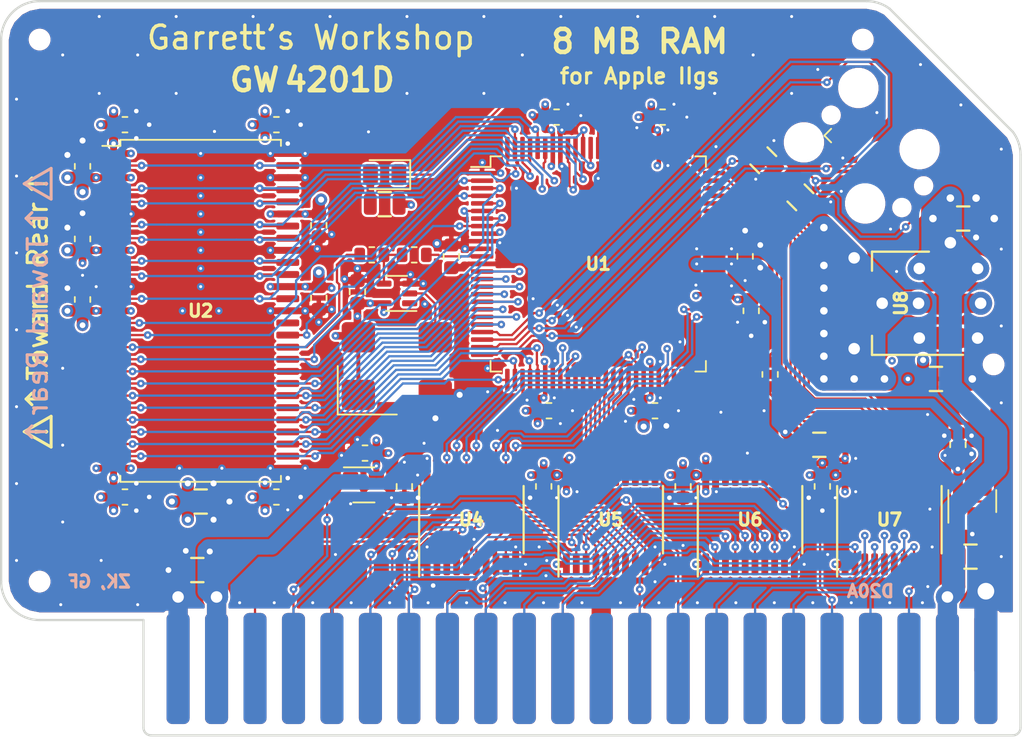
<source format=kicad_pcb>
(kicad_pcb (version 20171130) (host pcbnew "(5.1.10-1-10_14)")
  (title_block (title "GW4201D (RAM2GS II) - EPM240 / 5M240Z / AG256") (date 2021-05-30) (rev 2.0) (company "Garrett's Workshop"))
  (layers (0 F.Cu signal) (1 In1.Cu power) (2 In2.Cu power) (31 B.Cu signal) (34 B.Paste user) (35 F.Paste user) (36 B.SilkS user) (37 F.SilkS user) (38 B.Mask user) (39 F.Mask user) (44 Edge.Cuts user))
  (net 0 "")
  (net 1 GND)
  (net 2 /FA15)
  (net 3 /FA14)
  (net 4 /FA13)
  (net 5 /FA12)
  (net 6 /FA11)
  (net 7 /FA10)
  (net 8 /~CRAS~)
  (net 9 /ABORT)
  (net 10 /PH2)
  (net 11 /~CSEL~)
  (net 12 /~CROMSEL~)
  (net 13 /CROW1)
  (net 14 /CROW0)
  (net 15 /~CCAS~)
  (net 16 /~FWE~)
  (net 17 /FRA1)
  (net 18 /FRA2)
  (net 19 /FRA0)
  (net 20 /FRA7)
  (net 21 /FRA5)
  (net 22 /FRA4)
  (net 23 /FRA3)
  (net 24 /FRA6)
  (net 25 /FRA8)
  (net 26 /FRA9)
  (net 27 /FD2)
  (net 28 /FD7)
  (net 29 /FD0)
  (net 30 /FD6)
  (net 31 /FD4)
  (net 32 /FD5)
  (net 33 /FD3)
  (net 34 /FD1)
  (net 35 /AClk)
  (net 36 /RClk)
  (net 37 "Net-(U1-Pad58)")
  (net 38 "Net-(U1-Pad61)")
  (net 39 "Net-(U1-Pad62)")
  (net 40 "Net-(U1-Pad64)")
  (net 41 "Net-(U1-Pad66)")
  (net 42 "Net-(U1-Pad75)")
  (net 43 "Net-(U1-Pad76)")
  (net 44 "Net-(U1-Pad78)")
  (net 45 "Net-(U1-Pad81)")
  (net 46 "Net-(U1-Pad82)")
  (net 47 "Net-(U1-Pad84)")
  (net 48 "Net-(U1-Pad86)")
  (net 49 +3V3)
  (net 50 /Dout5)
  (net 51 /Dout6)
  (net 52 /Dout4)
  (net 53 /Dout7)
  (net 54 /Dout2)
  (net 55 /Dout1)
  (net 56 /Dout0)
  (net 57 /Dout3)
  (net 58 /Din3)
  (net 59 /Din0)
  (net 60 /Din1)
  (net 61 /Din2)
  (net 62 /Din7)
  (net 63 /Din4)
  (net 64 /Din6)
  (net 65 /Din5)
  (net 66 /~WE~in)
  (net 67 /Ain0)
  (net 68 /Ain2)
  (net 69 /Ain1)
  (net 70 /PH2in)
  (net 71 /~CCAS~in)
  (net 72 /CROWin0)
  (net 73 /CROWin1)
  (net 74 /~CRAS~in)
  (net 75 /RD0)
  (net 76 /RD2)
  (net 77 /RD1)
  (net 78 /RD3)
  (net 79 /RD7)
  (net 80 /RD5)
  (net 81 /RD6)
  (net 82 /RD4)
  (net 83 /Ain7)
  (net 84 /Ain5)
  (net 85 /Ain4)
  (net 86 /Ain3)
  (net 87 /Ain6)
  (net 88 /Ain8)
  (net 89 /Ain9)
  (net 90 /DQMH)
  (net 91 /CKE)
  (net 92 /RA11)
  (net 93 /RA9)
  (net 94 /RA8)
  (net 95 /RA7)
  (net 96 /RA6)
  (net 97 /RA5)
  (net 98 /RA4)
  (net 99 /RA3)
  (net 100 /RA2)
  (net 101 /RA1)
  (net 102 /RA0)
  (net 103 /RA10)
  (net 104 /BA1)
  (net 105 /BA0)
  (net 106 /R~CS~)
  (net 107 /R~RAS~)
  (net 108 /R~CAS~)
  (net 109 /R~WE~)
  (net 110 /DQML)
  (net 111 "Net-(U10-Pad2)")
  (net 112 /TDI)
  (net 113 "Net-(J2-Pad8)")
  (net 114 "Net-(J2-Pad7)")
  (net 115 "Net-(J2-Pad6)")
  (net 116 /TMS)
  (net 117 /TDO)
  (net 118 /TCK)
  (net 119 +5V)
  (net 120 "Net-(U9-Pad1)")
  (net 121 "Net-(U10-Pad1)")
  (net 122 +1V8)
  (net 123 "Net-(U11-Pad4)")
  (net 124 /MISO)
  (net 125 /MOSI)
  (net 126 /SCK)
  (net 127 /S~CS~)
  (net 128 "Net-(U4-Pad19)")
  (net 129 "Net-(R3-Pad2)")
  (net 130 "Net-(R5-Pad1)")
  (net 131 /LED)
  (net 132 "Net-(D1-Pad2)")
  (module stdpads:LED_0805 (layer F.Cu) (at 71.3 102.65 180)
    (fp_text reference D1)
    (fp_text value White)
    (pad 1 smd roundrect (at -0.9375 0 180) (size 0.975 1.4) (layers F.Cu F.Paste F.Mask) (net 131 /LED))
    (pad 2 smd roundrect (at 0.9375 0 180) (size 0.975 1.4) (layers F.Cu F.Paste F.Mask) (net 132 "Net-(D1-Pad2)"))
  )
  (module stdpads:R_0805 (layer F.Cu) (at 71.3 104.6)
    (fp_text reference R7)
    (fp_text value 180)
    (pad 1 smd roundrect (at -0.95 0) (size 0.85 1.4) (layers F.Cu F.Paste F.Mask) (net 132 "Net-(D1-Pad2)"))
    (pad 2 smd roundrect (at 0.95 0) (size 0.85 1.4) (layers F.Cu F.Paste F.Mask) (net 49 +3V3))
  )
  (module stdpads:TQFP-100_14x14mm_P0.5mm (layer F.Cu) (at 85.4 108.55 270)
    (fp_text reference U1)
    (fp_text value EPM240T100)
    (fp_text user %R (at 0 0) (layer F.SilkS) (effects (font (size 0.8128 0.8128) (thickness 0.2032))))
    (pad 1 smd roundrect (at -6 7.6625) (size 1.475 0.3) (layers F.Cu F.Paste F.Mask) (net 1 GND))
    (pad 2 smd roundrect (at -5.5 7.6625) (size 1.475 0.3) (layers F.Cu F.Paste F.Mask) (net 90 /DQMH))
    (pad 3 smd roundrect (at -5 7.6625) (size 1.475 0.3) (layers F.Cu F.Paste F.Mask) (net 106 /R~CS~))
    (pad 4 smd roundrect (at -4.5 7.6625) (size 1.475 0.3) (layers F.Cu F.Paste F.Mask) (net 108 /R~CAS~))
    (pad 5 smd roundrect (at -4 7.6625) (size 1.475 0.3) (layers F.Cu F.Paste F.Mask) (net 105 /BA0))
    (pad 6 smd roundrect (at -3.5 7.6625) (size 1.475 0.3) (layers F.Cu F.Paste F.Mask) (net 107 /R~RAS~))
    (pad 7 smd roundrect (at -3 7.6625) (size 1.475 0.3) (layers F.Cu F.Paste F.Mask) (net 92 /RA11))
    (pad 8 smd roundrect (at -2.5 7.6625) (size 1.475 0.3) (layers F.Cu F.Paste F.Mask) (net 91 /CKE))
    (pad 9 smd roundrect (at -2 7.6625) (size 1.475 0.3) (layers F.Cu F.Paste F.Mask) (net 49 +3V3))
    (pad 10 smd roundrect (at -1.5 7.6625) (size 1.475 0.3) (layers F.Cu F.Paste F.Mask) (net 1 GND))
    (pad 11 smd roundrect (at -1 7.6625) (size 1.475 0.3) (layers F.Cu F.Paste F.Mask) (net 1 GND))
    (pad 12 smd roundrect (at -0.5 7.6625) (size 1.475 0.3) (layers F.Cu F.Paste F.Mask) (net 35 /AClk))
    (pad 13 smd roundrect (at 0 7.6625) (size 1.475 0.3) (layers F.Cu F.Paste F.Mask) (net 122 +1V8))
    (pad 14 smd roundrect (at 0.5 7.6625) (size 1.475 0.3) (layers F.Cu F.Paste F.Mask) (net 104 /BA1))
    (pad 15 smd roundrect (at 1 7.6625) (size 1.475 0.3) (layers F.Cu F.Paste F.Mask) (net 93 /RA9))
    (pad 16 smd roundrect (at 1.5 7.6625) (size 1.475 0.3) (layers F.Cu F.Paste F.Mask) (net 103 /RA10))
    (pad 17 smd roundrect (at 2 7.6625) (size 1.475 0.3) (layers F.Cu F.Paste F.Mask) (net 94 /RA8))
    (pad 18 smd roundrect (at 2.5 7.6625) (size 1.475 0.3) (layers F.Cu F.Paste F.Mask) (net 102 /RA0))
    (pad 19 smd roundrect (at 3 7.6625) (size 1.475 0.3) (layers F.Cu F.Paste F.Mask) (net 95 /RA7))
    (pad 20 smd roundrect (at 3.5 7.6625) (size 1.475 0.3) (layers F.Cu F.Paste F.Mask) (net 101 /RA1))
    (pad 21 smd roundrect (at 4 7.6625) (size 1.475 0.3) (layers F.Cu F.Paste F.Mask) (net 96 /RA6))
    (pad 22 smd roundrect (at 4.5 7.6625) (size 1.475 0.3) (layers F.Cu F.Paste F.Mask) (net 116 /TMS))
    (pad 23 smd roundrect (at 5 7.6625) (size 1.475 0.3) (layers F.Cu F.Paste F.Mask) (net 112 /TDI))
    (pad 24 smd roundrect (at 5.5 7.6625) (size 1.475 0.3) (layers F.Cu F.Paste F.Mask) (net 118 /TCK))
    (pad 25 smd roundrect (at 6 7.6625) (size 1.475 0.3) (layers F.Cu F.Paste F.Mask) (net 117 /TDO))
    (pad 26 smd roundrect (at 7.6625 6) (size 0.3 1.475) (layers F.Cu F.Paste F.Mask) (net 98 /RA4))
    (pad 27 smd roundrect (at 7.6625 5.5) (size 0.3 1.475) (layers F.Cu F.Paste F.Mask) (net 99 /RA3))
    (pad 28 smd roundrect (at 7.6625 5) (size 0.3 1.475) (layers F.Cu F.Paste F.Mask) (net 50 /Dout5))
    (pad 29 smd roundrect (at 7.6625 4.5) (size 0.3 1.475) (layers F.Cu F.Paste F.Mask) (net 97 /RA5))
    (pad 30 smd roundrect (at 7.6625 4) (size 0.3 1.475) (layers F.Cu F.Paste F.Mask) (net 100 /RA2))
    (pad 31 smd roundrect (at 7.6625 3.5) (size 0.3 1.475) (layers F.Cu F.Paste F.Mask) (net 49 +3V3))
    (pad 32 smd roundrect (at 7.6625 3) (size 0.3 1.475) (layers F.Cu F.Paste F.Mask) (net 1 GND))
    (pad 33 smd roundrect (at 7.6625 2.5) (size 0.3 1.475) (layers F.Cu F.Paste F.Mask) (net 56 /Dout0))
    (pad 34 smd roundrect (at 7.6625 2) (size 0.3 1.475) (layers F.Cu F.Paste F.Mask) (net 51 /Dout6))
    (pad 35 smd roundrect (at 7.6625 1.5) (size 0.3 1.475) (layers F.Cu F.Paste F.Mask) (net 61 /Din2))
    (pad 36 smd roundrect (at 7.6625 1) (size 0.3 1.475) (layers F.Cu F.Paste F.Mask) (net 60 /Din1))
    (pad 37 smd roundrect (at 7.6625 0.5) (size 0.3 1.475) (layers F.Cu F.Paste F.Mask) (net 58 /Din3))
    (pad 38 smd roundrect (at 7.6625 0) (size 0.3 1.475) (layers F.Cu F.Paste F.Mask) (net 65 /Din5))
    (pad 39 smd roundrect (at 7.6625 -0.5) (size 0.3 1.475) (layers F.Cu F.Paste F.Mask) (net 63 /Din4))
    (pad 40 smd roundrect (at 7.6625 -1) (size 0.3 1.475) (layers F.Cu F.Paste F.Mask) (net 62 /Din7))
    (pad 41 smd roundrect (at 7.6625 -1.5) (size 0.3 1.475) (layers F.Cu F.Paste F.Mask) (net 64 /Din6))
    (pad 42 smd roundrect (at 7.6625 -2) (size 0.3 1.475) (layers F.Cu F.Paste F.Mask) (net 59 /Din0))
    (pad 43 smd roundrect (at 7.6625 -2.5) (size 0.3 1.475) (layers F.Cu F.Paste F.Mask) (net 53 /Dout7))
    (pad 44 smd roundrect (at 7.6625 -3) (size 0.3 1.475) (layers F.Cu F.Paste F.Mask) (net 52 /Dout4))
    (pad 45 smd roundrect (at 7.6625 -3.5) (size 0.3 1.475) (layers F.Cu F.Paste F.Mask) (net 49 +3V3))
    (pad 46 smd roundrect (at 7.6625 -4) (size 0.3 1.475) (layers F.Cu F.Paste F.Mask) (net 1 GND))
    (pad 47 smd roundrect (at 7.6625 -4.5) (size 0.3 1.475) (layers F.Cu F.Paste F.Mask) (net 57 /Dout3))
    (pad 48 smd roundrect (at 7.6625 -5) (size 0.3 1.475) (layers F.Cu F.Paste F.Mask) (net 66 /~WE~in))
    (pad 49 smd roundrect (at 7.6625 -5.5) (size 0.3 1.475) (layers F.Cu F.Paste F.Mask) (net 67 /Ain0))
    (pad 50 smd roundrect (at 7.6625 -6) (size 0.3 1.475) (layers F.Cu F.Paste F.Mask) (net 68 /Ain2))
    (pad 51 smd roundrect (at 6 -7.6625) (size 1.475 0.3) (layers F.Cu F.Paste F.Mask) (net 69 /Ain1))
    (pad 52 smd roundrect (at 5.5 -7.6625) (size 1.475 0.3) (layers F.Cu F.Paste F.Mask) (net 70 /PH2in))
    (pad 53 smd roundrect (at 5 -7.6625) (size 1.475 0.3) (layers F.Cu F.Paste F.Mask) (net 71 /~CCAS~in))
    (pad 54 smd roundrect (at 4.5 -7.6625) (size 1.475 0.3) (layers F.Cu F.Paste F.Mask) (net 72 /CROWin0))
    (pad 55 smd roundrect (at 4 -7.6625) (size 1.475 0.3) (layers F.Cu F.Paste F.Mask) (net 73 /CROWin1))
    (pad 56 smd roundrect (at 3.5 -7.6625) (size 1.475 0.3) (layers F.Cu F.Paste F.Mask) (net 54 /Dout2))
    (pad 57 smd roundrect (at 3 -7.6625) (size 1.475 0.3) (layers F.Cu F.Paste F.Mask) (net 55 /Dout1))
    (pad 58 smd roundrect (at 2.5 -7.6625) (size 1.475 0.3) (layers F.Cu F.Paste F.Mask) (net 37 "Net-(U1-Pad58)"))
    (pad 59 smd roundrect (at 2 -7.6625) (size 1.475 0.3) (layers F.Cu F.Paste F.Mask) (net 49 +3V3))
    (pad 60 smd roundrect (at 1.5 -7.6625) (size 1.475 0.3) (layers F.Cu F.Paste F.Mask) (net 1 GND))
    (pad 61 smd roundrect (at 1 -7.6625) (size 1.475 0.3) (layers F.Cu F.Paste F.Mask) (net 38 "Net-(U1-Pad61)"))
    (pad 62 smd roundrect (at 0.5 -7.6625) (size 1.475 0.3) (layers F.Cu F.Paste F.Mask) (net 39 "Net-(U1-Pad62)"))
    (pad 63 smd roundrect (at 0 -7.6625) (size 1.475 0.3) (layers F.Cu F.Paste F.Mask) (net 122 +1V8))
    (pad 64 smd roundrect (at -0.5 -7.6625) (size 1.475 0.3) (layers F.Cu F.Paste F.Mask) (net 40 "Net-(U1-Pad64)"))
    (pad 65 smd roundrect (at -1 -7.6625) (size 1.475 0.3) (layers F.Cu F.Paste F.Mask) (net 1 GND))
    (pad 66 smd roundrect (at -1.5 -7.6625) (size 1.475 0.3) (layers F.Cu F.Paste F.Mask) (net 41 "Net-(U1-Pad66)"))
    (pad 67 smd roundrect (at -2 -7.6625) (size 1.475 0.3) (layers F.Cu F.Paste F.Mask) (net 74 /~CRAS~in))
    (pad 68 smd roundrect (at -2.5 -7.6625) (size 1.475 0.3) (layers F.Cu F.Paste F.Mask) (net 83 /Ain7))
    (pad 69 smd roundrect (at -3 -7.6625) (size 1.475 0.3) (layers F.Cu F.Paste F.Mask) (net 84 /Ain5))
    (pad 70 smd roundrect (at -3.5 -7.6625) (size 1.475 0.3) (layers F.Cu F.Paste F.Mask) (net 85 /Ain4))
    (pad 71 smd roundrect (at -4 -7.6625) (size 1.475 0.3) (layers F.Cu F.Paste F.Mask) (net 86 /Ain3))
    (pad 72 smd roundrect (at -4.5 -7.6625) (size 1.475 0.3) (layers F.Cu F.Paste F.Mask) (net 87 /Ain6))
    (pad 73 smd roundrect (at -5 -7.6625) (size 1.475 0.3) (layers F.Cu F.Paste F.Mask) (net 88 /Ain8))
    (pad 74 smd roundrect (at -5.5 -7.6625) (size 1.475 0.3) (layers F.Cu F.Paste F.Mask) (net 89 /Ain9))
    (pad 75 smd roundrect (at -6 -7.6625) (size 1.475 0.3) (layers F.Cu F.Paste F.Mask) (net 42 "Net-(U1-Pad75)"))
    (pad 76 smd roundrect (at -7.6625 -6) (size 0.3 1.475) (layers F.Cu F.Paste F.Mask) (net 43 "Net-(U1-Pad76)"))
    (pad 77 smd roundrect (at -7.6625 -5.5) (size 0.3 1.475) (layers F.Cu F.Paste F.Mask) (net 124 /MISO))
    (pad 78 smd roundrect (at -7.6625 -5) (size 0.3 1.475) (layers F.Cu F.Paste F.Mask) (net 44 "Net-(U1-Pad78)"))
    (pad 79 smd roundrect (at -7.6625 -4.5) (size 0.3 1.475) (layers F.Cu F.Paste F.Mask) (net 1 GND))
    (pad 80 smd roundrect (at -7.6625 -4) (size 0.3 1.475) (layers F.Cu F.Paste F.Mask) (net 49 +3V3))
    (pad 81 smd roundrect (at -7.6625 -3.5) (size 0.3 1.475) (layers F.Cu F.Paste F.Mask) (net 45 "Net-(U1-Pad81)"))
    (pad 82 smd roundrect (at -7.6625 -3) (size 0.3 1.475) (layers F.Cu F.Paste F.Mask) (net 46 "Net-(U1-Pad82)"))
    (pad 83 smd roundrect (at -7.6625 -2.5) (size 0.3 1.475) (layers F.Cu F.Paste F.Mask) (net 125 /MOSI))
    (pad 84 smd roundrect (at -7.6625 -2) (size 0.3 1.475) (layers F.Cu F.Paste F.Mask) (net 47 "Net-(U1-Pad84)"))
    (pad 85 smd roundrect (at -7.6625 -1.5) (size 0.3 1.475) (layers F.Cu F.Paste F.Mask) (net 126 /SCK))
    (pad 86 smd roundrect (at -7.6625 -1) (size 0.3 1.475) (layers F.Cu F.Paste F.Mask) (net 48 "Net-(U1-Pad86)"))
    (pad 87 smd roundrect (at -7.6625 -0.5) (size 0.3 1.475) (layers F.Cu F.Paste F.Mask) (net 127 /S~CS~))
    (pad 88 smd roundrect (at -7.6625 0) (size 0.3 1.475) (layers F.Cu F.Paste F.Mask) (net 131 /LED))
    (pad 89 smd roundrect (at -7.6625 0.5) (size 0.3 1.475) (layers F.Cu F.Paste F.Mask) (net 78 /RD3))
    (pad 90 smd roundrect (at -7.6625 1) (size 0.3 1.475) (layers F.Cu F.Paste F.Mask) (net 77 /RD1))
    (pad 91 smd roundrect (at -7.6625 1.5) (size 0.3 1.475) (layers F.Cu F.Paste F.Mask) (net 82 /RD4))
    (pad 92 smd roundrect (at -7.6625 2) (size 0.3 1.475) (layers F.Cu F.Paste F.Mask) (net 80 /RD5))
    (pad 93 smd roundrect (at -7.6625 2.5) (size 0.3 1.475) (layers F.Cu F.Paste F.Mask) (net 1 GND))
    (pad 94 smd roundrect (at -7.6625 3) (size 0.3 1.475) (layers F.Cu F.Paste F.Mask) (net 49 +3V3))
    (pad 95 smd roundrect (at -7.6625 3.5) (size 0.3 1.475) (layers F.Cu F.Paste F.Mask) (net 81 /RD6))
    (pad 96 smd roundrect (at -7.6625 4) (size 0.3 1.475) (layers F.Cu F.Paste F.Mask) (net 75 /RD0))
    (pad 97 smd roundrect (at -7.6625 4.5) (size 0.3 1.475) (layers F.Cu F.Paste F.Mask) (net 79 /RD7))
    (pad 98 smd roundrect (at -7.6625 5) (size 0.3 1.475) (layers F.Cu F.Paste F.Mask) (net 110 /DQML))
    (pad 99 smd roundrect (at -7.6625 5.5) (size 0.3 1.475) (layers F.Cu F.Paste F.Mask) (net 76 /RD2))
    (pad 100 smd roundrect (at -7.6625 6) (size 0.3 1.475) (layers F.Cu F.Paste F.Mask) (net 109 /R~WE~))
  )
  (module stdpads:SOT-223 (layer F.Cu) (at 105.387 111.15)
    (fp_text reference U8 (at 0 0 270) (layer F.SilkS) (effects (font (size 0.8128 0.8128) (thickness 0.2032))))
    (fp_text value AZ1117CH-3.3TRG1)
    (pad 1 smd roundrect (at 3.15 2.3 180) (size 2 1.5) (layers F.Cu F.Paste F.Mask) (roundrect_rratio 0.2) (net 1 GND))
    (pad 3 smd roundrect (at 3.15 -2.3 180) (size 2 1.5) (layers F.Cu F.Paste F.Mask) (roundrect_rratio 0.2) (net 119 +5V))
    (pad 2 smd roundrect (at 3.15 0 180) (size 2 1.5) (layers F.Cu F.Paste F.Mask) (roundrect_rratio 0.2) (net 49 +3V3))
    (pad 2 smd roundrect (at -3.15 0 180) (size 2 3.8) (layers F.Cu F.Paste F.Mask) (roundrect_rratio 0.15) (net 49 +3V3))
  )
  (module stdpads:SOT-23-5 (layer F.Cu) (at 110.1 124.25 270)
    (fp_text reference U11)
    (fp_text value AP2127K-1.8TRG1)
    (pad 1 smd roundrect (at 1.05 0.95 90) (size 1.35 0.65) (layers F.Cu F.Paste F.Mask) (net 119 +5V))
    (pad 3 smd roundrect (at 1.05 -0.95 90) (size 1.35 0.65) (layers F.Cu F.Paste F.Mask) (net 119 +5V))
    (pad 2 smd roundrect (at 1.05 0 90) (size 1.35 0.65) (layers F.Cu F.Paste F.Mask) (net 1 GND))
    (pad 5 smd roundrect (at -1.05 0.95 90) (size 1.35 0.65) (layers F.Cu F.Paste F.Mask) (net 122 +1V8))
    (pad 4 smd roundrect (at -1.05 -0.95 90) (size 1.35 0.65) (layers F.Cu F.Paste F.Mask) (net 123 "Net-(U11-Pad4)"))
  )
  (module stdpads:R_0805 (layer F.Cu) (at 100 120.5 180)
    (fp_text reference R4)
    (fp_text value 0)
    (pad 2 smd roundrect (at 0.95 0 180) (size 0.85 1.4) (layers F.Cu F.Paste F.Mask) (net 122 +1V8))
    (pad 1 smd roundrect (at -0.95 0 180) (size 0.85 1.4) (layers F.Cu F.Paste F.Mask) (net 49 +3V3))
  )
  (module stdpads:C_0603 (layer F.Cu) (at 109.15 120.5 90)
    (fp_text reference C28)
    (fp_text value 2u2)
    (pad 2 smd roundrect (at 0.75 0 90) (size 0.85 0.95) (layers F.Cu F.Paste F.Mask) (net 1 GND))
    (pad 1 smd roundrect (at -0.75 0 90) (size 0.85 0.95) (layers F.Cu F.Paste F.Mask) (net 122 +1V8))
  )
  (module stdpads:PasteHole_1.152mm_NPTH (layer F.Cu) (at 111.506 115.189)
    (fp_text reference H5)
    (fp_text value " " hide)
    (pad "" np_thru_hole circle (at 0 0) (size 1.152 1.152) (drill 1.152) (layers *.Cu *.Mask))
  )
  (module stdpads:Fiducial (layer F.Cu) (at 110.236 117.983)
    (fp_text reference FID3)
    (fp_text value Fiducial hide)
    (pad ~ smd circle (at 0 0) (size 1 1) (layers F.Cu F.Mask) (clearance 0.575))
  )
  (module stdpads:C_0603 (layer F.Cu) (at 100.2 123.25 270)
    (fp_text reference C8)
    (fp_text value 2u2)
    (pad 1 smd roundrect (at -0.75 0 270) (size 0.85 0.95) (layers F.Cu F.Paste F.Mask) (net 49 +3V3))
    (pad 2 smd roundrect (at 0.75 0 270) (size 0.85 0.95) (layers F.Cu F.Paste F.Mask) (net 1 GND))
  )
  (module stdpads:TSSOP-20_4.4x6.5mm_P0.65mm (layer F.Cu) (at 77.025 125.45)
    (fp_text reference U4)
    (fp_text value 74AHCT245PW)
    (fp_text user %R (at 0 0) (layer F.SilkS) (effects (font (size 0.8128 0.8128) (thickness 0.2032))))
    (pad 20 smd roundrect (at -2.925 -2.95 90) (size 1.45 0.45) (layers F.Cu F.Paste F.Mask) (net 119 +5V))
    (pad 19 smd roundrect (at -2.275 -2.95 90) (size 1.45 0.45) (layers F.Cu F.Paste F.Mask) (net 128 "Net-(U4-Pad19)"))
    (pad 18 smd roundrect (at -1.625 -2.95 90) (size 1.45 0.45) (layers F.Cu F.Paste F.Mask) (net 56 /Dout0))
    (pad 17 smd roundrect (at -0.975 -2.95 90) (size 1.45 0.45) (layers F.Cu F.Paste F.Mask) (net 51 /Dout6))
    (pad 16 smd roundrect (at -0.325 -2.95 90) (size 1.45 0.45) (layers F.Cu F.Paste F.Mask) (net 53 /Dout7))
    (pad 15 smd roundrect (at 0.325 -2.95 90) (size 1.45 0.45) (layers F.Cu F.Paste F.Mask) (net 52 /Dout4))
    (pad 14 smd roundrect (at 0.975 -2.95 90) (size 1.45 0.45) (layers F.Cu F.Paste F.Mask) (net 50 /Dout5))
    (pad 13 smd roundrect (at 1.625 -2.95 90) (size 1.45 0.45) (layers F.Cu F.Paste F.Mask) (net 57 /Dout3))
    (pad 12 smd roundrect (at 2.275 -2.95 90) (size 1.45 0.45) (layers F.Cu F.Paste F.Mask) (net 55 /Dout1))
    (pad 11 smd roundrect (at 2.925 -2.95 90) (size 1.45 0.45) (layers F.Cu F.Paste F.Mask) (net 54 /Dout2))
    (pad 10 smd roundrect (at 2.925 2.95 90) (size 1.45 0.45) (layers F.Cu F.Paste F.Mask) (net 1 GND))
    (pad 9 smd roundrect (at 2.275 2.95 90) (size 1.45 0.45) (layers F.Cu F.Paste F.Mask) (net 27 /FD2))
    (pad 8 smd roundrect (at 1.625 2.95 90) (size 1.45 0.45) (layers F.Cu F.Paste F.Mask) (net 34 /FD1))
    (pad 7 smd roundrect (at 0.975 2.95 90) (size 1.45 0.45) (layers F.Cu F.Paste F.Mask) (net 33 /FD3))
    (pad 6 smd roundrect (at 0.325 2.95 90) (size 1.45 0.45) (layers F.Cu F.Paste F.Mask) (net 32 /FD5))
    (pad 5 smd roundrect (at -0.325 2.95 90) (size 1.45 0.45) (layers F.Cu F.Paste F.Mask) (net 31 /FD4))
    (pad 4 smd roundrect (at -0.975 2.95 90) (size 1.45 0.45) (layers F.Cu F.Paste F.Mask) (net 28 /FD7))
    (pad 3 smd roundrect (at -1.625 2.95 90) (size 1.45 0.45) (layers F.Cu F.Paste F.Mask) (net 30 /FD6))
    (pad 2 smd roundrect (at -2.275 2.95 90) (size 1.45 0.45) (layers F.Cu F.Paste F.Mask) (net 29 /FD0))
    (pad 1 smd roundrect (at -2.925 2.95 90) (size 1.45 0.45) (layers F.Cu F.Paste F.Mask) (net 1 GND))
  )
  (module stdpads:SOT-353 (layer F.Cu) (at 72.1 110.5)
    (fp_text reference U10)
    (fp_text value 74LVC1G04GW)
    (pad 5 smd roundrect (at -0.85 0.65 180) (size 1 0.4) (layers F.Cu F.Paste F.Mask) (net 49 +3V3))
    (pad 4 smd roundrect (at -0.85 -0.65 180) (size 1 0.4) (layers F.Cu F.Paste F.Mask) (net 130 "Net-(R5-Pad1)"))
    (pad 2 smd roundrect (at 0.85 0 180) (size 1 0.4) (layers F.Cu F.Paste F.Mask) (net 111 "Net-(U10-Pad2)"))
    (pad 1 smd roundrect (at 0.85 0.65 180) (size 1 0.4) (layers F.Cu F.Paste F.Mask) (net 121 "Net-(U10-Pad1)"))
    (pad 3 smd roundrect (at 0.85 -0.65 180) (size 1 0.4) (layers F.Cu F.Paste F.Mask) (net 1 GND))
  )
  (module stdpads:SOT-353 (layer F.Cu) (at 69.9 123.15 180)
    (fp_text reference U9)
    (fp_text value 74LVC1G04GW)
    (pad 5 smd roundrect (at -0.85 0.65) (size 1 0.4) (layers F.Cu F.Paste F.Mask) (net 49 +3V3))
    (pad 4 smd roundrect (at -0.85 -0.65) (size 1 0.4) (layers F.Cu F.Paste F.Mask) (net 128 "Net-(U4-Pad19)"))
    (pad 2 smd roundrect (at 0.85 0) (size 1 0.4) (layers F.Cu F.Paste F.Mask) (net 11 /~CSEL~))
    (pad 1 smd roundrect (at 0.85 0.65) (size 1 0.4) (layers F.Cu F.Paste F.Mask) (net 120 "Net-(U9-Pad1)"))
    (pad 3 smd roundrect (at 0.85 -0.65) (size 1 0.4) (layers F.Cu F.Paste F.Mask) (net 1 GND))
  )
  (module stdpads:TSSOP-20_4.4x6.5mm_P0.65mm (layer F.Cu) (at 95.425 125.45)
    (fp_text reference U6)
    (fp_text value 74LVC245APW)
    (fp_text user %R (at 0 0) (layer F.SilkS) (effects (font (size 0.8128 0.8128) (thickness 0.2032))))
    (pad 20 smd roundrect (at -2.925 -2.95 90) (size 1.45 0.45) (layers F.Cu F.Paste F.Mask) (net 49 +3V3))
    (pad 19 smd roundrect (at -2.275 -2.95 90) (size 1.45 0.45) (layers F.Cu F.Paste F.Mask) (net 1 GND))
    (pad 18 smd roundrect (at -1.625 -2.95 90) (size 1.45 0.45) (layers F.Cu F.Paste F.Mask) (net 66 /~WE~in))
    (pad 17 smd roundrect (at -0.975 -2.95 90) (size 1.45 0.45) (layers F.Cu F.Paste F.Mask) (net 67 /Ain0))
    (pad 16 smd roundrect (at -0.325 -2.95 90) (size 1.45 0.45) (layers F.Cu F.Paste F.Mask) (net 68 /Ain2))
    (pad 15 smd roundrect (at 0.325 -2.95 90) (size 1.45 0.45) (layers F.Cu F.Paste F.Mask) (net 69 /Ain1))
    (pad 14 smd roundrect (at 0.975 -2.95 90) (size 1.45 0.45) (layers F.Cu F.Paste F.Mask) (net 70 /PH2in))
    (pad 13 smd roundrect (at 1.625 -2.95 90) (size 1.45 0.45) (layers F.Cu F.Paste F.Mask) (net 71 /~CCAS~in))
    (pad 12 smd roundrect (at 2.275 -2.95 90) (size 1.45 0.45) (layers F.Cu F.Paste F.Mask) (net 72 /CROWin0))
    (pad 11 smd roundrect (at 2.925 -2.95 90) (size 1.45 0.45) (layers F.Cu F.Paste F.Mask) (net 73 /CROWin1))
    (pad 10 smd roundrect (at 2.925 2.95 90) (size 1.45 0.45) (layers F.Cu F.Paste F.Mask) (net 1 GND))
    (pad 9 smd roundrect (at 2.275 2.95 90) (size 1.45 0.45) (layers F.Cu F.Paste F.Mask) (net 13 /CROW1))
    (pad 8 smd roundrect (at 1.625 2.95 90) (size 1.45 0.45) (layers F.Cu F.Paste F.Mask) (net 14 /CROW0))
    (pad 7 smd roundrect (at 0.975 2.95 90) (size 1.45 0.45) (layers F.Cu F.Paste F.Mask) (net 15 /~CCAS~))
    (pad 6 smd roundrect (at 0.325 2.95 90) (size 1.45 0.45) (layers F.Cu F.Paste F.Mask) (net 10 /PH2))
    (pad 5 smd roundrect (at -0.325 2.95 90) (size 1.45 0.45) (layers F.Cu F.Paste F.Mask) (net 17 /FRA1))
    (pad 4 smd roundrect (at -0.975 2.95 90) (size 1.45 0.45) (layers F.Cu F.Paste F.Mask) (net 18 /FRA2))
    (pad 3 smd roundrect (at -1.625 2.95 90) (size 1.45 0.45) (layers F.Cu F.Paste F.Mask) (net 19 /FRA0))
    (pad 2 smd roundrect (at -2.275 2.95 90) (size 1.45 0.45) (layers F.Cu F.Paste F.Mask) (net 16 /~FWE~))
    (pad 1 smd roundrect (at -2.925 2.95 90) (size 1.45 0.45) (layers F.Cu F.Paste F.Mask) (net 49 +3V3))
  )
  (module stdpads:TSSOP-20_4.4x6.5mm_P0.65mm (layer F.Cu) (at 104.625 125.45)
    (fp_text reference U7)
    (fp_text value 74LVC245APW)
    (fp_text user %R (at 0 0) (layer F.SilkS) (effects (font (size 0.8128 0.8128) (thickness 0.2032))))
    (pad 20 smd roundrect (at -2.925 -2.95 90) (size 1.45 0.45) (layers F.Cu F.Paste F.Mask) (net 49 +3V3))
    (pad 19 smd roundrect (at -2.275 -2.95 90) (size 1.45 0.45) (layers F.Cu F.Paste F.Mask) (net 1 GND))
    (pad 18 smd roundrect (at -1.625 -2.95 90) (size 1.45 0.45) (layers F.Cu F.Paste F.Mask) (net 129 "Net-(R3-Pad2)"))
    (pad 17 smd roundrect (at -0.975 -2.95 90) (size 1.45 0.45) (layers F.Cu F.Paste F.Mask) (net 83 /Ain7))
    (pad 16 smd roundrect (at -0.325 -2.95 90) (size 1.45 0.45) (layers F.Cu F.Paste F.Mask) (net 84 /Ain5))
    (pad 15 smd roundrect (at 0.325 -2.95 90) (size 1.45 0.45) (layers F.Cu F.Paste F.Mask) (net 85 /Ain4))
    (pad 14 smd roundrect (at 0.975 -2.95 90) (size 1.45 0.45) (layers F.Cu F.Paste F.Mask) (net 86 /Ain3))
    (pad 13 smd roundrect (at 1.625 -2.95 90) (size 1.45 0.45) (layers F.Cu F.Paste F.Mask) (net 87 /Ain6))
    (pad 12 smd roundrect (at 2.275 -2.95 90) (size 1.45 0.45) (layers F.Cu F.Paste F.Mask) (net 88 /Ain8))
    (pad 11 smd roundrect (at 2.925 -2.95 90) (size 1.45 0.45) (layers F.Cu F.Paste F.Mask) (net 89 /Ain9))
    (pad 10 smd roundrect (at 2.925 2.95 90) (size 1.45 0.45) (layers F.Cu F.Paste F.Mask) (net 1 GND))
    (pad 9 smd roundrect (at 2.275 2.95 90) (size 1.45 0.45) (layers F.Cu F.Paste F.Mask) (net 26 /FRA9))
    (pad 8 smd roundrect (at 1.625 2.95 90) (size 1.45 0.45) (layers F.Cu F.Paste F.Mask) (net 25 /FRA8))
    (pad 7 smd roundrect (at 0.975 2.95 90) (size 1.45 0.45) (layers F.Cu F.Paste F.Mask) (net 24 /FRA6))
    (pad 6 smd roundrect (at 0.325 2.95 90) (size 1.45 0.45) (layers F.Cu F.Paste F.Mask) (net 23 /FRA3))
    (pad 5 smd roundrect (at -0.325 2.95 90) (size 1.45 0.45) (layers F.Cu F.Paste F.Mask) (net 22 /FRA4))
    (pad 4 smd roundrect (at -0.975 2.95 90) (size 1.45 0.45) (layers F.Cu F.Paste F.Mask) (net 21 /FRA5))
    (pad 3 smd roundrect (at -1.625 2.95 90) (size 1.45 0.45) (layers F.Cu F.Paste F.Mask) (net 20 /FRA7))
    (pad 2 smd roundrect (at -2.275 2.95 90) (size 1.45 0.45) (layers F.Cu F.Paste F.Mask) (net 8 /~CRAS~))
    (pad 1 smd roundrect (at -2.925 2.95 90) (size 1.45 0.45) (layers F.Cu F.Paste F.Mask) (net 49 +3V3))
  )
  (module stdpads:TSSOP-20_4.4x6.5mm_P0.65mm (layer F.Cu) (at 86.225 125.45)
    (fp_text reference U5)
    (fp_text value 74LVC245APW)
    (fp_text user %R (at 0 0) (layer F.SilkS) (effects (font (size 0.8128 0.8128) (thickness 0.2032))))
    (pad 20 smd roundrect (at -2.925 -2.95 90) (size 1.45 0.45) (layers F.Cu F.Paste F.Mask) (net 49 +3V3))
    (pad 19 smd roundrect (at -2.275 -2.95 90) (size 1.45 0.45) (layers F.Cu F.Paste F.Mask) (net 1 GND))
    (pad 18 smd roundrect (at -1.625 -2.95 90) (size 1.45 0.45) (layers F.Cu F.Paste F.Mask) (net 61 /Din2))
    (pad 17 smd roundrect (at -0.975 -2.95 90) (size 1.45 0.45) (layers F.Cu F.Paste F.Mask) (net 60 /Din1))
    (pad 16 smd roundrect (at -0.325 -2.95 90) (size 1.45 0.45) (layers F.Cu F.Paste F.Mask) (net 58 /Din3))
    (pad 15 smd roundrect (at 0.325 -2.95 90) (size 1.45 0.45) (layers F.Cu F.Paste F.Mask) (net 65 /Din5))
    (pad 14 smd roundrect (at 0.975 -2.95 90) (size 1.45 0.45) (layers F.Cu F.Paste F.Mask) (net 63 /Din4))
    (pad 13 smd roundrect (at 1.625 -2.95 90) (size 1.45 0.45) (layers F.Cu F.Paste F.Mask) (net 62 /Din7))
    (pad 12 smd roundrect (at 2.275 -2.95 90) (size 1.45 0.45) (layers F.Cu F.Paste F.Mask) (net 64 /Din6))
    (pad 11 smd roundrect (at 2.925 -2.95 90) (size 1.45 0.45) (layers F.Cu F.Paste F.Mask) (net 59 /Din0))
    (pad 10 smd roundrect (at 2.925 2.95 90) (size 1.45 0.45) (layers F.Cu F.Paste F.Mask) (net 1 GND))
    (pad 9 smd roundrect (at 2.275 2.95 90) (size 1.45 0.45) (layers F.Cu F.Paste F.Mask) (net 29 /FD0))
    (pad 8 smd roundrect (at 1.625 2.95 90) (size 1.45 0.45) (layers F.Cu F.Paste F.Mask) (net 30 /FD6))
    (pad 7 smd roundrect (at 0.975 2.95 90) (size 1.45 0.45) (layers F.Cu F.Paste F.Mask) (net 28 /FD7))
    (pad 6 smd roundrect (at 0.325 2.95 90) (size 1.45 0.45) (layers F.Cu F.Paste F.Mask) (net 31 /FD4))
    (pad 5 smd roundrect (at -0.325 2.95 90) (size 1.45 0.45) (layers F.Cu F.Paste F.Mask) (net 32 /FD5))
    (pad 4 smd roundrect (at -0.975 2.95 90) (size 1.45 0.45) (layers F.Cu F.Paste F.Mask) (net 33 /FD3))
    (pad 3 smd roundrect (at -1.625 2.95 90) (size 1.45 0.45) (layers F.Cu F.Paste F.Mask) (net 34 /FD1))
    (pad 2 smd roundrect (at -2.275 2.95 90) (size 1.45 0.45) (layers F.Cu F.Paste F.Mask) (net 27 /FD2))
    (pad 1 smd roundrect (at -2.925 2.95 90) (size 1.45 0.45) (layers F.Cu F.Paste F.Mask) (net 49 +3V3))
  )
  (module stdpads:C_0603 (layer F.Cu) (at 54.15 99.35)
    (fp_text reference C17)
    (fp_text value 2u2)
    (pad 2 smd roundrect (at 0.75 0) (size 0.85 0.95) (layers F.Cu F.Paste F.Mask) (net 1 GND))
    (pad 1 smd roundrect (at -0.75 0) (size 0.85 0.95) (layers F.Cu F.Paste F.Mask) (net 49 +3V3))
  )
  (module stdpads:C_0805 (layer F.Cu) (at 59.15 124.25)
    (fp_text reference C26)
    (fp_text value 10u)
    (pad 2 smd roundrect (at 0.85 0) (size 1.05 1.4) (layers F.Cu F.Paste F.Mask) (net 1 GND))
    (pad 1 smd roundrect (at -0.85 0) (size 1.05 1.4) (layers F.Cu F.Paste F.Mask) (net 49 +3V3))
  )
  (module stdpads:C_0603 (layer F.Cu) (at 70 121.05 180)
    (fp_text reference C27)
    (fp_text value 2u2)
    (pad 2 smd roundrect (at 0.75 0 180) (size 0.85 0.95) (layers F.Cu F.Paste F.Mask) (net 1 GND))
    (pad 1 smd roundrect (at -0.75 0 180) (size 0.85 0.95) (layers F.Cu F.Paste F.Mask) (net 49 +3V3))
  )
  (module stdpads:C_0603 (layer F.Cu) (at 69.5 110.4 90)
    (fp_text reference C10)
    (fp_text value 2u2)
    (pad 2 smd roundrect (at 0.75 0 90) (size 0.85 0.95) (layers F.Cu F.Paste F.Mask) (net 1 GND))
    (pad 1 smd roundrect (at -0.75 0 90) (size 0.85 0.95) (layers F.Cu F.Paste F.Mask) (net 49 +3V3))
  )
  (module stdpads:AppleIIgsMemoryExpansion_Edge (layer F.Cu) (at 84.328 135.382)
    (fp_text reference J1)
    (fp_text value "IIgs RAM Exp.")
    (pad 1 smd roundrect (at 26.67 -0.1) (size 1.524 7.34) (layers B.Cu B.Mask) (net 1 GND))
    (pad 2 smd roundrect (at 24.13 -0.1) (size 1.524 7.34) (layers B.Cu B.Mask) (net 119 +5V))
    (pad 3 smd roundrect (at 21.59 -0.1) (size 1.524 7.34) (layers B.Cu B.Mask) (net 26 /FRA9))
    (pad 4 smd roundrect (at 19.05 -0.1) (size 1.524 7.34) (layers B.Cu B.Mask) (net 25 /FRA8))
    (pad 5 smd roundrect (at 16.51 -0.1) (size 1.524 7.34) (layers B.Cu B.Mask) (net 27 /FD2))
    (pad 6 smd roundrect (at 13.97 -0.1) (size 1.524 7.34) (layers B.Cu B.Mask) (net 24 /FRA6))
    (pad 7 smd roundrect (at 11.43 -0.1) (size 1.524 7.34) (layers B.Cu B.Mask) (net 23 /FRA3))
    (pad 8 smd roundrect (at 8.89 -0.1) (size 1.524 7.34) (layers B.Cu B.Mask) (net 22 /FRA4))
    (pad 9 smd roundrect (at 6.35 -0.1) (size 1.524 7.34) (layers B.Cu B.Mask) (net 21 /FRA5))
    (pad 10 smd roundrect (at 3.81 -0.1) (size 1.524 7.34) (layers B.Cu B.Mask) (net 20 /FRA7))
    (pad 11 smd roundrect (at 1.27 -0.1) (size 1.524 7.34) (layers B.Cu B.Mask) (net 119 +5V))
    (pad 12 smd roundrect (at -1.27 -0.1) (size 1.524 7.34) (layers B.Cu B.Mask) (net 16 /~FWE~))
    (pad 13 smd roundrect (at -3.81 -0.1) (size 1.524 7.34) (layers B.Cu B.Mask) (net 19 /FRA0))
    (pad 14 smd roundrect (at -6.35 -0.1) (size 1.524 7.34) (layers B.Cu B.Mask) (net 18 /FRA2))
    (pad 15 smd roundrect (at -8.89 -0.1) (size 1.524 7.34) (layers B.Cu B.Mask) (net 17 /FRA1))
    (pad 16 smd roundrect (at -11.43 -0.1) (size 1.524 7.34) (layers B.Cu B.Mask) (net 28 /FD7))
    (pad 17 smd roundrect (at -13.97 -0.1) (size 1.524 7.34) (layers B.Cu B.Mask) (net 15 /~CCAS~))
    (pad 18 smd roundrect (at -16.51 -0.1) (size 1.524 7.34) (layers B.Cu B.Mask) (net 14 /CROW0))
    (pad 19 smd roundrect (at -19.05 -0.1) (size 1.524 7.34) (layers B.Cu B.Mask) (net 13 /CROW1))
    (pad 20 smd roundrect (at -21.59 -0.1) (size 1.524 7.34) (layers B.Cu B.Mask) (net 12 /~CROMSEL~))
    (pad 21 smd roundrect (at -24.13 -0.1) (size 1.524 7.34) (layers B.Cu B.Mask) (net 119 +5V))
    (pad 22 smd roundrect (at -26.67 -0.1) (size 1.524 7.34) (layers B.Cu B.Mask) (net 1 GND))
    (pad 23 smd roundrect (at -26.67 -0.1) (size 1.524 7.34) (layers F.Cu F.Mask) (net 1 GND))
    (pad 24 smd roundrect (at -24.13 -0.1) (size 1.524 7.34) (layers F.Cu F.Mask) (net 119 +5V))
    (pad 25 smd roundrect (at -21.59 -0.1) (size 1.524 7.34) (layers F.Cu F.Mask) (net 29 /FD0))
    (pad 26 smd roundrect (at -19.05 -0.1) (size 1.524 7.34) (layers F.Cu F.Mask) (net 11 /~CSEL~))
    (pad 27 smd roundrect (at -16.51 -0.1) (size 1.524 7.34) (layers F.Cu F.Mask) (net 1 GND))
    (pad 28 smd roundrect (at -13.97 -0.1) (size 1.524 7.34) (layers F.Cu F.Mask) (net 30 /FD6))
    (pad 29 smd roundrect (at -11.43 -0.1) (size 1.524 7.34) (layers F.Cu F.Mask) (net 31 /FD4))
    (pad 30 smd roundrect (at -8.89 -0.1) (size 1.524 7.34) (layers F.Cu F.Mask) (net 32 /FD5))
    (pad 31 smd roundrect (at -6.35 -0.1) (size 1.524 7.34) (layers F.Cu F.Mask) (net 10 /PH2))
    (pad 32 smd roundrect (at -3.81 -0.1) (size 1.524 7.34) (layers F.Cu F.Mask) (net 9 /ABORT))
    (pad 33 smd roundrect (at -1.27 -0.1) (size 1.524 7.34) (layers F.Cu F.Mask) (net 33 /FD3))
    (pad 34 smd roundrect (at 1.27 -0.1) (size 1.524 7.34) (layers F.Cu F.Mask) (net 1 GND))
    (pad 35 smd roundrect (at 3.81 -0.1) (size 1.524 7.34) (layers F.Cu F.Mask) (net 8 /~CRAS~))
    (pad 36 smd roundrect (at 6.35 -0.1) (size 1.524 7.34) (layers F.Cu F.Mask) (net 34 /FD1))
    (pad 37 smd roundrect (at 8.89 -0.1) (size 1.524 7.34) (layers F.Cu F.Mask) (net 7 /FA10))
    (pad 38 smd roundrect (at 11.43 -0.1) (size 1.524 7.34) (layers F.Cu F.Mask) (net 6 /FA11))
    (pad 39 smd roundrect (at 13.97 -0.1) (size 1.524 7.34) (layers F.Cu F.Mask) (net 5 /FA12))
    (pad 40 smd roundrect (at 16.51 -0.1) (size 1.524 7.34) (layers F.Cu F.Mask) (net 4 /FA13))
    (pad 41 smd roundrect (at 19.05 -0.1) (size 1.524 7.34) (layers F.Cu F.Mask) (net 3 /FA14))
    (pad 42 smd roundrect (at 21.59 -0.1) (size 1.524 7.34) (layers F.Cu F.Mask) (net 2 /FA15))
    (pad 43 smd roundrect (at 24.13 -0.1) (size 1.524 7.34) (layers F.Cu F.Mask) (net 119 +5V))
    (pad 44 smd roundrect (at 26.67 -0.1) (size 1.524 7.34) (layers F.Cu F.Mask) (net 1 GND))
  )
  (module Connector:Tag-Connect_TC2050-IDC-FP_2x05_P1.27mm_Vertical (layer F.Cu) (at 103.474 101.415 315)
    (fp_text reference J2)
    (fp_text value JTAG)
    (pad "" np_thru_hole circle (at 1.905 -2.54 315) (size 2.3749 2.3749) (drill 2.3749) (layers *.Cu *.Mask))
    (pad "" np_thru_hole circle (at 1.905 2.54 315) (size 2.3749 2.3749) (drill 2.3749) (layers *.Cu *.Mask))
    (pad "" np_thru_hole circle (at -3.81 2.54 315) (size 2.3749 2.3749) (drill 2.3749) (layers *.Cu *.Mask))
    (pad "" np_thru_hole circle (at -3.81 -2.54 315) (size 2.3749 2.3749) (drill 2.3749) (layers *.Cu *.Mask))
    (pad 10 connect circle (at -2.54 -0.635 315) (size 0.7874 0.7874) (layers F.Cu F.Mask) (net 1 GND))
    (pad 9 connect circle (at -1.27 -0.635 315) (size 0.7874 0.7874) (layers F.Cu F.Mask) (net 112 /TDI))
    (pad 8 connect circle (at 0 -0.635 315) (size 0.7874 0.7874) (layers F.Cu F.Mask) (net 113 "Net-(J2-Pad8)"))
    (pad 7 connect circle (at 1.27 -0.635 315) (size 0.7874 0.7874) (layers F.Cu F.Mask) (net 114 "Net-(J2-Pad7)"))
    (pad 6 connect circle (at 2.54 -0.635 315) (size 0.7874 0.7874) (layers F.Cu F.Mask) (net 115 "Net-(J2-Pad6)"))
    (pad 5 connect circle (at 2.54 0.635 315) (size 0.7874 0.7874) (layers F.Cu F.Mask) (net 116 /TMS))
    (pad 4 connect circle (at 1.27 0.635 315) (size 0.7874 0.7874) (layers F.Cu F.Mask) (net 49 +3V3))
    (pad 3 connect circle (at 0 0.635 315) (size 0.7874 0.7874) (layers F.Cu F.Mask) (net 117 /TDO))
    (pad 2 connect circle (at -1.27 0.635 315) (size 0.7874 0.7874) (layers F.Cu F.Mask) (net 1 GND))
    (pad 1 connect circle (at -2.54 0.635 315) (size 0.7874 0.7874) (layers F.Cu F.Mask) (net 118 /TCK))
    (pad "" np_thru_hole circle (at -3.81 0 315) (size 0.9906 0.9906) (drill 0.9906) (layers *.Cu *.Mask))
    (pad "" np_thru_hole circle (at 3.81 1.016 315) (size 0.9906 0.9906) (drill 0.9906) (layers *.Cu *.Mask))
    (pad "" np_thru_hole circle (at 3.81 -1.016 315) (size 0.9906 0.9906) (drill 0.9906) (layers *.Cu *.Mask))
  )
  (module stdpads:TSOP-II-54_22.2x10.16mm_P0.8mm (layer F.Cu) (at 59.15 111.65)
    (fp_text reference U2)
    (fp_text value W9812G6KH-6)
    (fp_text user %R (at 0 0) (layer F.SilkS) (effects (font (size 0.8128 0.8128) (thickness 0.2032))))
    (pad 54 smd roundrect (at 5.75 -10.4) (size 1.51 0.458) (layers F.Cu F.Paste F.Mask) (net 1 GND))
    (pad 53 smd roundrect (at 5.75 -9.6) (size 1.51 0.458) (layers F.Cu F.Paste F.Mask) (net 75 /RD0))
    (pad 52 smd roundrect (at 5.75 -8.8) (size 1.51 0.458) (layers F.Cu F.Paste F.Mask) (net 1 GND))
    (pad 51 smd roundrect (at 5.75 -8) (size 1.51 0.458) (layers F.Cu F.Paste F.Mask) (net 77 /RD1))
    (pad 50 smd roundrect (at 5.75 -7.2) (size 1.51 0.458) (layers F.Cu F.Paste F.Mask) (net 76 /RD2))
    (pad 49 smd roundrect (at 5.75 -6.4) (size 1.51 0.458) (layers F.Cu F.Paste F.Mask) (net 49 +3V3))
    (pad 48 smd roundrect (at 5.75 -5.6) (size 1.51 0.458) (layers F.Cu F.Paste F.Mask) (net 78 /RD3))
    (pad 47 smd roundrect (at 5.75 -4.8) (size 1.51 0.458) (layers F.Cu F.Paste F.Mask) (net 82 /RD4))
    (pad 46 smd roundrect (at 5.75 -4) (size 1.51 0.458) (layers F.Cu F.Paste F.Mask) (net 1 GND))
    (pad 45 smd roundrect (at 5.75 -3.2) (size 1.51 0.458) (layers F.Cu F.Paste F.Mask) (net 80 /RD5))
    (pad 44 smd roundrect (at 5.75 -2.4) (size 1.51 0.458) (layers F.Cu F.Paste F.Mask) (net 81 /RD6))
    (pad 43 smd roundrect (at 5.75 -1.6) (size 1.51 0.458) (layers F.Cu F.Paste F.Mask) (net 49 +3V3))
    (pad 42 smd roundrect (at 5.75 -0.8) (size 1.51 0.458) (layers F.Cu F.Paste F.Mask) (net 79 /RD7))
    (pad 41 smd roundrect (at 5.75 0) (size 1.51 0.458) (layers F.Cu F.Paste F.Mask) (net 1 GND))
    (pad 40 smd roundrect (at 5.75 0.8) (size 1.51 0.458) (layers F.Cu F.Paste F.Mask))
    (pad 39 smd roundrect (at 5.75 1.6) (size 1.51 0.458) (layers F.Cu F.Paste F.Mask) (net 90 /DQMH))
    (pad 38 smd roundrect (at 5.75 2.4) (size 1.51 0.458) (layers F.Cu F.Paste F.Mask) (net 36 /RClk))
    (pad 37 smd roundrect (at 5.75 3.2) (size 1.51 0.458) (layers F.Cu F.Paste F.Mask) (net 91 /CKE))
    (pad 36 smd roundrect (at 5.75 4) (size 1.51 0.458) (layers F.Cu F.Paste F.Mask) (net 1 GND))
    (pad 35 smd roundrect (at 5.75 4.8) (size 1.51 0.458) (layers F.Cu F.Paste F.Mask) (net 92 /RA11))
    (pad 34 smd roundrect (at 5.75 5.6) (size 1.51 0.458) (layers F.Cu F.Paste F.Mask) (net 93 /RA9))
    (pad 33 smd roundrect (at 5.75 6.4) (size 1.51 0.458) (layers F.Cu F.Paste F.Mask) (net 94 /RA8))
    (pad 32 smd roundrect (at 5.75 7.2) (size 1.51 0.458) (layers F.Cu F.Paste F.Mask) (net 95 /RA7))
    (pad 31 smd roundrect (at 5.75 8) (size 1.51 0.458) (layers F.Cu F.Paste F.Mask) (net 96 /RA6))
    (pad 30 smd roundrect (at 5.75 8.8) (size 1.51 0.458) (layers F.Cu F.Paste F.Mask) (net 97 /RA5))
    (pad 29 smd roundrect (at 5.75 9.6) (size 1.51 0.458) (layers F.Cu F.Paste F.Mask) (net 98 /RA4))
    (pad 28 smd roundrect (at 5.75 10.4) (size 1.51 0.458) (layers F.Cu F.Paste F.Mask) (net 1 GND))
    (pad 27 smd roundrect (at -5.75 10.4) (size 1.51 0.458) (layers F.Cu F.Paste F.Mask) (net 49 +3V3))
    (pad 26 smd roundrect (at -5.75 9.6) (size 1.51 0.458) (layers F.Cu F.Paste F.Mask) (net 99 /RA3))
    (pad 25 smd roundrect (at -5.75 8.8) (size 1.51 0.458) (layers F.Cu F.Paste F.Mask) (net 100 /RA2))
    (pad 24 smd roundrect (at -5.75 8) (size 1.51 0.458) (layers F.Cu F.Paste F.Mask) (net 101 /RA1))
    (pad 23 smd roundrect (at -5.75 7.2) (size 1.51 0.458) (layers F.Cu F.Paste F.Mask) (net 102 /RA0))
    (pad 22 smd roundrect (at -5.75 6.4) (size 1.51 0.458) (layers F.Cu F.Paste F.Mask) (net 103 /RA10))
    (pad 21 smd roundrect (at -5.75 5.6) (size 1.51 0.458) (layers F.Cu F.Paste F.Mask) (net 104 /BA1))
    (pad 20 smd roundrect (at -5.75 4.8) (size 1.51 0.458) (layers F.Cu F.Paste F.Mask) (net 105 /BA0))
    (pad 19 smd roundrect (at -5.75 4) (size 1.51 0.458) (layers F.Cu F.Paste F.Mask) (net 106 /R~CS~))
    (pad 18 smd roundrect (at -5.75 3.2) (size 1.51 0.458) (layers F.Cu F.Paste F.Mask) (net 107 /R~RAS~))
    (pad 17 smd roundrect (at -5.75 2.4) (size 1.51 0.458) (layers F.Cu F.Paste F.Mask) (net 108 /R~CAS~))
    (pad 16 smd roundrect (at -5.75 1.6) (size 1.51 0.458) (layers F.Cu F.Paste F.Mask) (net 109 /R~WE~))
    (pad 15 smd roundrect (at -5.75 0.8) (size 1.51 0.458) (layers F.Cu F.Paste F.Mask) (net 110 /DQML))
    (pad 14 smd roundrect (at -5.75 0) (size 1.51 0.458) (layers F.Cu F.Paste F.Mask) (net 49 +3V3))
    (pad 13 smd roundrect (at -5.75 -0.8) (size 1.51 0.458) (layers F.Cu F.Paste F.Mask) (net 79 /RD7))
    (pad 12 smd roundrect (at -5.75 -1.6) (size 1.51 0.458) (layers F.Cu F.Paste F.Mask) (net 1 GND))
    (pad 11 smd roundrect (at -5.75 -2.4) (size 1.51 0.458) (layers F.Cu F.Paste F.Mask) (net 81 /RD6))
    (pad 10 smd roundrect (at -5.75 -3.2) (size 1.51 0.458) (layers F.Cu F.Paste F.Mask) (net 80 /RD5))
    (pad 9 smd roundrect (at -5.75 -4) (size 1.51 0.458) (layers F.Cu F.Paste F.Mask) (net 49 +3V3))
    (pad 8 smd roundrect (at -5.75 -4.8) (size 1.51 0.458) (layers F.Cu F.Paste F.Mask) (net 82 /RD4))
    (pad 7 smd roundrect (at -5.75 -5.6) (size 1.51 0.458) (layers F.Cu F.Paste F.Mask) (net 78 /RD3))
    (pad 6 smd roundrect (at -5.75 -6.4) (size 1.51 0.458) (layers F.Cu F.Paste F.Mask) (net 1 GND))
    (pad 5 smd roundrect (at -5.75 -7.2) (size 1.51 0.458) (layers F.Cu F.Paste F.Mask) (net 76 /RD2))
    (pad 4 smd roundrect (at -5.75 -8) (size 1.51 0.458) (layers F.Cu F.Paste F.Mask) (net 77 /RD1))
    (pad 3 smd roundrect (at -5.75 -8.8) (size 1.51 0.458) (layers F.Cu F.Paste F.Mask) (net 49 +3V3))
    (pad 2 smd roundrect (at -5.75 -9.6) (size 1.51 0.458) (layers F.Cu F.Paste F.Mask) (net 75 /RD0))
    (pad 1 smd roundrect (at -5.75 -10.4) (size 1.51 0.458) (layers F.Cu F.Paste F.Mask) (net 49 +3V3))
  )
  (module stdpads:C_0805 (layer F.Cu) (at 107.7 116.15)
    (fp_text reference C4)
    (fp_text value 10u)
    (pad 2 smd roundrect (at 0.85 0) (size 1.05 1.4) (layers F.Cu F.Paste F.Mask) (net 1 GND))
    (pad 1 smd roundrect (at -0.85 0) (size 1.05 1.4) (layers F.Cu F.Paste F.Mask) (net 49 +3V3))
  )
  (module stdpads:C_0805 (layer F.Cu) (at 109.5 105.55)
    (fp_text reference C3)
    (fp_text value 10u)
    (pad 2 smd roundrect (at 0.85 0) (size 1.05 1.4) (layers F.Cu F.Paste F.Mask) (net 1 GND))
    (pad 1 smd roundrect (at -0.85 0) (size 1.05 1.4) (layers F.Cu F.Paste F.Mask) (net 119 +5V))
  )
  (module stdpads:C_0805 (layer F.Cu) (at 109.982 127.889)
    (fp_text reference C2)
    (fp_text value 10u)
    (pad 2 smd roundrect (at 0.85 0) (size 1.05 1.4) (layers F.Cu F.Paste F.Mask) (net 1 GND))
    (pad 1 smd roundrect (at -0.85 0) (size 1.05 1.4) (layers F.Cu F.Paste F.Mask) (net 119 +5V))
  )
  (module stdpads:C_0805 (layer F.Cu) (at 58.928 128.778 180)
    (fp_text reference C1)
    (fp_text value 10u)
    (pad 2 smd roundrect (at 0.85 0 180) (size 1.05 1.4) (layers F.Cu F.Paste F.Mask) (net 1 GND))
    (pad 1 smd roundrect (at -0.85 0 180) (size 1.05 1.4) (layers F.Cu F.Paste F.Mask) (net 119 +5V))
  )
  (module stdpads:C_0603 (layer F.Cu) (at 72.6 123.25 270)
    (fp_text reference C5)
    (fp_text value 2u2)
    (pad 2 smd roundrect (at 0.75 0 270) (size 0.85 0.95) (layers F.Cu F.Paste F.Mask) (net 1 GND))
    (pad 1 smd roundrect (at -0.75 0 270) (size 0.85 0.95) (layers F.Cu F.Paste F.Mask) (net 119 +5V))
  )
  (module stdpads:C_0603 (layer F.Cu) (at 95.1 108.05 90)
    (fp_text reference C14)
    (fp_text value 2u2)
    (pad 2 smd roundrect (at 0.75 0 90) (size 0.85 0.95) (layers F.Cu F.Paste F.Mask) (net 1 GND))
    (pad 1 smd roundrect (at -0.75 0 90) (size 0.85 0.95) (layers F.Cu F.Paste F.Mask) (net 122 +1V8))
  )
  (module stdpads:C_0603 (layer F.Cu) (at 64.15 123.95)
    (fp_text reference C22)
    (fp_text value 2u2)
    (pad 2 smd roundrect (at 0.75 0) (size 0.85 0.95) (layers F.Cu F.Paste F.Mask) (net 1 GND))
    (pad 1 smd roundrect (at -0.75 0) (size 0.85 0.95) (layers F.Cu F.Paste F.Mask) (net 49 +3V3))
  )
  (module stdpads:C_0603 (layer F.Cu) (at 51.35 102.1 90)
    (fp_text reference C18)
    (fp_text value 2u2)
    (pad 2 smd roundrect (at 0.75 0 90) (size 0.85 0.95) (layers F.Cu F.Paste F.Mask) (net 1 GND))
    (pad 1 smd roundrect (at -0.75 0 90) (size 0.85 0.95) (layers F.Cu F.Paste F.Mask) (net 49 +3V3))
  )
  (module stdpads:C_0603 (layer F.Cu) (at 89.65 98.85)
    (fp_text reference C15)
    (fp_text value 2u2)
    (pad 2 smd roundrect (at 0.75 0) (size 0.85 0.95) (layers F.Cu F.Paste F.Mask) (net 1 GND))
    (pad 1 smd roundrect (at -0.75 0) (size 0.85 0.95) (layers F.Cu F.Paste F.Mask) (net 49 +3V3))
  )
  (module stdpads:C_0603 (layer F.Cu) (at 95.5 111.65 270)
    (fp_text reference C13)
    (fp_text value 2u2)
    (pad 2 smd roundrect (at 0.75 0 270) (size 0.85 0.95) (layers F.Cu F.Paste F.Mask) (net 1 GND))
    (pad 1 smd roundrect (at -0.75 0 270) (size 0.85 0.95) (layers F.Cu F.Paste F.Mask) (net 49 +3V3))
  )
  (module stdpads:C_0603 (layer F.Cu) (at 82.65 98.85)
    (fp_text reference C16)
    (fp_text value 2u2)
    (pad 2 smd roundrect (at 0.75 0) (size 0.85 0.95) (layers F.Cu F.Paste F.Mask) (net 1 GND))
    (pad 1 smd roundrect (at -0.75 0) (size 0.85 0.95) (layers F.Cu F.Paste F.Mask) (net 49 +3V3))
  )
  (module stdpads:C_0603 (layer F.Cu) (at 64.15 99.35)
    (fp_text reference C25)
    (fp_text value 2u2)
    (pad 2 smd roundrect (at 0.75 0) (size 0.85 0.95) (layers F.Cu F.Paste F.Mask) (net 1 GND))
    (pad 1 smd roundrect (at -0.75 0) (size 0.85 0.95) (layers F.Cu F.Paste F.Mask) (net 49 +3V3))
  )
  (module stdpads:C_0603 (layer F.Cu) (at 54.15 123.95)
    (fp_text reference C21)
    (fp_text value 2u2)
    (pad 2 smd roundrect (at 0.75 0) (size 0.85 0.95) (layers F.Cu F.Paste F.Mask) (net 1 GND))
    (pad 1 smd roundrect (at -0.75 0) (size 0.85 0.95) (layers F.Cu F.Paste F.Mask) (net 49 +3V3))
  )
  (module stdpads:C_0603 (layer F.Cu) (at 66.95 110.8 270)
    (fp_text reference C23)
    (fp_text value 2u2)
    (pad 2 smd roundrect (at 0.75 0 270) (size 0.85 0.95) (layers F.Cu F.Paste F.Mask) (net 1 GND))
    (pad 1 smd roundrect (at -0.75 0 270) (size 0.85 0.95) (layers F.Cu F.Paste F.Mask) (net 49 +3V3))
  )
  (module stdpads:C_0603 (layer F.Cu) (at 51.35 106.9 90)
    (fp_text reference C19)
    (fp_text value 2u2)
    (pad 2 smd roundrect (at 0.75 0 90) (size 0.85 0.95) (layers F.Cu F.Paste F.Mask) (net 1 GND))
    (pad 1 smd roundrect (at -0.75 0 90) (size 0.85 0.95) (layers F.Cu F.Paste F.Mask) (net 49 +3V3))
  )
  (module stdpads:C_0603 (layer F.Cu) (at 89.15 118.25)
    (fp_text reference C12)
    (fp_text value 2u2)
    (pad 2 smd roundrect (at 0.75 0) (size 0.85 0.95) (layers F.Cu F.Paste F.Mask) (net 1 GND))
    (pad 1 smd roundrect (at -0.75 0) (size 0.85 0.95) (layers F.Cu F.Paste F.Mask) (net 49 +3V3))
  )
  (module stdpads:C_0603 (layer F.Cu) (at 82.15 118.25)
    (fp_text reference C11)
    (fp_text value 2u2)
    (pad 2 smd roundrect (at 0.75 0) (size 0.85 0.95) (layers F.Cu F.Paste F.Mask) (net 1 GND))
    (pad 1 smd roundrect (at -0.75 0) (size 0.85 0.95) (layers F.Cu F.Paste F.Mask) (net 49 +3V3))
  )
  (module stdpads:C_0603 (layer F.Cu) (at 75.7 108.05 90)
    (fp_text reference C9)
    (fp_text value 2u2)
    (pad 2 smd roundrect (at 0.75 0 90) (size 0.85 0.95) (layers F.Cu F.Paste F.Mask) (net 1 GND))
    (pad 1 smd roundrect (at -0.75 0 90) (size 0.85 0.95) (layers F.Cu F.Paste F.Mask) (net 122 +1V8))
  )
  (module stdpads:C_0603 (layer F.Cu) (at 51.35 110.9 90)
    (fp_text reference C20)
    (fp_text value 2u2)
    (pad 2 smd roundrect (at 0.75 0 90) (size 0.85 0.95) (layers F.Cu F.Paste F.Mask) (net 1 GND))
    (pad 1 smd roundrect (at -0.75 0 90) (size 0.85 0.95) (layers F.Cu F.Paste F.Mask) (net 49 +3V3))
  )
  (module stdpads:C_0603 (layer F.Cu) (at 66.95 106 270)
    (fp_text reference C24)
    (fp_text value 2u2)
    (pad 2 smd roundrect (at 0.75 0 270) (size 0.85 0.95) (layers F.Cu F.Paste F.Mask) (net 1 GND))
    (pad 1 smd roundrect (at -0.75 0 270) (size 0.85 0.95) (layers F.Cu F.Paste F.Mask) (net 49 +3V3))
  )
  (module stdpads:C_0603 (layer F.Cu) (at 81.8 123.25 270)
    (fp_text reference C6)
    (fp_text value 2u2)
    (pad 2 smd roundrect (at 0.75 0 270) (size 0.85 0.95) (layers F.Cu F.Paste F.Mask) (net 1 GND))
    (pad 1 smd roundrect (at -0.75 0 270) (size 0.85 0.95) (layers F.Cu F.Paste F.Mask) (net 49 +3V3))
  )
  (module stdpads:C_0603 (layer F.Cu) (at 91 123.25 270)
    (fp_text reference C7)
    (fp_text value 2u2)
    (pad 2 smd roundrect (at 0.75 0 270) (size 0.85 0.95) (layers F.Cu F.Paste F.Mask) (net 1 GND))
    (pad 1 smd roundrect (at -0.75 0 270) (size 0.85 0.95) (layers F.Cu F.Paste F.Mask) (net 49 +3V3))
  )
  (module stdpads:Fiducial (layer F.Cu) (at 51.054 93.726)
    (fp_text reference FID1)
    (fp_text value Fiducial hide)
    (pad ~ smd circle (at 0 0) (size 1 1) (layers F.Cu F.Mask) (clearance 0.575))
  )
  (module stdpads:Fiducial (layer F.Cu) (at 51.054 129.54)
    (fp_text reference FID4)
    (fp_text value Fiducial hide)
    (pad ~ smd circle (at 0 0) (size 1 1) (layers F.Cu F.Mask) (clearance 0.575))
  )
  (module stdpads:Fiducial (layer F.Cu) (at 100.33 93.726)
    (fp_text reference FID2)
    (fp_text value Fiducial hide)
    (pad ~ smd circle (at 0 0) (size 1 1) (layers F.Cu F.Mask) (clearance 0.575))
  )
  (module stdpads:PasteHole_1.1mm_PTH (layer F.Cu) (at 110.998 130.175)
    (fp_text reference H3)
    (fp_text value " " hide)
    (pad 1 thru_hole circle (at 0 0) (size 2 2) (drill 1.1) (layers *.Cu *.Mask) (net 1 GND))
  )
  (module stdpads:R_0805 (layer F.Cu) (at 96.3 101.7 315)
    (fp_text reference R1)
    (fp_text value 22k)
    (pad 2 smd roundrect (at 0.95 0 315) (size 0.85 1.4) (layers F.Cu F.Paste F.Mask) (net 1 GND))
    (pad 1 smd roundrect (at -0.95 0 315) (size 0.85 1.4) (layers F.Cu F.Paste F.Mask) (net 118 /TCK))
  )
  (module stdpads:R_0805 (layer F.Cu) (at 98.75 104.15 135)
    (fp_text reference R2)
    (fp_text value 22k)
    (pad 2 smd roundrect (at 0.95 0 135) (size 0.85 1.4) (layers F.Cu F.Paste F.Mask) (net 116 /TMS))
    (pad 1 smd roundrect (at -0.95 0 135) (size 0.85 1.4) (layers F.Cu F.Paste F.Mask) (net 49 +3V3))
  )
  (module stdpads:PasteHole_1.152mm_NPTH (layer F.Cu) (at 48.514 93.726)
    (fp_text reference H1)
    (fp_text value " " hide)
    (pad "" np_thru_hole circle (at 0 0) (size 1.152 1.152) (drill 1.152) (layers *.Cu *.Mask))
  )
  (module stdpads:PasteHole_1.152mm_NPTH (layer F.Cu) (at 102.87 93.726)
    (fp_text reference H2)
    (fp_text value " " hide)
    (pad "" np_thru_hole circle (at 0 0) (size 1.152 1.152) (drill 1.152) (layers *.Cu *.Mask))
  )
  (module stdpads:PasteHole_1.152mm_NPTH (layer F.Cu) (at 48.514 129.54)
    (fp_text reference H4)
    (fp_text value " " hide)
    (pad "" np_thru_hole circle (at 0 0) (size 1.152 1.152) (drill 1.152) (layers *.Cu *.Mask))
  )
  (module stdpads:Crystal_SMD_7050-4Pin_7.0x5.0mm_SiTime (layer F.Cu) (at 72.1 115.3)
    (fp_text reference U3)
    (fp_text value 60M)
    (pad 4 smd roundrect (at -2.54 -1.905) (size 2.2 2) (layers F.Cu F.Paste F.Mask) (roundrect_rratio 0.15) (net 49 +3V3))
    (pad 3 smd roundrect (at 2.54 -1.905) (size 2.2 2) (layers F.Cu F.Paste F.Mask) (roundrect_rratio 0.15) (net 111 "Net-(U10-Pad2)"))
    (pad 2 smd roundrect (at 2.54 1.905) (size 2.2 2) (layers F.Cu F.Paste F.Mask) (roundrect_rratio 0.15) (net 1 GND))
    (pad 1 smd roundrect (at -2.54 1.905) (size 2.2 2) (layers F.Cu F.Paste F.Mask) (roundrect_rratio 0.15) (net 49 +3V3))
  )
  (module stdpads:R_0603 (layer F.Cu) (at 70.45 107.95 180)
    (fp_text reference R5)
    (fp_text value 47)
    (pad 2 smd roundrect (at 0.8 0 180) (size 0.7 0.95) (layers F.Cu F.Paste F.Mask) (net 36 /RClk))
    (pad 1 smd roundrect (at -0.8 0 180) (size 0.7 0.95) (layers F.Cu F.Paste F.Mask) (net 130 "Net-(R5-Pad1)"))
  )
  (module stdpads:R_0603 (layer F.Cu) (at 73.25 107.95)
    (fp_text reference R6)
    (fp_text value 47)
    (pad 1 smd roundrect (at -0.8 0) (size 0.7 0.95) (layers F.Cu F.Paste F.Mask) (net 130 "Net-(R5-Pad1)"))
    (pad 2 smd roundrect (at 0.8 0) (size 0.7 0.95) (layers F.Cu F.Paste F.Mask) (net 35 /AClk))
  )
  (module stdpads:R_0603 (layer F.Cu) (at 96.75 115.85 270)
    (fp_text reference R3)
    (fp_text value 47)
    (pad 2 smd roundrect (at 0.8 0 270) (size 0.7 0.95) (layers F.Cu F.Paste F.Mask) (net 129 "Net-(R3-Pad2)"))
    (pad 1 smd roundrect (at -0.8 0 270) (size 0.7 0.95) (layers F.Cu F.Paste F.Mask) (net 74 /~CRAS~in))
  )
  (gr_text D20A (at 103.378 130.175) (layer B.SilkS) (effects (font (size 0.8128 0.8128) (thickness 0.2032)) (justify mirror)))
  (gr_line (start 48.895 103.251) (end 47.625 103.251) (layer F.SilkS) (width 0.2))
  (gr_line (start 47.625 119.634) (end 48.006 119.253) (layer B.SilkS) (width 0.2))
  (gr_line (start 47.498 103.251) (end 49.276 102.235) (layer B.SilkS) (width 0.2))
  (gr_line (start 49.276 102.235) (end 49.276 104.267) (layer B.SilkS) (width 0.2))
  (gr_line (start 47.625 103.251) (end 48.006 103.632) (layer F.SilkS) (width 0.2))
  (gr_line (start 48.895 117.475) (end 47.625 117.475) (layer F.SilkS) (width 0.2))
  (gr_line (start 47.625 103.251) (end 48.006 102.87) (layer F.SilkS) (width 0.2))
  (gr_line (start 49.276 120.65) (end 49.276 118.618) (layer F.SilkS) (width 0.2))
  (gr_line (start 49.276 118.618) (end 47.498 119.634) (layer F.SilkS) (width 0.2))
  (gr_line (start 47.498 119.634) (end 49.276 120.65) (layer F.SilkS) (width 0.2))
  (gr_line (start 47.625 105.537) (end 48.006 105.156) (layer B.SilkS) (width 0.2))
  (gr_line (start 48.895 105.537) (end 47.625 105.537) (layer B.SilkS) (width 0.2))
  (gr_line (start 47.625 119.634) (end 48.006 120.015) (layer B.SilkS) (width 0.2))
  (gr_line (start 48.895 119.634) (end 47.625 119.634) (layer B.SilkS) (width 0.2))
  (gr_line (start 47.625 117.475) (end 48.006 117.856) (layer F.SilkS) (width 0.2))
  (gr_line (start 47.625 105.537) (end 48.006 105.918) (layer B.SilkS) (width 0.2))
  (gr_line (start 49.276 104.267) (end 47.498 103.251) (layer B.SilkS) (width 0.2))
  (gr_line (start 47.625 117.475) (end 48.006 117.094) (layer F.SilkS) (width 0.2))
  (gr_text "Toward Rear" (at 48.387 110.363 90) (layer F.SilkS) (effects (font (size 1.27 1.27) (thickness 0.2))))
  (gr_text "Toward Rear" (at 48.387 112.649 90) (layer B.SilkS) (effects (font (size 1.27 1.27) (thickness 0.2)) (justify mirror)))
  (gr_text ! (at 48.641 119.634 90) (layer F.SilkS) (effects (font (size 0.762 0.762) (thickness 0.1905))))
  (gr_text ! (at 48.641 103.251 90) (layer B.SilkS) (effects (font (size 0.762 0.762) (thickness 0.1905)) (justify mirror)))
  (gr_text 4201D (at 64.516 96.393) (layer F.SilkS) (effects (font (size 1.5 1.5) (thickness 0.3)) (justify left)))
  (gr_text "for Apple IIgs" (at 88.138 96.139) (layer F.SilkS) (effects (font (size 1.016 1.016) (thickness 0.2032))))
  (gr_text GW (at 64.516 96.393) (layer F.SilkS) (effects (font (size 1.5 1.5) (thickness 0.3)) (justify right)))
  (gr_text "ZK, GF" (at 52.451 129.54) (layer B.SilkS) (effects (font (size 0.8128 0.8128) (thickness 0.2032)) (justify mirror)))
  (gr_text "Garrett’s Workshop" (at 66.421 93.599) (layer F.SilkS) (effects (font (size 1.524 1.524) (thickness 0.225))))
  (gr_arc (start 112.776 139.192) (end 112.776 139.7) (angle -90) (layer Edge.Cuts) (width 0.15))
  (gr_arc (start 55.88 139.192) (end 55.372 139.192) (angle -90) (layer Edge.Cuts) (width 0.15))
  (gr_line (start 103.124 91.186) (end 48.514 91.186) (angle 90) (layer Edge.Cuts) (width 0.15))
  (gr_arc (start 48.514 93.726) (end 48.514 91.186) (angle -90) (layer Edge.Cuts) (width 0.15))
  (gr_arc (start 103.124 93.726) (end 103.124 91.186) (angle 36.86991118) (layer Edge.Cuts) (width 0.15))
  (gr_line (start 112.776 99.822) (end 104.648 91.694) (layer Edge.Cuts) (width 0.15))
  (gr_arc (start 110.744 101.346) (end 113.284 101.346) (angle -36.86989765) (layer Edge.Cuts) (width 0.15))
  (gr_text "8 MB RAM" (at 88.138 93.853) (layer F.SilkS) (effects (font (size 1.524 1.524) (thickness 0.3))))
  (gr_line (start 113.284 139.192) (end 113.284 101.346) (angle 90) (layer Edge.Cuts) (width 0.15))
  (gr_arc (start 48.514 129.54) (end 45.974 129.54) (angle -90) (layer Edge.Cuts) (width 0.15))
  (gr_line (start 48.514 132.08) (end 55.372 132.08) (layer Edge.Cuts) (width 0.15))
  (gr_line (start 45.974 129.54) (end 45.974 93.726) (layer Edge.Cuts) (width 0.15))
  (gr_line (start 55.372 139.192) (end 55.372 132.08) (layer Edge.Cuts) (width 0.15))
  (gr_line (start 112.776 139.7) (end 55.88 139.7) (layer Edge.Cuts) (width 0.15))
  (via (at 82.65 124) (size 0.5) (drill 0.2) (layers F.Cu B.Cu) (net 1))
  (segment (start 81.8 124) (end 82.65 124) (width 0.5) (layer F.Cu) (net 1))
  (segment (start 102.35 123.55) (end 102.4 123.6) (width 0.45) (layer F.Cu) (net 1))
  (segment (start 102.35 122.5) (end 102.35 123.55) (width 0.45) (layer F.Cu) (net 1))
  (via (at 102.4 123.6) (size 0.5) (drill 0.2) (layers F.Cu B.Cu) (net 1))
  (segment (start 91 124) (end 90.1 124) (width 0.6) (layer F.Cu) (net 1))
  (via (at 99.3 124) (size 0.6) (drill 0.3) (layers F.Cu B.Cu) (net 1))
  (segment (start 100.2 124) (end 99.3 124) (width 0.6) (layer F.Cu) (net 1))
  (via (at 90.1 124) (size 0.6) (drill 0.3) (layers F.Cu B.Cu) (net 1))
  (via (at 84 123.6) (size 0.5) (drill 0.2) (layers F.Cu B.Cu) (net 1))
  (segment (start 83.95 122.5) (end 83.95 123.55) (width 0.45) (layer F.Cu) (net 1))
  (segment (start 93.15 122.5) (end 93.15 123.55) (width 0.45) (layer F.Cu) (net 1))
  (segment (start 83.95 123.55) (end 84 123.6) (width 0.45) (layer F.Cu) (net 1))
  (segment (start 93.15 123.55) (end 93.2 123.6) (width 0.45) (layer F.Cu) (net 1))
  (via (at 93.2 123.6) (size 0.5) (drill 0.2) (layers F.Cu B.Cu) (net 1))
  (segment (start 100.2 124) (end 101.05 124) (width 0.5) (layer F.Cu) (net 1))
  (via (at 101.05 124) (size 0.5) (drill 0.2) (layers F.Cu B.Cu) (net 1))
  (segment (start 72.6 124) (end 71.75 124) (width 0.5) (layer F.Cu) (net 1))
  (via (at 71.75 124) (size 0.5) (drill 0.2) (layers F.Cu B.Cu) (net 1))
  (via (at 102.4 121.4) (size 0.5) (drill 0.2) (layers F.Cu B.Cu) (net 1))
  (segment (start 102.35 122.5) (end 102.35 121.45) (width 0.45) (layer F.Cu) (net 1))
  (via (at 91.85 124) (size 0.5) (drill 0.2) (layers F.Cu B.Cu) (net 1))
  (segment (start 91 124) (end 91.85 124) (width 0.5) (layer F.Cu) (net 1))
  (segment (start 102.35 121.45) (end 102.4 121.4) (width 0.45) (layer F.Cu) (net 1))
  (segment (start 81.8 124) (end 80.9 124) (width 0.6) (layer F.Cu) (net 1))
  (via (at 80.9 124) (size 0.6) (drill 0.3) (layers F.Cu B.Cu) (net 1))
  (segment (start 100.2 124) (end 100.2 124.85) (width 0.6) (layer F.Cu) (net 1))
  (via (at 100.2 124.85) (size 0.6) (drill 0.3) (layers F.Cu B.Cu) (net 1))
  (via (at 73.5 124) (size 0.6) (drill 0.3) (layers F.Cu B.Cu) (net 1))
  (segment (start 72.6 124) (end 73.5 124) (width 0.6) (layer F.Cu) (net 1))
  (via (at 82.931 92.202) (size 0.5) (drill 0.2) (layers F.Cu B.Cu) (net 1))
  (via (at 93.091 92.202) (size 0.5) (drill 0.2) (layers F.Cu B.Cu) (net 1))
  (via (at 88.011 92.202) (size 0.5) (drill 0.2) (layers F.Cu B.Cu) (net 1))
  (via (at 98.171 97.282) (size 0.5) (drill 0.2) (layers F.Cu B.Cu) (net 1))
  (via (at 60.06 99.799) (size 0.5) (drill 0.2) (layers F.Cu B.Cu) (net 1))
  (via (at 46.99 97.663) (size 0.5) (drill 0.2) (layers F.Cu B.Cu) (net 1))
  (via (at 80.391 94.742) (size 0.5) (drill 0.2) (layers F.Cu B.Cu) (net 1))
  (via (at 98.171 92.202) (size 0.5) (drill 0.2) (layers F.Cu B.Cu) (net 1))
  (via (at 93.091 97.282) (size 0.5) (drill 0.2) (layers F.Cu B.Cu) (net 1))
  (via (at 52.451 97.282) (size 0.5) (drill 0.2) (layers F.Cu B.Cu) (net 1))
  (via (at 57.531 97.282) (size 0.5) (drill 0.2) (layers F.Cu B.Cu) (net 1))
  (via (at 93.091 97.282) (size 0.5) (drill 0.2) (layers F.Cu B.Cu) (net 1))
  (via (at 95.631 94.742) (size 0.5) (drill 0.2) (layers F.Cu B.Cu) (net 1))
  (via (at 70.231 99.822) (size 0.5) (drill 0.2) (layers F.Cu B.Cu) (net 1))
  (via (at 50.038 94.742) (size 0.5) (drill 0.2) (layers F.Cu B.Cu) (net 1))
  (via (at 62.611 92.202) (size 0.5) (drill 0.2) (layers F.Cu B.Cu) (net 1))
  (via (at 67.691 92.202) (size 0.5) (drill 0.2) (layers F.Cu B.Cu) (net 1))
  (via (at 52.451 92.202) (size 0.5) (drill 0.2) (layers F.Cu B.Cu) (net 1))
  (via (at 57.531 92.202) (size 0.5) (drill 0.2) (layers F.Cu B.Cu) (net 1))
  (via (at 54.991 94.742) (size 0.5) (drill 0.2) (layers F.Cu B.Cu) (net 1))
  (via (at 72.771 92.202) (size 0.5) (drill 0.2) (layers F.Cu B.Cu) (net 1))
  (via (at 77.851 92.202) (size 0.5) (drill 0.2) (layers F.Cu B.Cu) (net 1))
  (via (at 72.771 97.282) (size 0.5) (drill 0.2) (layers F.Cu B.Cu) (net 1))
  (via (at 112.014 117.729) (size 0.5) (drill 0.2) (layers F.Cu B.Cu) (net 1))
  (via (at 110.05 119.9) (size 0.6) (drill 0.3) (layers F.Cu B.Cu) (net 1))
  (via (at 110.1 126.4) (size 0.6) (drill 0.3) (layers F.Cu B.Cu) (net 1))
  (segment (start 109.15 119.75) (end 109.9 119.75) (width 0.6) (layer F.Cu) (net 1))
  (segment (start 109.15 119.75) (end 108.4 119.75) (width 0.6) (layer F.Cu) (net 1))
  (segment (start 108.4 119.75) (end 108.25 119.9) (width 0.6) (layer F.Cu) (net 1))
  (segment (start 109.9 119.75) (end 110.05 119.9) (width 0.6) (layer F.Cu) (net 1))
  (via (at 108.25 119.9) (size 0.6) (drill 0.3) (layers F.Cu B.Cu) (net 1))
  (segment (start 110.1 126.4) (end 110.1 125.3) (width 0.6) (layer F.Cu) (net 1))
  (via (at 80 103.55) (size 0.5) (drill 0.2) (layers F.Cu B.Cu) (net 1))
  (via (at 85.4 102.9) (size 0.5) (drill 0.2) (layers F.Cu B.Cu) (net 1))
  (via (at 78.9 107.15) (size 0.5) (drill 0.2) (layers F.Cu B.Cu) (net 1))
  (via (at 91.85 109.95) (size 0.5) (drill 0.2) (layers F.Cu B.Cu) (net 1))
  (segment (start 91.95 110.05) (end 91.85 109.95) (width 0.3) (layer F.Cu) (net 1))
  (segment (start 93.075 110.05) (end 91.95 110.05) (width 0.3) (layer F.Cu) (net 1))
  (segment (start 77.725 107.05) (end 78.8 107.05) (width 0.3) (layer F.Cu) (net 1))
  (segment (start 78.8 107.05) (end 78.9 107.15) (width 0.3) (layer F.Cu) (net 1))
  (segment (start 64.9 102.85) (end 63.75 102.85) (width 0.45) (layer F.Cu) (net 1))
  (via (at 63.75 102.85) (size 0.5) (drill 0.2) (layers F.Cu B.Cu) (net 1))
  (via (at 66.05 102.85) (size 0.5) (drill 0.2) (layers F.Cu B.Cu) (net 1))
  (segment (start 64.9 102.85) (end 66.05 102.85) (width 0.45) (layer F.Cu) (net 1))
  (via (at 79.95 127.25) (size 0.5) (drill 0.2) (layers F.Cu B.Cu) (net 1))
  (via (at 80.6 128.4) (size 0.5) (drill 0.2) (layers F.Cu B.Cu) (net 1))
  (segment (start 79.95 128.4) (end 80.6 128.4) (width 0.45) (layer F.Cu) (net 1))
  (segment (start 79.95 128.4) (end 79.95 127.25) (width 0.45) (layer F.Cu) (net 1))
  (via (at 74.1 127.25) (size 0.5) (drill 0.2) (layers F.Cu B.Cu) (net 1))
  (segment (start 74.1 128.4) (end 74.1 127.25) (width 0.45) (layer F.Cu) (net 1))
  (via (at 89.9 119.25) (size 0.762) (drill 0.381) (layers F.Cu B.Cu) (net 1))
  (via (at 76.6 107.55) (size 0.5) (drill 0.2) (layers F.Cu B.Cu) (net 1))
  (via (at 94.2 107.55) (size 0.5) (drill 0.2) (layers F.Cu B.Cu) (net 1))
  (via (at 90 99.7) (size 0.5) (drill 0.2) (layers F.Cu B.Cu) (net 1))
  (via (at 83 102.1) (size 0.5) (drill 0.2) (layers F.Cu B.Cu) (net 1))
  (via (at 90 102.05) (size 0.5) (drill 0.2) (layers F.Cu B.Cu) (net 1))
  (via (at 89.5 115) (size 0.5) (drill 0.2) (layers F.Cu B.Cu) (net 1))
  (segment (start 89.9 118.25) (end 89.9 119.25) (width 0.762) (layer F.Cu) (net 1))
  (segment (start 94.2 107.55) (end 94.45 107.3) (width 0.508) (layer F.Cu) (net 1))
  (via (at 54.55 105.25) (size 0.5) (drill 0.2) (layers F.Cu B.Cu) (net 1))
  (segment (start 94.45 107.3) (end 95.1 107.3) (width 0.508) (layer F.Cu) (net 1))
  (via (at 82.55 114.95) (size 0.5) (drill 0.2) (layers F.Cu B.Cu) (net 1))
  (segment (start 76.35 107.3) (end 76.6 107.55) (width 0.508) (layer F.Cu) (net 1))
  (segment (start 75.7 107.3) (end 76.35 107.3) (width 0.508) (layer F.Cu) (net 1))
  (segment (start 53.4 105.25) (end 54.55 105.25) (width 0.45) (layer F.Cu) (net 1))
  (via (at 84.25 98.75) (size 0.5) (drill 0.2) (layers F.Cu B.Cu) (net 1))
  (via (at 87.95 99.55) (size 0.5) (drill 0.2) (layers F.Cu B.Cu) (net 1))
  (via (at 96.1 107.3) (size 0.762) (drill 0.381) (layers F.Cu B.Cu) (net 1))
  (segment (start 95.1 107.3) (end 96.1 107.3) (width 0.762) (layer F.Cu) (net 1))
  (segment (start 95.1 107.3) (end 95.1 106.35) (width 0.762) (layer F.Cu) (net 1))
  (via (at 95.1 106.35) (size 0.762) (drill 0.381) (layers F.Cu B.Cu) (net 1))
  (via (at 94.6 112.4) (size 0.5) (drill 0.2) (layers F.Cu B.Cu) (net 1))
  (segment (start 95.5 112.4) (end 94.6 112.4) (width 0.5) (layer F.Cu) (net 1))
  (segment (start 91.25 98.85) (end 90.4 98.85) (width 0.508) (layer F.Cu) (net 1))
  (via (at 91.25 98.85) (size 0.5) (drill 0.2) (layers F.Cu B.Cu) (net 1))
  (segment (start 84.15 98.85) (end 84.25 98.75) (width 0.508) (layer F.Cu) (net 1))
  (segment (start 83.4 98.85) (end 84.15 98.85) (width 0.508) (layer F.Cu) (net 1))
  (segment (start 51.35 106.15) (end 50.35 106.15) (width 0.8) (layer F.Cu) (net 1))
  (segment (start 51.35 101.35) (end 51.35 100.4) (width 0.8) (layer F.Cu) (net 1))
  (via (at 51.35 100.4) (size 0.8) (drill 0.4) (layers F.Cu B.Cu) (net 1))
  (segment (start 51.35 101.35) (end 50.35 101.35) (width 0.8) (layer F.Cu) (net 1))
  (via (at 60.06 99.799) (size 0.5) (drill 0.2) (layers F.Cu B.Cu) (net 1))
  (segment (start 82.9 99.9) (end 83 99.8) (width 0.3) (layer F.Cu) (net 1))
  (segment (start 83 99.7) (end 83.05 99.7) (width 0.254) (layer F.Cu) (net 1))
  (segment (start 82.9 100.875) (end 82.9 99.9) (width 0.3) (layer F.Cu) (net 1))
  (segment (start 83 99.8) (end 83 99.7) (width 0.3) (layer F.Cu) (net 1))
  (via (at 59.15 105.25) (size 0.5) (drill 0.2) (layers F.Cu B.Cu) (net 1))
  (via (at 59.15 101.25) (size 0.5) (drill 0.2) (layers F.Cu B.Cu) (net 1))
  (via (at 59.15 102.85) (size 0.5) (drill 0.2) (layers F.Cu B.Cu) (net 1))
  (via (at 59.15 107.65) (size 0.5) (drill 0.2) (layers F.Cu B.Cu) (net 1))
  (via (at 59.15 110.05) (size 0.5) (drill 0.2) (layers F.Cu B.Cu) (net 1))
  (via (at 60.35 111.65) (size 0.5) (drill 0.2) (layers F.Cu B.Cu) (net 1))
  (via (at 57.95 111.65) (size 0.5) (drill 0.2) (layers F.Cu B.Cu) (net 1))
  (segment (start 89.9 100.875) (end 89.9 99.9) (width 0.3) (layer F.Cu) (net 1))
  (segment (start 82.9 100.875) (end 82.9 102) (width 0.3) (layer F.Cu) (net 1))
  (segment (start 90.35 99.7) (end 90 99.7) (width 0.4) (layer F.Cu) (net 1))
  (segment (start 90.4 99.65) (end 90.35 99.7) (width 0.4) (layer F.Cu) (net 1))
  (segment (start 89.9 99.9) (end 90 99.8) (width 0.3) (layer F.Cu) (net 1))
  (segment (start 89.9 100.875) (end 89.9 101.95) (width 0.3) (layer F.Cu) (net 1))
  (segment (start 90 99.8) (end 90 99.7) (width 0.3) (layer F.Cu) (net 1))
  (segment (start 82.9 102) (end 83 102.1) (width 0.3) (layer F.Cu) (net 1))
  (segment (start 90.4 98.85) (end 90.4 99.65) (width 0.5) (layer F.Cu) (net 1))
  (segment (start 90 99.7) (end 90.05 99.7) (width 0.254) (layer F.Cu) (net 1))
  (segment (start 89.9 101.95) (end 90 102.05) (width 0.3) (layer F.Cu) (net 1))
  (segment (start 89.4 116.225) (end 89.4 115.1) (width 0.3) (layer F.Cu) (net 1))
  (segment (start 82.4 115.1) (end 82.55 114.95) (width 0.3) (layer F.Cu) (net 1))
  (segment (start 82.4 116.225) (end 82.4 115.1) (width 0.3) (layer F.Cu) (net 1))
  (segment (start 89.4 115.1) (end 89.5 115) (width 0.3) (layer F.Cu) (net 1))
  (segment (start 77.725 107.55) (end 76.6 107.55) (width 0.3) (layer F.Cu) (net 1))
  (via (at 51.35 109.3) (size 0.5) (drill 0.2) (layers F.Cu B.Cu) (net 1))
  (via (at 51.35 105.2) (size 0.762) (drill 0.381) (layers F.Cu B.Cu) (net 1))
  (segment (start 51.35 110.15) (end 51.35 109.3) (width 0.508) (layer F.Cu) (net 1))
  (segment (start 51.4 105.25) (end 51.35 105.2) (width 0.508) (layer F.Cu) (net 1))
  (segment (start 51.35 110.15) (end 50.35 110.15) (width 0.762) (layer F.Cu) (net 1))
  (segment (start 53.4 105.25) (end 51.4 105.25) (width 0.508) (layer F.Cu) (net 1))
  (segment (start 66.15 111.55) (end 66.05 111.65) (width 0.508) (layer F.Cu) (net 1))
  (segment (start 64.9 111.65) (end 63.75 111.65) (width 0.45) (layer F.Cu) (net 1))
  (segment (start 66.95 111.55) (end 66.15 111.55) (width 0.508) (layer F.Cu) (net 1))
  (segment (start 52.15 110.15) (end 52.25 110.05) (width 0.508) (layer F.Cu) (net 1))
  (via (at 63.75 111.65) (size 0.5) (drill 0.2) (layers F.Cu B.Cu) (net 1))
  (segment (start 51.35 106.15) (end 51.35 105.2) (width 0.762) (layer F.Cu) (net 1))
  (segment (start 51.35 110.15) (end 52.15 110.15) (width 0.508) (layer F.Cu) (net 1))
  (segment (start 82.9 118.25) (end 82.9 117.45) (width 0.5) (layer F.Cu) (net 1))
  (segment (start 82.55 117.35) (end 82.9 117.35) (width 0.3) (layer F.Cu) (net 1))
  (segment (start 82.5 117.4) (end 82.55 117.35) (width 0.3) (layer F.Cu) (net 1))
  (segment (start 82.4 117.2) (end 82.5 117.3) (width 0.3) (layer F.Cu) (net 1))
  (segment (start 82.5 117.3) (end 82.5 117.4) (width 0.3) (layer F.Cu) (net 1))
  (segment (start 82.9 117.35) (end 82.9 117.45) (width 0.3) (layer F.Cu) (net 1))
  (segment (start 89.55 117.35) (end 89.9 117.35) (width 0.3) (layer F.Cu) (net 1))
  (via (at 83 99.7) (size 0.5) (drill 0.2) (layers F.Cu B.Cu) (net 1))
  (via (at 89.5 117.4) (size 0.5) (drill 0.2) (layers F.Cu B.Cu) (net 1))
  (via (at 82.5 117.4) (size 0.5) (drill 0.2) (layers F.Cu B.Cu) (net 1))
  (segment (start 82.4 116.225) (end 82.4 117.2) (width 0.3) (layer F.Cu) (net 1))
  (segment (start 89.9 117.35) (end 89.9 117.45) (width 0.3) (layer F.Cu) (net 1))
  (segment (start 89.5 117.3) (end 89.5 117.4) (width 0.3) (layer F.Cu) (net 1))
  (segment (start 89.9 118.25) (end 89.9 117.45) (width 0.5) (layer F.Cu) (net 1))
  (segment (start 89.4 116.225) (end 89.4 117.2) (width 0.3) (layer F.Cu) (net 1))
  (segment (start 89.4 117.2) (end 89.5 117.3) (width 0.3) (layer F.Cu) (net 1))
  (segment (start 89.5 117.4) (end 89.55 117.35) (width 0.3) (layer F.Cu) (net 1))
  (via (at 59.15 104.05) (size 0.5) (drill 0.2) (layers F.Cu B.Cu) (net 1))
  (segment (start 83.2 103.3) (end 83.099999 103.400001) (width 0.5) (layer B.Cu) (net 1))
  (via (at 57.75 122.05) (size 0.5) (drill 0.2) (layers F.Cu B.Cu) (net 1))
  (segment (start 83.2 102.3) (end 83.2 103.3) (width 0.5) (layer B.Cu) (net 1))
  (segment (start 83.2 103.3) (end 82.95 103.7) (width 0.5) (layer B.Cu) (net 1))
  (via (at 59.15 106.45) (size 0.5) (drill 0.2) (layers F.Cu B.Cu) (net 1))
  (via (at 60.55 122.05) (size 0.5) (drill 0.2) (layers F.Cu B.Cu) (net 1))
  (segment (start 83.2 103.3) (end 82.8 103.7) (width 0.5) (layer B.Cu) (net 1))
  (segment (start 83 102.1) (end 83.2 102.3) (width 0.5) (layer B.Cu) (net 1))
  (segment (start 83.099999 103.400001) (end 83.099999 103.949999) (width 0.5) (layer B.Cu) (net 1))
  (segment (start 82.95 103.7) (end 82.35 103.7) (width 0.5) (layer B.Cu) (net 1))
  (via (at 59.15 108.85) (size 0.5) (drill 0.2) (layers F.Cu B.Cu) (net 1))
  (via (at 63.75 107.65) (size 0.5) (drill 0.2) (layers F.Cu B.Cu) (net 1))
  (via (at 66.05 111.65) (size 0.5) (drill 0.2) (layers F.Cu B.Cu) (net 1))
  (segment (start 64.9 107.65) (end 63.75 107.65) (width 0.45) (layer F.Cu) (net 1))
  (segment (start 64.9 111.65) (end 66.05 111.65) (width 0.45) (layer F.Cu) (net 1))
  (segment (start 83.4 99.65) (end 83.35 99.7) (width 0.4) (layer F.Cu) (net 1))
  (segment (start 83.35 99.7) (end 83 99.7) (width 0.4) (layer F.Cu) (net 1))
  (segment (start 83.4 98.85) (end 83.4 99.65) (width 0.5) (layer F.Cu) (net 1))
  (segment (start 53.4 110.05) (end 52.25 110.05) (width 0.45) (layer F.Cu) (net 1))
  (via (at 54.55 110.05) (size 0.5) (drill 0.2) (layers F.Cu B.Cu) (net 1))
  (segment (start 64.9 101.25) (end 63.75 101.25) (width 0.45) (layer F.Cu) (net 1))
  (segment (start 53.4 110.05) (end 54.55 110.05) (width 0.45) (layer F.Cu) (net 1))
  (via (at 52.25 110.05) (size 0.5) (drill 0.2) (layers F.Cu B.Cu) (net 1))
  (segment (start 64.9 101.25) (end 66.05 101.25) (width 0.45) (layer F.Cu) (net 1))
  (via (at 63.75 101.25) (size 0.5) (drill 0.2) (layers F.Cu B.Cu) (net 1))
  (via (at 66.05 101.25) (size 0.5) (drill 0.2) (layers F.Cu B.Cu) (net 1))
  (segment (start 93.075 107.55) (end 94.2 107.55) (width 0.3) (layer F.Cu) (net 1))
  (via (at 99 128.4) (size 0.5) (drill 0.2) (layers F.Cu B.Cu) (net 1))
  (segment (start 89.15 128.4) (end 89.15 129.55) (width 0.45) (layer F.Cu) (net 1))
  (via (at 89.15 127.25) (size 0.5) (drill 0.2) (layers F.Cu B.Cu) (net 1))
  (via (at 89.8 128.4) (size 0.5) (drill 0.2) (layers F.Cu B.Cu) (net 1))
  (segment (start 89.15 128.4) (end 89.8 128.4) (width 0.45) (layer F.Cu) (net 1))
  (segment (start 89.15 128.4) (end 89.15 127.25) (width 0.45) (layer F.Cu) (net 1))
  (via (at 89.15 129.55) (size 0.5) (drill 0.2) (layers F.Cu B.Cu) (net 1))
  (via (at 63.75 122.05) (size 0.5) (drill 0.2) (layers F.Cu B.Cu) (net 1))
  (segment (start 64.9 122.05) (end 63.75 122.05) (width 0.45) (layer F.Cu) (net 1))
  (segment (start 64.9 122.05) (end 66.05 122.05) (width 0.45) (layer F.Cu) (net 1))
  (via (at 66.05 122.05) (size 0.5) (drill 0.2) (layers F.Cu B.Cu) (net 1))
  (segment (start 57.658 135.382) (end 57.658 130.556) (width 1.27) (layer F.Cu) (net 1))
  (segment (start 57.658 130.556) (end 57.658 135.382) (width 1.27) (layer B.Cu) (net 1))
  (via (at 57.658 130.556) (size 1.524) (drill 0.762) (layers F.Cu B.Cu) (net 1))
  (via (at 104.648 130.937) (size 0.5) (drill 0.2) (layers F.Cu B.Cu) (net 1))
  (via (at 61.722 130.937) (size 0.5) (drill 0.2) (layers F.Cu B.Cu) (net 1))
  (via (at 112.014 100.965) (size 0.5) (drill 0.2) (layers F.Cu B.Cu) (net 1))
  (via (at 74.168 130.937) (size 0.5) (drill 0.2) (layers F.Cu B.Cu) (net 1))
  (via (at 102.108 130.937) (size 0.5) (drill 0.2) (layers F.Cu B.Cu) (net 1))
  (via (at 64.008 130.937) (size 0.5) (drill 0.2) (layers F.Cu B.Cu) (net 1))
  (via (at 106.68 95.377) (size 0.5) (drill 0.2) (layers F.Cu B.Cu) (net 1))
  (via (at 46.99 128.143) (size 0.5) (drill 0.2) (layers F.Cu B.Cu) (net 1))
  (via (at 112.014 112.649) (size 0.5) (drill 0.2) (layers F.Cu B.Cu) (net 1))
  (via (at 49.911 131.064) (size 0.5) (drill 0.2) (layers F.Cu B.Cu) (net 1))
  (via (at 94.488 130.937) (size 0.5) (drill 0.2) (layers F.Cu B.Cu) (net 1))
  (via (at 99.568 130.937) (size 0.5) (drill 0.2) (layers F.Cu B.Cu) (net 1))
  (via (at 106.807 130.937) (size 0.5) (drill 0.2) (layers F.Cu B.Cu) (net 1))
  (via (at 54.991 131.064) (size 0.5) (drill 0.2) (layers F.Cu B.Cu) (net 1))
  (via (at 79.248 130.937) (size 0.5) (drill 0.2) (layers F.Cu B.Cu) (net 1))
  (via (at 76.708 130.937) (size 0.5) (drill 0.2) (layers F.Cu B.Cu) (net 1))
  (via (at 71.628 130.937) (size 0.5) (drill 0.2) (layers F.Cu B.Cu) (net 1))
  (via (at 81.788 130.937) (size 0.5) (drill 0.2) (layers F.Cu B.Cu) (net 1))
  (via (at 91.948 130.937) (size 0.5) (drill 0.2) (layers F.Cu B.Cu) (net 1))
  (via (at 89.408 130.937) (size 0.5) (drill 0.2) (layers F.Cu B.Cu) (net 1))
  (via (at 97.028 130.937) (size 0.5) (drill 0.2) (layers F.Cu B.Cu) (net 1))
  (via (at 66.548 130.937) (size 0.5) (drill 0.2) (layers F.Cu B.Cu) (net 1))
  (via (at 69.088 130.937) (size 0.5) (drill 0.2) (layers F.Cu B.Cu) (net 1))
  (via (at 52.578 128.143) (size 0.5) (drill 0.2) (layers F.Cu B.Cu) (net 1))
  (segment (start 85.598 135.382) (end 85.598 130.556) (width 1.27) (layer F.Cu) (net 1))
  (via (at 84.328 130.937) (size 0.5) (drill 0.2) (layers F.Cu B.Cu) (net 1))
  (via (at 86.868 130.937) (size 0.5) (drill 0.2) (layers F.Cu B.Cu) (net 1))
  (via (at 109.347 98.044) (size 0.5) (drill 0.2) (layers F.Cu B.Cu) (net 1))
  (segment (start 110.998 130.175) (end 110.998 135.382) (width 1.524) (layer F.Cu) (net 1))
  (segment (start 110.998 135.382) (end 110.998 130.175) (width 1.524) (layer B.Cu) (net 1))
  (via (at 81.95 129.15) (size 0.5) (drill 0.2) (layers F.Cu B.Cu) (net 1))
  (segment (start 90.7 118.25) (end 89.9 118.25) (width 0.508) (layer F.Cu) (net 1))
  (via (at 90.7 118.25) (size 0.5) (drill 0.2) (layers F.Cu B.Cu) (net 1))
  (segment (start 95.5 113.3) (end 95.5 112.4) (width 0.6) (layer F.Cu) (net 1))
  (via (at 95.5 113.3) (size 0.6) (drill 0.3) (layers F.Cu B.Cu) (net 1))
  (segment (start 66.95 112.4) (end 66.95 111.55) (width 0.508) (layer F.Cu) (net 1))
  (via (at 66.95 112.4) (size 0.5) (drill 0.2) (layers F.Cu B.Cu) (net 1))
  (segment (start 58.078 130.136) (end 57.658 130.556) (width 1) (layer F.Cu) (net 1))
  (segment (start 58.078 128.778) (end 58.078 130.136) (width 1) (layer F.Cu) (net 1))
  (via (at 107.1626 129.8702) (size 0.5) (drill 0.2) (layers F.Cu B.Cu) (net 1))
  (segment (start 110.832 130.009) (end 110.998 130.175) (width 1) (layer F.Cu) (net 1))
  (segment (start 110.832 127.889) (end 110.832 130.009) (width 1) (layer F.Cu) (net 1))
  (via (at 112.014 127.889) (size 0.5) (drill 0.2) (layers F.Cu B.Cu) (net 1))
  (via (at 58.166 127.508) (size 0.762) (drill 0.381) (layers F.Cu B.Cu) (net 1))
  (segment (start 58.078 127.596) (end 58.166 127.508) (width 0.762) (layer F.Cu) (net 1))
  (segment (start 58.078 128.778) (end 58.078 127.596) (width 0.762) (layer F.Cu) (net 1))
  (via (at 57.023 128.778) (size 0.762) (drill 0.381) (layers F.Cu B.Cu) (net 1))
  (segment (start 58.078 128.778) (end 57.023 128.778) (width 0.762) (layer F.Cu) (net 1))
  (segment (start 110.832 127.889) (end 112.014 127.889) (width 0.762) (layer F.Cu) (net 1))
  (via (at 106.6 113.45) (size 1.524) (drill 0.762) (layers F.Cu B.Cu) (net 1))
  (segment (start 108.537 113.45) (end 106.6 113.45) (width 1.27) (layer F.Cu) (net 1))
  (via (at 82 128.15) (size 0.5) (drill 0.2) (layers F.Cu B.Cu) (net 1))
  (via (at 81.5 127.25) (size 0.5) (drill 0.2) (layers F.Cu B.Cu) (net 1))
  (via (at 78.1 117) (size 0.5) (drill 0.2) (layers F.Cu B.Cu) (net 1))
  (via (at 73.9 120.4) (size 0.5) (drill 0.2) (layers F.Cu B.Cu) (net 1))
  (via (at 95.25 121.05) (size 0.5) (drill 0.2) (layers F.Cu B.Cu) (net 1))
  (via (at 110.35 104.2) (size 1) (drill 0.5) (layers F.Cu B.Cu) (net 1))
  (segment (start 110.35 105.55) (end 110.35 104.2) (width 1) (layer F.Cu) (net 1))
  (via (at 111.55 105.55) (size 1) (drill 0.5) (layers F.Cu B.Cu) (net 1))
  (segment (start 110.35 105.55) (end 111.55 105.55) (width 1) (layer F.Cu) (net 1))
  (via (at 110.35 106.8) (size 0.8) (drill 0.4) (layers F.Cu B.Cu) (net 1))
  (segment (start 110.35 105.55) (end 110.35 106.8) (width 0.8) (layer F.Cu) (net 1))
  (segment (start 108.55 113.463) (end 108.537 113.45) (width 1) (layer F.Cu) (net 1))
  (segment (start 108.55 116.15) (end 108.55 113.463) (width 1) (layer F.Cu) (net 1))
  (via (at 110.1 116.15) (size 1) (drill 0.5) (layers F.Cu B.Cu) (net 1))
  (segment (start 108.55 116.15) (end 110.1 116.15) (width 1) (layer F.Cu) (net 1))
  (segment (start 107.55 129.4828) (end 107.1626 129.8702) (width 0.45) (layer F.Cu) (net 1))
  (segment (start 107.55 128.4) (end 107.55 129.4828) (width 0.45) (layer F.Cu) (net 1))
  (via (at 90.8 113.7) (size 0.5) (drill 0.2) (layers F.Cu B.Cu) (net 1))
  (via (at 110.45 113.45) (size 1.524) (drill 0.762) (layers F.Cu B.Cu) (net 1))
  (segment (start 110.45 113.45) (end 108.537 113.45) (width 1.27) (layer F.Cu) (net 1))
  (via (at 87.2 118.95) (size 0.5) (drill 0.2) (layers F.Cu B.Cu) (net 1))
  (via (at 87.75 117.5) (size 0.5) (drill 0.2) (layers F.Cu B.Cu) (net 1))
  (via (at 69.05 124.4) (size 0.5) (drill 0.2) (layers F.Cu B.Cu) (net 1))
  (segment (start 69.05 123.8) (end 69.05 124.4) (width 0.4) (layer F.Cu) (net 1))
  (via (at 112.014 107.569) (size 0.5) (drill 0.2) (layers F.Cu B.Cu) (net 1))
  (via (at 50.038 120.523) (size 0.5) (drill 0.2) (layers F.Cu B.Cu) (net 1))
  (via (at 50.038 125.603) (size 0.5) (drill 0.2) (layers F.Cu B.Cu) (net 1))
  (via (at 50.038 115.443) (size 0.5) (drill 0.2) (layers F.Cu B.Cu) (net 1))
  (via (at 46.99 112.903) (size 0.5) (drill 0.2) (layers F.Cu B.Cu) (net 1))
  (via (at 46.99 117.983) (size 0.5) (drill 0.2) (layers F.Cu B.Cu) (net 1))
  (via (at 46.99 102.743) (size 0.5) (drill 0.2) (layers F.Cu B.Cu) (net 1))
  (via (at 46.99 107.823) (size 0.5) (drill 0.2) (layers F.Cu B.Cu) (net 1))
  (via (at 46.99 123.063) (size 0.5) (drill 0.2) (layers F.Cu B.Cu) (net 1))
  (via (at 50.35 106.15) (size 0.8) (drill 0.4) (layers F.Cu B.Cu) (net 1))
  (via (at 50.35 110.15) (size 0.762) (drill 0.381) (layers F.Cu B.Cu) (net 1))
  (via (at 50.35 101.35) (size 0.8) (drill 0.4) (layers F.Cu B.Cu) (net 1))
  (via (at 101.55 101.55) (size 0.5) (drill 0.2) (layers F.Cu B.Cu) (net 1))
  (segment (start 101.55 101.542949) (end 101.55 101.55) (width 0.5) (layer F.Cu) (net 1))
  (segment (start 102.126962 100.965987) (end 101.55 101.542949) (width 0.55) (layer F.Cu) (net 1))
  (via (at 80.7 117.55) (size 0.5) (drill 0.2) (layers F.Cu B.Cu) (net 1))
  (segment (start 67.818 135.382) (end 67.818 131.191) (width 0.25) (layer F.Cu) (net 1))
  (via (at 100.75 104.45) (size 0.5) (drill 0.2) (layers F.Cu B.Cu) (net 1))
  (segment (start 96.971751 102.371751) (end 96.343502 103) (width 0.15) (layer F.Cu) (net 1))
  (via (at 95.8 102.95) (size 0.5) (drill 0.2) (layers F.Cu B.Cu) (net 1))
  (segment (start 95.85 103) (end 95.8 102.95) (width 0.15) (layer F.Cu) (net 1))
  (segment (start 96.343502 103) (end 95.85 103) (width 0.15) (layer F.Cu) (net 1))
  (via (at 96.35 118.25) (size 0.5) (drill 0.2) (layers F.Cu B.Cu) (net 1))
  (via (at 78.75 119.55) (size 0.5) (drill 0.2) (layers F.Cu B.Cu) (net 1))
  (via (at 93.5 118.35) (size 0.5) (drill 0.2) (layers F.Cu B.Cu) (net 1))
  (via (at 105.1 109.05) (size 0.5) (drill 0.2) (layers F.Cu B.Cu) (net 1))
  (via (at 104.7 106.25) (size 0.5) (drill 0.2) (layers F.Cu B.Cu) (net 1))
  (via (at 101.45 103.75) (size 0.5) (drill 0.2) (layers F.Cu B.Cu) (net 1))
  (via (at 103.8 98.55) (size 0.5) (drill 0.2) (layers F.Cu B.Cu) (net 1))
  (via (at 99.9 95.7) (size 0.5) (drill 0.2) (layers F.Cu B.Cu) (net 1))
  (via (at 97 100.4) (size 0.5) (drill 0.2) (layers F.Cu B.Cu) (net 1))
  (via (at 93.175 100.8) (size 0.5) (drill 0.2) (layers F.Cu B.Cu) (net 1))
  (via (at 68.05 127.75) (size 0.5) (drill 0.2) (layers F.Cu B.Cu) (net 1))
  (via (at 91 127.15) (size 0.5) (drill 0.2) (layers F.Cu B.Cu) (net 1))
  (via (at 100.55 127.75) (size 0.5) (drill 0.2) (layers F.Cu B.Cu) (net 1))
  (via (at 78.1 115.45) (size 0.5) (drill 0.2) (layers F.Cu B.Cu) (net 1))
  (segment (start 107.55 127.35) (end 107.55 128.4) (width 0.45) (layer F.Cu) (net 1))
  (segment (start 107.45 127.25) (end 107.55 127.35) (width 0.45) (layer F.Cu) (net 1))
  (via (at 107.45 127.25) (size 0.5) (drill 0.2) (layers F.Cu B.Cu) (net 1))
  (segment (start 79.95 128.4) (end 79.95 129.3) (width 0.45) (layer F.Cu) (net 1))
  (segment (start 99 128.4) (end 98.35 128.4) (width 0.45) (layer F.Cu) (net 1))
  (segment (start 98.35 128.4) (end 98.35 129.3) (width 0.45) (layer F.Cu) (net 1))
  (segment (start 107.55 128.4) (end 107.95 128.4) (width 0.45) (layer F.Cu) (net 1))
  (segment (start 74.85 107.3) (end 74.75 107.2) (width 0.6) (layer F.Cu) (net 1))
  (via (at 74.75 107.2) (size 0.6) (drill 0.3) (layers F.Cu B.Cu) (net 1))
  (segment (start 75.7 107.3) (end 74.85 107.3) (width 0.6) (layer F.Cu) (net 1))
  (segment (start 74.1 129.4) (end 74.5 129.8) (width 0.45) (layer F.Cu) (net 1))
  (segment (start 74.1 128.4) (end 74.1 129.4) (width 0.45) (layer F.Cu) (net 1))
  (via (at 74.5 129.8) (size 0.6) (drill 0.3) (layers F.Cu B.Cu) (net 1))
  (via (at 91.9 107.55) (size 0.5) (drill 0.2) (layers F.Cu B.Cu) (net 1))
  (segment (start 93.0625 107.55) (end 91.9 107.55) (width 0.3) (layer F.Cu) (net 1))
  (via (at 77.2 126.75) (size 0.5) (drill 0.2) (layers F.Cu B.Cu) (net 1))
  (segment (start 108.55 117.15) (end 108.55 116.15) (width 0.8) (layer F.Cu) (net 1))
  (via (at 86.8 125) (size 0.5) (drill 0.2) (layers F.Cu B.Cu) (net 1))
  (via (at 94.2 110) (size 0.5) (drill 0.2) (layers F.Cu B.Cu) (net 1))
  (segment (start 94.15 110.05) (end 94.2 110) (width 0.25) (layer F.Cu) (net 1))
  (segment (start 93.0625 110.05) (end 94.15 110.05) (width 0.25) (layer F.Cu) (net 1))
  (segment (start 72.95 109.85) (end 73.85 109.85) (width 0.4) (layer F.Cu) (net 1))
  (via (at 73.85 109.85) (size 0.5) (drill 0.2) (layers F.Cu B.Cu) (net 1))
  (segment (start 67.8 111.55) (end 66.95 111.55) (width 0.5) (layer F.Cu) (net 1))
  (via (at 67.8 111.55) (size 0.5) (drill 0.2) (layers F.Cu B.Cu) (net 1))
  (via (at 69.5 108.85) (size 0.5) (drill 0.2) (layers F.Cu B.Cu) (net 1))
  (segment (start 69.5 109.65) (end 69.5 108.85) (width 0.5) (layer F.Cu) (net 1))
  (segment (start 68.75 109.65) (end 69.5 109.65) (width 0.5) (layer F.Cu) (net 1))
  (segment (start 68.65 109.55) (end 68.75 109.65) (width 0.5) (layer F.Cu) (net 1))
  (via (at 68.65 109.55) (size 0.5) (drill 0.2) (layers F.Cu B.Cu) (net 1))
  (via (at 76.25 117.2) (size 0.8) (drill 0.4) (layers F.Cu B.Cu) (net 1))
  (segment (start 76.245 117.205) (end 76.25 117.2) (width 0.8) (layer F.Cu) (net 1))
  (segment (start 74.64 117.205) (end 76.245 117.205) (width 0.8) (layer F.Cu) (net 1))
  (via (at 74.65 118.75) (size 0.8) (drill 0.4) (layers F.Cu B.Cu) (net 1))
  (segment (start 74.64 118.74) (end 74.65 118.75) (width 0.8) (layer F.Cu) (net 1))
  (segment (start 74.64 117.205) (end 74.64 118.74) (width 0.8) (layer F.Cu) (net 1))
  (via (at 73.95 111.2) (size 0.5) (drill 0.2) (layers F.Cu B.Cu) (net 1))
  (segment (start 83.7 118.25) (end 82.9 118.25) (width 0.508) (layer F.Cu) (net 1))
  (via (at 83.7 118.25) (size 0.5) (drill 0.2) (layers F.Cu B.Cu) (net 1))
  (segment (start 82.9 119.1) (end 82.9 118.25) (width 0.5) (layer F.Cu) (net 1))
  (via (at 82.9 119.1) (size 0.5) (drill 0.2) (layers F.Cu B.Cu) (net 1))
  (via (at 68.45 121.2) (size 0.5) (drill 0.2) (layers F.Cu B.Cu) (net 1))
  (segment (start 68.6 121.05) (end 68.45 121.2) (width 0.5) (layer F.Cu) (net 1))
  (segment (start 69.25 121.05) (end 68.6 121.05) (width 0.5) (layer F.Cu) (net 1))
  (segment (start 69.25 121.05) (end 69.25 120.35) (width 0.5) (layer F.Cu) (net 1))
  (via (at 69.5 120.15) (size 0.5) (drill 0.2) (layers F.Cu B.Cu) (net 1))
  (segment (start 69.45 120.15) (end 69.5 120.15) (width 0.5) (layer F.Cu) (net 1))
  (segment (start 69.25 120.35) (end 69.45 120.15) (width 0.5) (layer F.Cu) (net 1))
  (segment (start 64.9 101.25) (end 64.9 100.6) (width 0.45) (layer F.Cu) (net 1))
  (via (at 64.9 100.6) (size 0.6) (drill 0.3) (layers F.Cu B.Cu) (net 1))
  (segment (start 64.9 99.35) (end 64.9 100.6) (width 0.6) (layer F.Cu) (net 1))
  (via (at 54.9 98.45) (size 0.6) (drill 0.3) (layers F.Cu B.Cu) (net 1))
  (segment (start 54.9 99.35) (end 54.9 98.45) (width 0.6) (layer F.Cu) (net 1))
  (via (at 55.75 99.35) (size 0.6) (drill 0.3) (layers F.Cu B.Cu) (net 1))
  (segment (start 54.9 99.35) (end 55.75 99.35) (width 0.6) (layer F.Cu) (net 1))
  (via (at 54.9 100.25) (size 0.6) (drill 0.3) (layers F.Cu B.Cu) (net 1))
  (segment (start 54.9 99.35) (end 54.9 100.25) (width 0.6) (layer F.Cu) (net 1))
  (via (at 64.9 98.45) (size 0.6) (drill 0.3) (layers F.Cu B.Cu) (net 1))
  (segment (start 64.9 99.35) (end 64.9 98.45) (width 0.6) (layer F.Cu) (net 1))
  (via (at 65.75 99.35) (size 0.6) (drill 0.3) (layers F.Cu B.Cu) (net 1))
  (segment (start 64.9 99.35) (end 65.75 99.35) (width 0.6) (layer F.Cu) (net 1))
  (via (at 54.9 123.05) (size 0.6) (drill 0.3) (layers F.Cu B.Cu) (net 1))
  (segment (start 54.9 123.95) (end 54.9 123.05) (width 0.6) (layer F.Cu) (net 1))
  (via (at 55.75 123.95) (size 0.6) (drill 0.3) (layers F.Cu B.Cu) (net 1))
  (segment (start 54.9 123.95) (end 55.75 123.95) (width 0.6) (layer F.Cu) (net 1))
  (via (at 54.9 124.85) (size 0.6) (drill 0.3) (layers F.Cu B.Cu) (net 1))
  (segment (start 54.9 123.95) (end 54.9 124.85) (width 0.6) (layer F.Cu) (net 1))
  (via (at 64.9 124.8) (size 0.5) (drill 0.2) (layers F.Cu B.Cu) (net 1))
  (segment (start 64.9 123.95) (end 64.9 124.8) (width 0.5) (layer F.Cu) (net 1))
  (via (at 65.75 123.95) (size 0.6) (drill 0.3) (layers F.Cu B.Cu) (net 1))
  (segment (start 64.9 123.95) (end 65.75 123.95) (width 0.6) (layer F.Cu) (net 1))
  (segment (start 64.9 122.05) (end 64.9 122.7) (width 0.45) (layer F.Cu) (net 1))
  (segment (start 64.9 123.95) (end 64.9 122.7) (width 0.8) (layer F.Cu) (net 1))
  (via (at 64.9 122.7) (size 0.6) (drill 0.3) (layers F.Cu B.Cu) (net 1))
  (via (at 60 123.05) (size 0.8) (drill 0.4) (layers F.Cu B.Cu) (net 1))
  (segment (start 60 124.25) (end 60 123.05) (width 0.8) (layer F.Cu) (net 1))
  (via (at 61.05 124.25) (size 0.8) (drill 0.4) (layers F.Cu B.Cu) (net 1))
  (segment (start 60 124.25) (end 61.05 124.25) (width 0.8) (layer F.Cu) (net 1))
  (via (at 60 125.45) (size 0.8) (drill 0.4) (layers F.Cu B.Cu) (net 1))
  (segment (start 60 124.25) (end 60 125.45) (width 0.8) (layer F.Cu) (net 1))
  (segment (start 95.5 112.4) (end 96.4 112.4) (width 0.6) (layer F.Cu) (net 1))
  (via (at 96.4 112.4) (size 0.6) (drill 0.3) (layers F.Cu B.Cu) (net 1))
  (via (at 78.95 102.55) (size 0.5) (drill 0.2) (layers F.Cu B.Cu) (net 1))
  (segment (start 77.725 102.55) (end 78.95 102.55) (width 0.3) (layer F.Cu) (net 1))
  (segment (start 77.725 101.875) (end 77.725 102.55) (width 0.3) (layer F.Cu) (net 1))
  (segment (start 77.75 101.85) (end 77.725 101.875) (width 0.3) (layer F.Cu) (net 1))
  (via (at 77.75 101.85) (size 0.5) (drill 0.2) (layers F.Cu B.Cu) (net 1))
  (via (at 107.3 124.75) (size 0.5) (drill 0.2) (layers F.Cu B.Cu) (net 1))
  (via (at 82.7 111.275) (size 0.5) (drill 0.2) (layers F.Cu B.Cu) (net 1))
  (via (at 81.1 110.85) (size 0.5) (drill 0.2) (layers F.Cu B.Cu) (net 1))
  (via (at 83.95 112.725) (size 0.5) (drill 0.2) (layers F.Cu B.Cu) (net 1))
  (via (at 83.375 111.95) (size 0.5) (drill 0.2) (layers F.Cu B.Cu) (net 1))
  (via (at 73 109.25) (size 0.5) (drill 0.2) (layers F.Cu B.Cu) (net 1))
  (segment (start 72.95 109.3) (end 73 109.25) (width 0.4) (layer F.Cu) (net 1))
  (segment (start 72.95 109.85) (end 72.95 109.3) (width 0.4) (layer F.Cu) (net 1))
  (via (at 66.85 107.55) (size 0.5) (drill 0.2) (layers F.Cu B.Cu) (net 1))
  (segment (start 66.95 107.45) (end 66.85 107.55) (width 0.5) (layer F.Cu) (net 1))
  (segment (start 66.95 106.75) (end 66.95 107.45) (width 0.5) (layer F.Cu) (net 1))
  (segment (start 66.75 107.65) (end 66.85 107.55) (width 0.45) (layer F.Cu) (net 1))
  (segment (start 64.9 107.65) (end 66.75 107.65) (width 0.45) (layer F.Cu) (net 1))
  (segment (start 67.65 106.75) (end 67.8 106.6) (width 0.45) (layer F.Cu) (net 1))
  (via (at 67.8 106.6) (size 0.5) (drill 0.2) (layers F.Cu B.Cu) (net 1))
  (segment (start 66.95 106.75) (end 67.65 106.75) (width 0.45) (layer F.Cu) (net 1))
  (via (at 77.851 97.282) (size 0.5) (drill 0.2) (layers F.Cu B.Cu) (net 1))
  (via (at 107.15 118.5) (size 0.5) (drill 0.2) (layers F.Cu B.Cu) (net 1))
  (segment (start 98.35 128.4) (end 98.35 127.25) (width 0.45) (layer F.Cu) (net 1))
  (via (at 98.35 127.25) (size 0.5) (drill 0.2) (layers F.Cu B.Cu) (net 1))
  (via (at 83.4 98) (size 0.5) (drill 0.2) (layers F.Cu B.Cu) (net 1))
  (segment (start 83.4 98.85) (end 83.4 98) (width 0.5) (layer F.Cu) (net 1))
  (via (at 90.4 98) (size 0.5) (drill 0.2) (layers F.Cu B.Cu) (net 1))
  (segment (start 90.4 98.85) (end 90.4 98) (width 0.5) (layer F.Cu) (net 1))
  (segment (start 88.138 135.382) (end 88.138 130.048) (width 0.15) (layer F.Cu) (net 8))
  (via (at 88.138 130.048) (size 0.5) (drill 0.2) (layers F.Cu B.Cu) (net 8))
  (segment (start 102.35 127.25) (end 102.35 128.4) (width 0.15) (layer F.Cu) (net 8))
  (via (at 102.35 127.25) (size 0.5) (drill 0.2) (layers F.Cu B.Cu) (net 8))
  (segment (start 99.1 127.25) (end 102.35 127.25) (width 0.15) (layer B.Cu) (net 8))
  (segment (start 98.0165 128.3335) (end 99.1 127.25) (width 0.15) (layer B.Cu) (net 8))
  (segment (start 91.5 127.4) (end 92.15 127.4) (width 0.15) (layer B.Cu) (net 8))
  (segment (start 91.25 127.65) (end 91.5 127.4) (width 0.15) (layer B.Cu) (net 8))
  (segment (start 89.764 127.65) (end 91.25 127.65) (width 0.15) (layer B.Cu) (net 8))
  (segment (start 88.138 129.276) (end 89.764 127.65) (width 0.15) (layer B.Cu) (net 8))
  (segment (start 93.0835 128.3335) (end 98.0165 128.3335) (width 0.15) (layer B.Cu) (net 8))
  (segment (start 92.15 127.4) (end 93.0835 128.3335) (width 0.15) (layer B.Cu) (net 8))
  (segment (start 88.138 130.048) (end 88.138 129.276) (width 0.15) (layer B.Cu) (net 8))
  (via (at 95.75 127.25) (size 0.5) (drill 0.2) (layers F.Cu B.Cu) (net 10))
  (segment (start 95.75 128.4) (end 95.75 127.25) (width 0.15) (layer F.Cu) (net 10))
  (via (at 77.775 129.975) (size 0.5) (drill 0.2) (layers F.Cu B.Cu) (net 10))
  (segment (start 77.978 130.178) (end 77.978 135.382) (width 0.15) (layer F.Cu) (net 10))
  (segment (start 77.775 129.975) (end 77.978 130.178) (width 0.15) (layer F.Cu) (net 10))
  (segment (start 95.75 126.45) (end 95.75 127.25) (width 0.15) (layer B.Cu) (net 10))
  (segment (start 94.74999 125.44999) (end 95.75 126.45) (width 0.15) (layer B.Cu) (net 10))
  (segment (start 88.40001 125.44999) (end 94.74999 125.44999) (width 0.15) (layer B.Cu) (net 10))
  (segment (start 84.8 129.05) (end 88.40001 125.44999) (width 0.15) (layer B.Cu) (net 10))
  (segment (start 82.599981 129.05) (end 84.8 129.05) (width 0.15) (layer B.Cu) (net 10))
  (segment (start 82.199981 128.65) (end 82.599981 129.05) (width 0.15) (layer B.Cu) (net 10))
  (segment (start 81.7 128.65) (end 82.199981 128.65) (width 0.15) (layer B.Cu) (net 10))
  (segment (start 81.35 129) (end 81.7 128.65) (width 0.15) (layer B.Cu) (net 10))
  (segment (start 78.75 129) (end 81.35 129) (width 0.15) (layer B.Cu) (net 10))
  (segment (start 77.775 129.975) (end 78.75 129) (width 0.15) (layer B.Cu) (net 10))
  (segment (start 65.278 135.382) (end 65.278 130.048) (width 0.15) (layer F.Cu) (net 11))
  (via (at 65.278 130.048) (size 0.5) (drill 0.2) (layers F.Cu B.Cu) (net 11))
  (segment (start 65.302 130.048) (end 65.278 130.048) (width 0.15) (layer B.Cu) (net 11))
  (segment (start 67.5 127.85) (end 65.302 130.048) (width 0.15) (layer B.Cu) (net 11))
  (segment (start 67.5 125.45) (end 67.5 127.85) (width 0.15) (layer B.Cu) (net 11))
  (segment (start 68.2 123.15) (end 69.05 123.15) (width 0.15) (layer F.Cu) (net 11))
  (segment (start 67.5 123.85) (end 68.2 123.15) (width 0.15) (layer F.Cu) (net 11))
  (segment (start 67.5 125.45) (end 67.5 123.85) (width 0.15) (layer F.Cu) (net 11))
  (via (at 67.5 125.45) (size 0.5) (drill 0.2) (layers F.Cu B.Cu) (net 11))
  (via (at 97.7 126.5) (size 0.5) (drill 0.2) (layers F.Cu B.Cu) (net 13))
  (segment (start 97.7 128.4) (end 97.7 126.55) (width 0.15) (layer F.Cu) (net 13))
  (segment (start 87.990928 124.54996) (end 84.790898 127.74999) (width 0.15) (layer B.Cu) (net 13))
  (segment (start 75.75 124.6) (end 71.996 124.6) (width 0.15) (layer B.Cu) (net 13))
  (segment (start 76.3 124.05) (end 75.75 124.6) (width 0.15) (layer B.Cu) (net 13))
  (segment (start 79.874278 124.05) (end 76.3 124.05) (width 0.15) (layer B.Cu) (net 13))
  (segment (start 83.574268 127.74999) (end 79.874278 124.05) (width 0.15) (layer B.Cu) (net 13))
  (segment (start 84.790898 127.74999) (end 83.574268 127.74999) (width 0.15) (layer B.Cu) (net 13))
  (segment (start 65.278 131.318) (end 65.278 135.382) (width 0.15) (layer B.Cu) (net 13))
  (segment (start 95.69996 124.54996) (end 87.990928 124.54996) (width 0.15) (layer B.Cu) (net 13))
  (segment (start 71.996 124.6) (end 65.278 131.318) (width 0.15) (layer B.Cu) (net 13))
  (segment (start 97.7 126.55) (end 95.69996 124.54996) (width 0.15) (layer B.Cu) (net 13))
  (via (at 97.05 127.25) (size 0.5) (drill 0.2) (layers F.Cu B.Cu) (net 14))
  (segment (start 97.05 128.4) (end 97.05 127.25) (width 0.15) (layer F.Cu) (net 14))
  (segment (start 67.818 131.318) (end 67.818 135.382) (width 0.15) (layer B.Cu) (net 14))
  (segment (start 82 126.6) (end 78.05 126.6) (width 0.15) (layer B.Cu) (net 14))
  (segment (start 78.05 126.6) (end 76.05 128.6) (width 0.15) (layer B.Cu) (net 14))
  (segment (start 88.115196 124.84997) (end 84.915166 128.05) (width 0.15) (layer B.Cu) (net 14))
  (segment (start 84.915166 128.05) (end 83.45 128.05) (width 0.15) (layer B.Cu) (net 14))
  (segment (start 95.43747 124.84997) (end 88.115196 124.84997) (width 0.15) (layer B.Cu) (net 14))
  (segment (start 83.45 128.05) (end 82 126.6) (width 0.15) (layer B.Cu) (net 14))
  (segment (start 76.05 128.6) (end 70.536 128.6) (width 0.15) (layer B.Cu) (net 14))
  (segment (start 97.05 126.4625) (end 95.43747 124.84997) (width 0.15) (layer B.Cu) (net 14))
  (segment (start 97.05 127.25) (end 97.05 126.4625) (width 0.15) (layer B.Cu) (net 14))
  (segment (start 70.536 128.6) (end 67.818 131.318) (width 0.15) (layer B.Cu) (net 14))
  (via (at 96.4 126.5) (size 0.5) (drill 0.2) (layers F.Cu B.Cu) (net 15))
  (segment (start 96.4 128.4) (end 96.4 126.55) (width 0.15) (layer F.Cu) (net 15))
  (segment (start 70.358 135.382) (end 70.358 131.318) (width 0.15) (layer B.Cu) (net 15))
  (segment (start 95.04998 125.14998) (end 96.4 126.5) (width 0.15) (layer B.Cu) (net 15))
  (segment (start 72.426 129.25) (end 77.3 129.25) (width 0.15) (layer B.Cu) (net 15))
  (segment (start 83.3 128.35) (end 85.052305 128.35) (width 0.15) (layer B.Cu) (net 15))
  (segment (start 77.3 129.25) (end 78.8 127.75) (width 0.15) (layer B.Cu) (net 15))
  (segment (start 81.7 127.75) (end 81.8 127.65) (width 0.15) (layer B.Cu) (net 15))
  (segment (start 88.252325 125.14998) (end 95.04998 125.14998) (width 0.15) (layer B.Cu) (net 15))
  (segment (start 85.052305 128.35) (end 88.252325 125.14998) (width 0.15) (layer B.Cu) (net 15))
  (segment (start 82.6 127.65) (end 83.3 128.35) (width 0.15) (layer B.Cu) (net 15))
  (segment (start 81.8 127.65) (end 82.6 127.65) (width 0.15) (layer B.Cu) (net 15))
  (segment (start 78.8 127.75) (end 81.7 127.75) (width 0.15) (layer B.Cu) (net 15))
  (segment (start 70.358 131.318) (end 72.426 129.25) (width 0.15) (layer B.Cu) (net 15))
  (segment (start 83.058 131.064) (end 83.058 135.382) (width 0.15) (layer B.Cu) (net 16))
  (segment (start 83.82 130.302) (end 83.058 131.064) (width 0.15) (layer B.Cu) (net 16))
  (segment (start 85.398 130.302) (end 83.82 130.302) (width 0.15) (layer B.Cu) (net 16))
  (segment (start 89.05 126.65) (end 85.398 130.302) (width 0.15) (layer B.Cu) (net 16))
  (segment (start 92.5 126.65) (end 89.05 126.65) (width 0.15) (layer B.Cu) (net 16))
  (segment (start 93.1 127.25) (end 92.5 126.65) (width 0.15) (layer B.Cu) (net 16))
  (segment (start 93.15 127.3) (end 93.1 127.25) (width 0.15) (layer F.Cu) (net 16))
  (segment (start 93.15 128.4) (end 93.15 127.3) (width 0.15) (layer F.Cu) (net 16))
  (via (at 93.1 127.25) (size 0.5) (drill 0.2) (layers F.Cu B.Cu) (net 16))
  (via (at 95.1 126.5) (size 0.5) (drill 0.2) (layers F.Cu B.Cu) (net 17))
  (segment (start 95.1 128.4) (end 95.1 126.55) (width 0.15) (layer F.Cu) (net 17))
  (segment (start 94.35 125.75) (end 95.1 126.5) (width 0.15) (layer B.Cu) (net 17))
  (segment (start 84.95 129.35) (end 88.55 125.75) (width 0.15) (layer B.Cu) (net 17))
  (segment (start 83.4385 129.35) (end 84.95 129.35) (width 0.15) (layer B.Cu) (net 17))
  (segment (start 83.1215 129.667) (end 83.4385 129.35) (width 0.15) (layer B.Cu) (net 17))
  (segment (start 79.203 129.667) (end 83.1215 129.667) (width 0.15) (layer B.Cu) (net 17))
  (segment (start 88.55 125.75) (end 94.35 125.75) (width 0.15) (layer B.Cu) (net 17))
  (segment (start 78.02 130.85) (end 79.203 129.667) (width 0.15) (layer B.Cu) (net 17))
  (segment (start 76.99375 130.302) (end 77.54175 130.85) (width 0.15) (layer B.Cu) (net 17))
  (segment (start 76.2 130.302) (end 76.99375 130.302) (width 0.15) (layer B.Cu) (net 17))
  (segment (start 75.438 131.064) (end 76.2 130.302) (width 0.15) (layer B.Cu) (net 17))
  (segment (start 77.54175 130.85) (end 78.02 130.85) (width 0.15) (layer B.Cu) (net 17))
  (segment (start 75.438 135.382) (end 75.438 131.064) (width 0.15) (layer B.Cu) (net 17))
  (via (at 94.45 127.25) (size 0.5) (drill 0.2) (layers F.Cu B.Cu) (net 18))
  (segment (start 94.45 128.4) (end 94.45 127.25) (width 0.15) (layer F.Cu) (net 18))
  (segment (start 77.978 131.322) (end 77.978 135.382) (width 0.15) (layer B.Cu) (net 18))
  (segment (start 83.2485 129.9845) (end 79.3155 129.9845) (width 0.15) (layer B.Cu) (net 18))
  (segment (start 83.566 129.667) (end 83.2485 129.9845) (width 0.15) (layer B.Cu) (net 18))
  (segment (start 85.083 129.667) (end 83.566 129.667) (width 0.15) (layer B.Cu) (net 18))
  (segment (start 94 126.05) (end 88.7 126.05) (width 0.15) (layer B.Cu) (net 18))
  (segment (start 88.7 126.05) (end 85.083 129.667) (width 0.15) (layer B.Cu) (net 18))
  (segment (start 79.3155 129.9845) (end 77.978 131.322) (width 0.15) (layer B.Cu) (net 18))
  (segment (start 94.45 126.5) (end 94 126.05) (width 0.15) (layer B.Cu) (net 18))
  (segment (start 94.45 127.25) (end 94.45 126.5) (width 0.15) (layer B.Cu) (net 18))
  (via (at 93.8 126.55) (size 0.5) (drill 0.2) (layers F.Cu B.Cu) (net 19))
  (segment (start 93.8 128.4) (end 93.8 126.55) (width 0.15) (layer F.Cu) (net 19))
  (segment (start 81.28 130.302) (end 80.518 131.064) (width 0.15) (layer B.Cu) (net 19))
  (segment (start 83.3755 130.302) (end 81.28 130.302) (width 0.15) (layer B.Cu) (net 19))
  (segment (start 83.693 129.9845) (end 83.3755 130.302) (width 0.15) (layer B.Cu) (net 19))
  (segment (start 88.85 126.35) (end 85.2155 129.9845) (width 0.15) (layer B.Cu) (net 19))
  (segment (start 85.2155 129.9845) (end 83.693 129.9845) (width 0.15) (layer B.Cu) (net 19))
  (segment (start 80.518 131.064) (end 80.518 135.382) (width 0.15) (layer B.Cu) (net 19))
  (segment (start 93.8 126.55) (end 93.6 126.35) (width 0.15) (layer B.Cu) (net 19))
  (segment (start 93.6 126.35) (end 88.85 126.35) (width 0.15) (layer B.Cu) (net 19))
  (via (at 103 126.5) (size 0.5) (drill 0.2) (layers F.Cu B.Cu) (net 20))
  (segment (start 103 126.5) (end 103 128.14) (width 0.15) (layer B.Cu) (net 20))
  (segment (start 103 128.14) (end 102.09 129.05) (width 0.15) (layer B.Cu) (net 20))
  (segment (start 92 129.35) (end 90.05 129.35) (width 0.15) (layer B.Cu) (net 20))
  (segment (start 102.09 129.05) (end 92.3 129.05) (width 0.15) (layer B.Cu) (net 20))
  (segment (start 92.3 129.05) (end 92 129.35) (width 0.15) (layer B.Cu) (net 20))
  (segment (start 90.05 129.35) (end 88.138 131.262) (width 0.15) (layer B.Cu) (net 20))
  (segment (start 88.138 131.262) (end 88.138 135.382) (width 0.15) (layer B.Cu) (net 20))
  (segment (start 103 128.4) (end 103 126.5) (width 0.15) (layer F.Cu) (net 20))
  (via (at 103.65 127.25) (size 0.5) (drill 0.2) (layers F.Cu B.Cu) (net 21))
  (segment (start 103.65 128.4) (end 103.65 127.25) (width 0.15) (layer F.Cu) (net 21))
  (segment (start 90.678 131.122) (end 90.678 135.382) (width 0.15) (layer B.Cu) (net 21))
  (segment (start 92.45 129.35) (end 90.678 131.122) (width 0.15) (layer B.Cu) (net 21))
  (segment (start 102.2345 129.35) (end 92.45 129.35) (width 0.15) (layer B.Cu) (net 21))
  (segment (start 103.65 127.9345) (end 102.2345 129.35) (width 0.15) (layer B.Cu) (net 21))
  (segment (start 103.65 127.25) (end 103.65 127.9345) (width 0.15) (layer B.Cu) (net 21))
  (segment (start 93.218 131.082) (end 93.218 135.382) (width 0.15) (layer B.Cu) (net 22))
  (segment (start 94.65 129.65) (end 93.218 131.082) (width 0.15) (layer B.Cu) (net 22))
  (segment (start 102.379 129.65) (end 94.65 129.65) (width 0.15) (layer B.Cu) (net 22))
  (segment (start 104.3 126.5) (end 104.3 127.729) (width 0.15) (layer B.Cu) (net 22))
  (segment (start 104.3 128.4) (end 104.3 126.5) (width 0.15) (layer F.Cu) (net 22))
  (segment (start 104.3 127.729) (end 102.379 129.65) (width 0.15) (layer B.Cu) (net 22))
  (via (at 104.3 126.5) (size 0.5) (drill 0.2) (layers F.Cu B.Cu) (net 22))
  (via (at 104.95 127.25) (size 0.5) (drill 0.2) (layers F.Cu B.Cu) (net 23))
  (segment (start 104.95 128.4) (end 104.95 127.25) (width 0.15) (layer F.Cu) (net 23))
  (segment (start 102.5235 129.95) (end 96.875 129.95) (width 0.15) (layer B.Cu) (net 23))
  (segment (start 96.875 129.95) (end 95.758 131.067) (width 0.15) (layer B.Cu) (net 23))
  (segment (start 104.95 127.5235) (end 102.5235 129.95) (width 0.15) (layer B.Cu) (net 23))
  (segment (start 95.758 131.067) (end 95.758 135.382) (width 0.15) (layer B.Cu) (net 23))
  (segment (start 104.95 127.25) (end 104.95 127.5235) (width 0.15) (layer B.Cu) (net 23))
  (segment (start 98.298 131.064) (end 98.298 135.382) (width 0.15) (layer B.Cu) (net 24))
  (segment (start 102.668 130.25) (end 99.112 130.25) (width 0.15) (layer B.Cu) (net 24))
  (segment (start 99.112 130.25) (end 98.298 131.064) (width 0.15) (layer B.Cu) (net 24))
  (segment (start 105.6 127.318) (end 102.668 130.25) (width 0.15) (layer B.Cu) (net 24))
  (via (at 105.6 126.5) (size 0.5) (drill 0.2) (layers F.Cu B.Cu) (net 24))
  (segment (start 105.6 126.5) (end 105.6 127.318) (width 0.15) (layer B.Cu) (net 24))
  (segment (start 105.6 128.4) (end 105.6 126.5) (width 0.15) (layer F.Cu) (net 24))
  (via (at 106.25 127.25) (size 0.5) (drill 0.2) (layers F.Cu B.Cu) (net 25))
  (segment (start 106.25 128.4) (end 106.25 127.25) (width 0.15) (layer F.Cu) (net 25))
  (segment (start 103.378 129.9845) (end 103.378 135.382) (width 0.15) (layer B.Cu) (net 25))
  (segment (start 106.1125 127.25) (end 103.378 129.9845) (width 0.15) (layer B.Cu) (net 25))
  (segment (start 106.25 127.25) (end 106.1125 127.25) (width 0.15) (layer B.Cu) (net 25))
  (segment (start 105.918 130.175) (end 105.918 135.382) (width 0.15) (layer B.Cu) (net 26))
  (via (at 105.918 130.175) (size 0.5) (drill 0.2) (layers F.Cu B.Cu) (net 26))
  (segment (start 106.553 129.794) (end 106.9 129.447) (width 0.15) (layer F.Cu) (net 26))
  (segment (start 106.9 129.447) (end 106.9 128.4) (width 0.15) (layer F.Cu) (net 26))
  (segment (start 105.918 130.175) (end 106.299 129.794) (width 0.15) (layer F.Cu) (net 26))
  (segment (start 106.299 129.794) (end 106.553 129.794) (width 0.15) (layer F.Cu) (net 26))
  (via (at 97.6 124.4) (size 0.5) (drill 0.2) (layers F.Cu B.Cu) (net 27))
  (segment (start 83.95 127.2) (end 83.95 128.4) (width 0.15) (layer F.Cu) (net 27))
  (segment (start 100.838 130.7465) (end 100.838 135.382) (width 0.15) (layer B.Cu) (net 27))
  (via (at 100.838 130.7465) (size 0.5) (drill 0.2) (layers F.Cu B.Cu) (net 27))
  (via (at 83.65 126.95) (size 0.5) (drill 0.2) (layers F.Cu B.Cu) (net 27))
  (segment (start 83.6 126.9) (end 83.65 126.95) (width 0.15) (layer F.Cu) (net 27))
  (segment (start 83.6 126.85) (end 83.6 126.9) (width 0.15) (layer F.Cu) (net 27))
  (segment (start 83.6 126.85) (end 83.95 127.2) (width 0.15) (layer F.Cu) (net 27))
  (via (at 97.6 124.4) (size 0.5) (drill 0.2) (layers F.Cu B.Cu) (net 27))
  (segment (start 100.05 126.85) (end 97.6 124.4) (width 0.15) (layer F.Cu) (net 27))
  (segment (start 100.05 129.9585) (end 100.05 126.85) (width 0.15) (layer F.Cu) (net 27))
  (segment (start 100.838 130.7465) (end 100.05 129.9585) (width 0.15) (layer F.Cu) (net 27))
  (segment (start 79.75 126.75) (end 83.5 126.75) (width 0.15) (layer F.Cu) (net 27))
  (segment (start 79.3 127.2) (end 79.75 126.75) (width 0.15) (layer F.Cu) (net 27))
  (segment (start 83.5 126.75) (end 83.6 126.85) (width 0.15) (layer F.Cu) (net 27))
  (segment (start 79.3 128.4) (end 79.3 127.2) (width 0.15) (layer F.Cu) (net 27))
  (segment (start 92.05 123.1) (end 96.3 123.1) (width 0.15) (layer B.Cu) (net 27))
  (segment (start 91.7 123.45) (end 92.05 123.1) (width 0.15) (layer B.Cu) (net 27))
  (segment (start 89.85 123.45) (end 91.7 123.45) (width 0.15) (layer B.Cu) (net 27))
  (segment (start 96.3 123.1) (end 97.6 124.4) (width 0.15) (layer B.Cu) (net 27))
  (segment (start 83.65 126.425) (end 86.975 123.1) (width 0.15) (layer B.Cu) (net 27))
  (segment (start 89.5 123.1) (end 89.85 123.45) (width 0.15) (layer B.Cu) (net 27))
  (segment (start 86.975 123.1) (end 89.5 123.1) (width 0.15) (layer B.Cu) (net 27))
  (segment (start 83.65 126.95) (end 83.65 126.425) (width 0.15) (layer B.Cu) (net 27))
  (via (at 73.1 127.8) (size 0.5) (drill 0.2) (layers F.Cu B.Cu) (net 28))
  (segment (start 85.05 125.25) (end 87.2 127.4) (width 0.15) (layer F.Cu) (net 28))
  (segment (start 77.3 125.25) (end 85.05 125.25) (width 0.15) (layer F.Cu) (net 28))
  (segment (start 87.2 127.4) (end 87.2 128.4) (width 0.15) (layer F.Cu) (net 28))
  (segment (start 76.05 128.4) (end 76.05 126.5) (width 0.15) (layer F.Cu) (net 28))
  (via (at 76.45 126.1) (size 0.5) (drill 0.2) (layers F.Cu B.Cu) (net 28))
  (segment (start 76.675 125.875) (end 76.45 126.1) (width 0.15) (layer F.Cu) (net 28))
  (segment (start 76.05 126.5) (end 76.675 125.875) (width 0.15) (layer F.Cu) (net 28))
  (segment (start 76.675 125.875) (end 77.3 125.25) (width 0.15) (layer F.Cu) (net 28))
  (segment (start 73.1 127.45) (end 73.1 127.8) (width 0.15) (layer B.Cu) (net 28))
  (segment (start 74.6 125.95) (end 73.1 127.45) (width 0.15) (layer B.Cu) (net 28))
  (segment (start 76.3 125.95) (end 74.6 125.95) (width 0.15) (layer B.Cu) (net 28))
  (segment (start 76.45 126.1) (end 76.3 125.95) (width 0.15) (layer B.Cu) (net 28))
  (segment (start 73.279 130.048) (end 72.898 130.429) (width 0.15) (layer B.Cu) (net 28))
  (segment (start 72.898 130.429) (end 72.898 135.382) (width 0.15) (layer B.Cu) (net 28))
  (via (at 73.279 130.048) (size 0.5) (drill 0.2) (layers F.Cu B.Cu) (net 28))
  (segment (start 72.771 128.129) (end 73.1 127.8) (width 0.15) (layer F.Cu) (net 28))
  (segment (start 72.771 129.54) (end 72.771 128.129) (width 0.15) (layer F.Cu) (net 28))
  (segment (start 73.279 130.048) (end 72.771 129.54) (width 0.15) (layer F.Cu) (net 28))
  (segment (start 76.5 124.65) (end 74.75 126.4) (width 0.15) (layer F.Cu) (net 29))
  (segment (start 85.75 124.65) (end 76.5 124.65) (width 0.15) (layer F.Cu) (net 29))
  (segment (start 88.5 127.4) (end 85.75 124.65) (width 0.15) (layer F.Cu) (net 29))
  (segment (start 88.5 128.4) (end 88.5 127.4) (width 0.15) (layer F.Cu) (net 29))
  (segment (start 74.75 128.4) (end 74.75 126.4) (width 0.15) (layer F.Cu) (net 29))
  (segment (start 62.738 131.064) (end 62.738 135.382) (width 0.15) (layer F.Cu) (net 29))
  (segment (start 66.902 126.9) (end 62.738 131.064) (width 0.15) (layer F.Cu) (net 29))
  (segment (start 73.55 126.9) (end 66.902 126.9) (width 0.15) (layer F.Cu) (net 29))
  (segment (start 74.05 126.4) (end 73.55 126.9) (width 0.15) (layer F.Cu) (net 29))
  (segment (start 74.75 126.4) (end 74.05 126.4) (width 0.15) (layer F.Cu) (net 29))
  (segment (start 85.4 124.95) (end 77.7 124.95) (width 0.15) (layer F.Cu) (net 30))
  (segment (start 87.85 127.4) (end 85.4 124.95) (width 0.15) (layer F.Cu) (net 30))
  (segment (start 87.85 128.4) (end 87.85 127.4) (width 0.15) (layer F.Cu) (net 30))
  (via (at 76.7 125.15) (size 0.5) (drill 0.2) (layers F.Cu B.Cu) (net 30))
  (segment (start 76.9 124.95) (end 76.7 125.15) (width 0.15) (layer F.Cu) (net 30))
  (segment (start 77.7 124.95) (end 76.9 124.95) (width 0.15) (layer F.Cu) (net 30))
  (segment (start 75.4 126.45) (end 75.4 128.4) (width 0.15) (layer F.Cu) (net 30))
  (segment (start 76.9 124.95) (end 75.4 126.45) (width 0.15) (layer F.Cu) (net 30))
  (segment (start 70.358 127.792) (end 70.358 135.382) (width 0.15) (layer F.Cu) (net 30))
  (segment (start 70.4 127.75) (end 70.358 127.792) (width 0.15) (layer F.Cu) (net 30))
  (via (at 70.4 127.75) (size 0.5) (drill 0.2) (layers F.Cu B.Cu) (net 30))
  (segment (start 76.55 125.3) (end 76.7 125.15) (width 0.15) (layer B.Cu) (net 30))
  (segment (start 73 125.3) (end 76.55 125.3) (width 0.15) (layer B.Cu) (net 30))
  (segment (start 70.55 127.75) (end 73 125.3) (width 0.15) (layer B.Cu) (net 30))
  (segment (start 70.4 127.75) (end 70.55 127.75) (width 0.15) (layer B.Cu) (net 30))
  (segment (start 86.55 127.4) (end 86.55 128.4) (width 0.15) (layer F.Cu) (net 31))
  (segment (start 84.7 125.55) (end 86.55 127.4) (width 0.15) (layer F.Cu) (net 31))
  (segment (start 77.7 125.55) (end 84.7 125.55) (width 0.15) (layer F.Cu) (net 31))
  (segment (start 76.7 126.55) (end 77.7 125.55) (width 0.15) (layer F.Cu) (net 31))
  (segment (start 76.7 128.4) (end 76.7 126.55) (width 0.15) (layer F.Cu) (net 31))
  (via (at 77.5 125.75) (size 0.5) (drill 0.2) (layers F.Cu B.Cu) (net 31))
  (segment (start 77.7 125.55) (end 77.5 125.75) (width 0.15) (layer F.Cu) (net 31))
  (via (at 71.8 127.7) (size 0.5) (drill 0.2) (layers F.Cu B.Cu) (net 31))
  (segment (start 71.8 129.712) (end 71.8 127.7) (width 0.15) (layer F.Cu) (net 31))
  (segment (start 72.898 130.81) (end 71.8 129.712) (width 0.15) (layer F.Cu) (net 31))
  (segment (start 72.898 135.382) (end 72.898 130.81) (width 0.15) (layer F.Cu) (net 31))
  (segment (start 74.475 125.625) (end 73.55 126.55) (width 0.15) (layer B.Cu) (net 31))
  (segment (start 72.95 126.55) (end 71.8 127.7) (width 0.15) (layer B.Cu) (net 31))
  (segment (start 77.375 125.625) (end 74.475 125.625) (width 0.15) (layer B.Cu) (net 31))
  (segment (start 73.55 126.55) (end 72.95 126.55) (width 0.15) (layer B.Cu) (net 31))
  (segment (start 77.5 125.75) (end 77.375 125.625) (width 0.15) (layer B.Cu) (net 31))
  (segment (start 77.35 129.3) (end 76.55 130.1) (width 0.15) (layer F.Cu) (net 32))
  (segment (start 75.438 130.812) (end 75.438 135.382) (width 0.15) (layer F.Cu) (net 32))
  (segment (start 76.55 130.1) (end 76.15 130.1) (width 0.15) (layer F.Cu) (net 32))
  (segment (start 77.35 128.4) (end 77.35 129.3) (width 0.15) (layer F.Cu) (net 32))
  (segment (start 76.15 130.1) (end 75.438 130.812) (width 0.15) (layer F.Cu) (net 32))
  (segment (start 77.35 127.3) (end 77.35 128.4) (width 0.15) (layer F.Cu) (net 32))
  (segment (start 84.35 125.85) (end 78.8 125.85) (width 0.15) (layer F.Cu) (net 32))
  (segment (start 78.8 125.85) (end 77.35 127.3) (width 0.15) (layer F.Cu) (net 32))
  (segment (start 85.9 127.4) (end 84.35 125.85) (width 0.15) (layer F.Cu) (net 32))
  (segment (start 85.9 128.4) (end 85.9 127.4) (width 0.15) (layer F.Cu) (net 32))
  (segment (start 79.25 126.15) (end 78 127.4) (width 0.15) (layer F.Cu) (net 33))
  (segment (start 85.25 127.2) (end 84.2 126.15) (width 0.15) (layer F.Cu) (net 33))
  (segment (start 85.25 128.4) (end 85.25 127.2) (width 0.15) (layer F.Cu) (net 33))
  (segment (start 84.2 126.15) (end 79.25 126.15) (width 0.15) (layer F.Cu) (net 33))
  (segment (start 78 127.4) (end 78 128.4) (width 0.15) (layer F.Cu) (net 33))
  (segment (start 83.058 130.81) (end 83.058 135.382) (width 0.15) (layer F.Cu) (net 33))
  (segment (start 84.074 129.794) (end 83.058 130.81) (width 0.15) (layer F.Cu) (net 33))
  (segment (start 84.806 129.794) (end 84.074 129.794) (width 0.15) (layer F.Cu) (net 33))
  (segment (start 85.25 129.35) (end 84.806 129.794) (width 0.15) (layer F.Cu) (net 33))
  (segment (start 85.25 128.4) (end 85.25 129.35) (width 0.15) (layer F.Cu) (net 33))
  (segment (start 78.65 127.4) (end 78.65 128.4) (width 0.15) (layer F.Cu) (net 34))
  (segment (start 79.6 126.45) (end 78.65 127.4) (width 0.15) (layer F.Cu) (net 34))
  (segment (start 83.95 126.45) (end 79.6 126.45) (width 0.15) (layer F.Cu) (net 34))
  (segment (start 84.6 127.1) (end 83.95 126.45) (width 0.15) (layer F.Cu) (net 34))
  (segment (start 84.6 127.25) (end 84.6 127.1) (width 0.15) (layer F.Cu) (net 34))
  (segment (start 84.6 128.4) (end 84.6 127.25) (width 0.15) (layer F.Cu) (net 34))
  (via (at 84.6 127.25) (size 0.5) (drill 0.2) (layers F.Cu B.Cu) (net 34))
  (via (at 87.249 124.1425) (size 0.5) (drill 0.2) (layers F.Cu B.Cu) (net 34))
  (segment (start 90.678 127.5715) (end 90.678 135.382) (width 0.15) (layer F.Cu) (net 34))
  (segment (start 87.249 124.1425) (end 90.678 127.5715) (width 0.15) (layer F.Cu) (net 34))
  (segment (start 84.6 126.5) (end 84.6 127.25) (width 0.15) (layer B.Cu) (net 34))
  (segment (start 86.9575 124.1425) (end 84.6 126.5) (width 0.15) (layer B.Cu) (net 34))
  (segment (start 87.249 124.1425) (end 86.9575 124.1425) (width 0.15) (layer B.Cu) (net 34))
  (segment (start 74.95 108.05) (end 77.7375 108.05) (width 0.15) (layer F.Cu) (net 35))
  (segment (start 74.85 107.95) (end 74.95 108.05) (width 0.15) (layer F.Cu) (net 35))
  (segment (start 74.05 107.95) (end 74.85 107.95) (width 0.15) (layer F.Cu) (net 35))
  (segment (start 66.15 114.05) (end 64.9 114.05) (width 0.15) (layer F.Cu) (net 36))
  (segment (start 68.3 111.9) (end 66.15 114.05) (width 0.15) (layer F.Cu) (net 36))
  (segment (start 68.15 109.75) (end 68.3 109.9) (width 0.15) (layer F.Cu) (net 36))
  (segment (start 68.3 109.9) (end 68.3 111.9) (width 0.15) (layer F.Cu) (net 36))
  (segment (start 68.15 108.6) (end 68.15 109.75) (width 0.15) (layer F.Cu) (net 36))
  (segment (start 68.8 107.95) (end 68.15 108.6) (width 0.15) (layer F.Cu) (net 36))
  (segment (start 69.65 107.95) (end 68.8 107.95) (width 0.15) (layer F.Cu) (net 36))
  (via (at 83.5 121.35) (size 0.5) (drill 0.2) (layers F.Cu B.Cu) (net 49))
  (segment (start 83.3 121.55) (end 83.3 122.5) (width 0.45) (layer F.Cu) (net 49))
  (segment (start 83.5 121.35) (end 83.3 121.55) (width 0.45) (layer F.Cu) (net 49))
  (segment (start 101.55 120.5) (end 101.7 120.65) (width 0.3) (layer F.Cu) (net 49))
  (segment (start 83.3 122.5) (end 83.3 123.6) (width 0.45) (layer F.Cu) (net 49))
  (via (at 83.3 123.6) (size 0.5) (drill 0.2) (layers F.Cu B.Cu) (net 49))
  (segment (start 91 122.5) (end 91 121.7) (width 0.5) (layer F.Cu) (net 49))
  (via (at 91 121.7) (size 0.5) (drill 0.2) (layers F.Cu B.Cu) (net 49))
  (segment (start 100.2 122.5) (end 100.2 121.7) (width 0.5) (layer F.Cu) (net 49))
  (via (at 100.2 121.7) (size 0.5) (drill 0.2) (layers F.Cu B.Cu) (net 49))
  (segment (start 81.8 122.5) (end 81.8 121.7) (width 0.5) (layer F.Cu) (net 49))
  (segment (start 81.8 122.5) (end 80.95 122.5) (width 0.5) (layer F.Cu) (net 49))
  (via (at 81.8 121.7) (size 0.5) (drill 0.2) (layers F.Cu B.Cu) (net 49))
  (via (at 80.95 122.5) (size 0.5) (drill 0.2) (layers F.Cu B.Cu) (net 49))
  (segment (start 100.95 120.5) (end 100.95 121.35) (width 0.6) (layer F.Cu) (net 49))
  (segment (start 101.7 122.5) (end 101.7 121.4) (width 0.45) (layer F.Cu) (net 49))
  (segment (start 101.7 120.65) (end 101.7 121.4) (width 0.3) (layer F.Cu) (net 49))
  (via (at 101.7 121.4) (size 0.5) (drill 0.2) (layers F.Cu B.Cu) (net 49))
  (via (at 99.35 122.5) (size 0.5) (drill 0.2) (layers F.Cu B.Cu) (net 49))
  (segment (start 100.2 122.5) (end 99.35 122.5) (width 0.5) (layer F.Cu) (net 49))
  (segment (start 92.5 122.5) (end 92.5 121.4) (width 0.45) (layer F.Cu) (net 49))
  (via (at 92.5 121.4) (size 0.5) (drill 0.2) (layers F.Cu B.Cu) (net 49))
  (via (at 90.15 122.5) (size 0.5) (drill 0.2) (layers F.Cu B.Cu) (net 49))
  (segment (start 91 122.5) (end 90.15 122.5) (width 0.5) (layer F.Cu) (net 49))
  (via (at 101.7 123.6) (size 0.5) (drill 0.2) (layers F.Cu B.Cu) (net 49))
  (segment (start 101.7 122.5) (end 101.7 123.6) (width 0.45) (layer F.Cu) (net 49))
  (segment (start 100.95 120.5) (end 101.6 120.5) (width 0.6) (layer F.Cu) (net 49))
  (via (at 92.5 123.6) (size 0.5) (drill 0.2) (layers F.Cu B.Cu) (net 49))
  (segment (start 92.5 122.5) (end 92.5 123.6) (width 0.45) (layer F.Cu) (net 49))
  (via (at 104.8 114.95) (size 0.5) (drill 0.2) (layers F.Cu B.Cu) (net 49))
  (segment (start 53.4 102.85) (end 54.55 102.85) (width 0.45) (layer F.Cu) (net 49))
  (via (at 54.55 107.65) (size 0.5) (drill 0.2) (layers F.Cu B.Cu) (net 49))
  (segment (start 53.4 107.65) (end 54.55 107.65) (width 0.45) (layer F.Cu) (net 49))
  (via (at 52.25 102.85) (size 0.5) (drill 0.2) (layers F.Cu B.Cu) (net 49))
  (segment (start 53.4 102.85) (end 52.25 102.85) (width 0.45) (layer F.Cu) (net 49))
  (via (at 52.25 107.65) (size 0.5) (drill 0.2) (layers F.Cu B.Cu) (net 49))
  (segment (start 53.4 107.65) (end 52.25 107.65) (width 0.45) (layer F.Cu) (net 49))
  (via (at 52.25 111.65) (size 0.5) (drill 0.2) (layers F.Cu B.Cu) (net 49))
  (segment (start 53.4 111.65) (end 52.25 111.65) (width 0.45) (layer F.Cu) (net 49))
  (via (at 52.25 122.05) (size 0.5) (drill 0.2) (layers F.Cu B.Cu) (net 49))
  (segment (start 53.4 122.05) (end 52.25 122.05) (width 0.45) (layer F.Cu) (net 49))
  (via (at 54.55 122.05) (size 0.5) (drill 0.2) (layers F.Cu B.Cu) (net 49))
  (segment (start 53.4 122.05) (end 54.55 122.05) (width 0.45) (layer F.Cu) (net 49))
  (via (at 66.05 105.25) (size 0.5) (drill 0.2) (layers F.Cu B.Cu) (net 49))
  (segment (start 64.9 105.25) (end 66.05 105.25) (width 0.45) (layer F.Cu) (net 49))
  (via (at 63.75 105.25) (size 0.5) (drill 0.2) (layers F.Cu B.Cu) (net 49))
  (segment (start 64.9 105.25) (end 63.75 105.25) (width 0.45) (layer F.Cu) (net 49))
  (segment (start 51.35 111.65) (end 52.25 111.65) (width 0.508) (layer F.Cu) (net 49))
  (via (at 51.35 112.6) (size 0.762) (drill 0.381) (layers F.Cu B.Cu) (net 49))
  (segment (start 51.35 111.65) (end 51.35 112.6) (width 0.762) (layer F.Cu) (net 49))
  (segment (start 51.35 111.65) (end 50.35 111.65) (width 0.762) (layer F.Cu) (net 49))
  (segment (start 51.35 107.65) (end 52.25 107.65) (width 0.508) (layer F.Cu) (net 49))
  (via (at 51.35 108.5) (size 0.5) (drill 0.2) (layers F.Cu B.Cu) (net 49))
  (segment (start 51.35 107.65) (end 51.35 108.5) (width 0.508) (layer F.Cu) (net 49))
  (via (at 54.55 101.25) (size 0.508) (drill 0.2) (layers F.Cu B.Cu) (net 49))
  (segment (start 53.4 101.25) (end 54.55 101.25) (width 0.45) (layer F.Cu) (net 49))
  (via (at 89.3 99.7) (size 0.5) (drill 0.2) (layers F.Cu B.Cu) (net 49))
  (via (at 81.05 98.7) (size 0.5) (drill 0.2) (layers F.Cu B.Cu) (net 49))
  (segment (start 88.05 98.85) (end 88.9 98.85) (width 0.508) (layer F.Cu) (net 49))
  (via (at 88.05 98.85) (size 0.5) (drill 0.2) (layers F.Cu B.Cu) (net 49))
  (segment (start 53.4 111.65) (end 54.55 111.65) (width 0.45) (layer F.Cu) (net 49))
  (via (at 54.55 111.65) (size 0.508) (drill 0.2) (layers F.Cu B.Cu) (net 49))
  (via (at 63.4 123) (size 0.6) (drill 0.3) (layers F.Cu B.Cu) (net 49))
  (segment (start 63.4 123.95) (end 63.4 123) (width 0.6) (layer F.Cu) (net 49))
  (segment (start 51.35 102.85) (end 50.35 102.85) (width 0.8) (layer F.Cu) (net 49))
  (via (at 51.35 103.8) (size 0.8) (drill 0.4) (layers F.Cu B.Cu) (net 49))
  (segment (start 51.35 102.85) (end 51.35 103.8) (width 0.8) (layer F.Cu) (net 49))
  (segment (start 51.35 107.65) (end 50.35 107.65) (width 0.8) (layer F.Cu) (net 49))
  (segment (start 52.25 102.85) (end 51.35 102.85) (width 0.6) (layer F.Cu) (net 49))
  (via (at 54.55 102.85) (size 0.508) (drill 0.2) (layers F.Cu B.Cu) (net 49))
  (via (at 94.6 110.9) (size 0.5) (drill 0.2) (layers F.Cu B.Cu) (net 49))
  (segment (start 94.45 110.9) (end 94.6 110.9) (width 0.3) (layer F.Cu) (net 49))
  (segment (start 95.5 110.9) (end 94.6 110.9) (width 0.5) (layer F.Cu) (net 49))
  (segment (start 93.0625 110.55) (end 94.1 110.55) (width 0.3) (layer F.Cu) (net 49))
  (segment (start 94.1 110.55) (end 94.45 110.9) (width 0.3) (layer F.Cu) (net 49))
  (via (at 82.3 102.1) (size 0.5) (drill 0.2) (layers F.Cu B.Cu) (net 49))
  (segment (start 66.95 105.25) (end 66.05 105.25) (width 0.508) (layer F.Cu) (net 49))
  (via (at 89.3 102.05) (size 0.5) (drill 0.2) (layers F.Cu B.Cu) (net 49))
  (via (at 88.8 115) (size 0.5) (drill 0.2) (layers F.Cu B.Cu) (net 49))
  (segment (start 82.4 100.875) (end 82.4 102) (width 0.3) (layer F.Cu) (net 49))
  (via (at 81.85 115) (size 0.5) (drill 0.2) (layers F.Cu B.Cu) (net 49))
  (segment (start 81.9 115.05) (end 81.85 115) (width 0.3) (layer F.Cu) (net 49))
  (segment (start 81.9 116.225) (end 81.9 115.05) (width 0.3) (layer F.Cu) (net 49))
  (segment (start 88.9 115.1) (end 88.8 115) (width 0.3) (layer F.Cu) (net 49))
  (segment (start 88.9 116.225) (end 88.9 115.1) (width 0.3) (layer F.Cu) (net 49))
  (segment (start 91.95 110.55) (end 91.85 110.65) (width 0.3) (layer F.Cu) (net 49))
  (segment (start 93.075 110.55) (end 91.95 110.55) (width 0.3) (layer F.Cu) (net 49))
  (segment (start 81.2 98.85) (end 81.9 98.85) (width 0.508) (layer F.Cu) (net 49))
  (segment (start 81.05 98.7) (end 81.2 98.85) (width 0.508) (layer F.Cu) (net 49))
  (segment (start 88.9 98.85) (end 88.9 99.65) (width 0.5) (layer F.Cu) (net 49))
  (segment (start 89.4 100.875) (end 89.4 99.9) (width 0.3) (layer F.Cu) (net 49))
  (segment (start 89.4 99.9) (end 89.3 99.8) (width 0.3) (layer F.Cu) (net 49))
  (segment (start 89.3 99.8) (end 89.3 99.7) (width 0.3) (layer F.Cu) (net 49))
  (segment (start 89.25 99.75) (end 88.9 99.75) (width 0.3) (layer F.Cu) (net 49))
  (segment (start 89.3 99.7) (end 89.25 99.75) (width 0.3) (layer F.Cu) (net 49))
  (segment (start 89.4 101.95) (end 89.3 102.05) (width 0.3) (layer F.Cu) (net 49))
  (segment (start 88.9 99.75) (end 88.9 99.65) (width 0.3) (layer F.Cu) (net 49))
  (segment (start 89.4 100.875) (end 89.4 101.95) (width 0.3) (layer F.Cu) (net 49))
  (segment (start 82.4 102) (end 82.3 102.1) (width 0.3) (layer F.Cu) (net 49))
  (via (at 82.3 99.7) (size 0.5) (drill 0.2) (layers F.Cu B.Cu) (net 49))
  (segment (start 82.25 99.75) (end 81.9 99.75) (width 0.3) (layer F.Cu) (net 49))
  (segment (start 82.3 99.7) (end 82.25 99.75) (width 0.3) (layer F.Cu) (net 49))
  (segment (start 81.9 99.75) (end 81.9 99.65) (width 0.3) (layer F.Cu) (net 49))
  (segment (start 81.9 98.85) (end 81.9 99.65) (width 0.5) (layer F.Cu) (net 49))
  (segment (start 82.4 99.9) (end 82.3 99.8) (width 0.3) (layer F.Cu) (net 49))
  (segment (start 82.4 100.875) (end 82.4 99.9) (width 0.3) (layer F.Cu) (net 49))
  (segment (start 82.3 99.8) (end 82.3 99.7) (width 0.3) (layer F.Cu) (net 49))
  (segment (start 88.8 117.3) (end 88.8 117.4) (width 0.3) (layer F.Cu) (net 49))
  (segment (start 88.9 116.225) (end 88.9 117.2) (width 0.3) (layer F.Cu) (net 49))
  (segment (start 88.8 117.4) (end 88.75 117.4) (width 0.254) (layer F.Cu) (net 49))
  (segment (start 88.9 117.2) (end 88.8 117.3) (width 0.3) (layer F.Cu) (net 49))
  (segment (start 88.4 117.45) (end 88.45 117.4) (width 0.4) (layer F.Cu) (net 49))
  (segment (start 88.45 117.4) (end 88.8 117.4) (width 0.4) (layer F.Cu) (net 49))
  (via (at 88.8 117.4) (size 0.5) (drill 0.2) (layers F.Cu B.Cu) (net 49))
  (segment (start 81.8 117.4) (end 81.75 117.4) (width 0.254) (layer F.Cu) (net 49))
  (segment (start 81.9 117.2) (end 81.8 117.3) (width 0.3) (layer F.Cu) (net 49))
  (segment (start 81.8 117.3) (end 81.8 117.4) (width 0.3) (layer F.Cu) (net 49))
  (segment (start 81.9 116.225) (end 81.9 117.2) (width 0.3) (layer F.Cu) (net 49))
  (segment (start 81.4 117.45) (end 81.45 117.4) (width 0.4) (layer F.Cu) (net 49))
  (segment (start 81.45 117.4) (end 81.8 117.4) (width 0.4) (layer F.Cu) (net 49))
  (segment (start 81.4 118.25) (end 81.4 117.45) (width 0.5) (layer F.Cu) (net 49))
  (via (at 81.8 117.4) (size 0.5) (drill 0.2) (layers F.Cu B.Cu) (net 49))
  (via (at 91.85 110.65) (size 0.5) (drill 0.2) (layers F.Cu B.Cu) (net 49))
  (segment (start 87.55 118.25) (end 88.4 118.25) (width 0.508) (layer F.Cu) (net 49))
  (via (at 87.55 118.25) (size 0.5) (drill 0.2) (layers F.Cu B.Cu) (net 49))
  (segment (start 83.3 122.5) (end 82.675 122.5) (width 0.45) (layer F.Cu) (net 49))
  (via (at 82.675 122.5) (size 0.5) (drill 0.2) (layers F.Cu B.Cu) (net 49))
  (segment (start 81.775 122.5) (end 82.675 122.5) (width 0.7) (layer F.Cu) (net 49))
  (via (at 91.875 122.5) (size 0.5) (drill 0.2) (layers F.Cu B.Cu) (net 49))
  (segment (start 92.5 122.5) (end 91.875 122.5) (width 0.45) (layer F.Cu) (net 49))
  (segment (start 90.975 122.5) (end 91.875 122.5) (width 0.7) (layer F.Cu) (net 49))
  (via (at 63.75 110.05) (size 0.5) (drill 0.2) (layers F.Cu B.Cu) (net 49))
  (segment (start 64.9 110.05) (end 63.75 110.05) (width 0.45) (layer F.Cu) (net 49))
  (segment (start 64.9 110.05) (end 66.05 110.05) (width 0.45) (layer F.Cu) (net 49))
  (segment (start 66.05 110.05) (end 66.95 110.05) (width 0.508) (layer F.Cu) (net 49))
  (via (at 66.95 109.1) (size 0.762) (drill 0.381) (layers F.Cu B.Cu) (net 49))
  (segment (start 66.95 110.05) (end 66.95 109.1) (width 0.762) (layer F.Cu) (net 49))
  (via (at 78.9 106.45) (size 0.5) (drill 0.2) (layers F.Cu B.Cu) (net 49))
  (segment (start 78.8 106.55) (end 78.9 106.45) (width 0.3) (layer F.Cu) (net 49))
  (segment (start 77.725 106.55) (end 78.8 106.55) (width 0.3) (layer F.Cu) (net 49))
  (via (at 66.05 110.05) (size 0.5) (drill 0.2) (layers F.Cu B.Cu) (net 49))
  (segment (start 82.65 128.4) (end 83.3 128.4) (width 0.45) (layer F.Cu) (net 49))
  (via (at 82.65 128.4) (size 0.5) (drill 0.2) (layers F.Cu B.Cu) (net 49))
  (via (at 100.3 111.65) (size 1) (drill 0.5) (layers F.Cu B.Cu) (net 49))
  (segment (start 102.237 112.15) (end 100.3 112.15) (width 1.27) (layer F.Cu) (net 49))
  (via (at 104.15 111.15) (size 1.524) (drill 0.762) (layers F.Cu B.Cu) (net 49))
  (segment (start 102.237 111.15) (end 104.15 111.15) (width 1.27) (layer F.Cu) (net 49))
  (via (at 100.3 110.15) (size 1) (drill 0.5) (layers F.Cu B.Cu) (net 49))
  (segment (start 102.237 110.15) (end 100.3 110.15) (width 1.27) (layer F.Cu) (net 49))
  (segment (start 108.537 111.15) (end 110.65 111.15) (width 1.27) (layer F.Cu) (net 49))
  (via (at 110.65 111.15) (size 1.524) (drill 0.762) (layers F.Cu B.Cu) (net 49))
  (via (at 100.3 113.15) (size 1) (drill 0.5) (layers F.Cu B.Cu) (net 49))
  (segment (start 100.3 114.15) (end 100.3 112.15) (width 1.524) (layer F.Cu) (net 49))
  (segment (start 100.3 112.15) (end 100.3 110.15) (width 1.524) (layer F.Cu) (net 49))
  (via (at 100.3 108.65) (size 1) (drill 0.5) (layers F.Cu B.Cu) (net 49))
  (segment (start 100.3 108.15) (end 100.3 110.15) (width 1.524) (layer F.Cu) (net 49))
  (via (at 102.3 108.15) (size 1.524) (drill 0.762) (layers F.Cu B.Cu) (net 49))
  (segment (start 102.237 108.213) (end 102.3 108.15) (width 1.524) (layer F.Cu) (net 49))
  (segment (start 102.237 111.15) (end 102.237 108.213) (width 1.524) (layer F.Cu) (net 49))
  (segment (start 100.3 108.15) (end 102.3 108.15) (width 1.524) (layer F.Cu) (net 49))
  (via (at 102.3 114.15) (size 1.524) (drill 0.762) (layers F.Cu B.Cu) (net 49))
  (segment (start 102.237 114.087) (end 102.3 114.15) (width 1.524) (layer F.Cu) (net 49))
  (segment (start 102.237 111.15) (end 102.237 114.087) (width 1.524) (layer F.Cu) (net 49))
  (segment (start 102.3 114.15) (end 100.3 114.15) (width 1.524) (layer F.Cu) (net 49))
  (segment (start 100.3 108.15) (end 100.3 106.15) (width 1.524) (layer F.Cu) (net 49))
  (segment (start 100.3 106.15) (end 102.3 108.15) (width 1.524) (layer F.Cu) (net 49))
  (via (at 100.3 116.15) (size 1) (drill 0.5) (layers F.Cu B.Cu) (net 49))
  (segment (start 100.3 114.15) (end 100.3 116.15) (width 1.524) (layer F.Cu) (net 49))
  (via (at 102.3 116.15) (size 1) (drill 0.5) (layers F.Cu B.Cu) (net 49))
  (segment (start 102.3 114.15) (end 102.3 116.15) (width 1.524) (layer F.Cu) (net 49))
  (segment (start 100.3 116.15) (end 102.3 116.15) (width 1.524) (layer F.Cu) (net 49))
  (segment (start 100.3 114.15) (end 102.3 116.15) (width 1.524) (layer F.Cu) (net 49))
  (via (at 104.3 116.15) (size 1) (drill 0.5) (layers F.Cu B.Cu) (net 49))
  (segment (start 102.3 116.15) (end 104.3 116.15) (width 1.524) (layer F.Cu) (net 49))
  (segment (start 102.3 114.15) (end 104.3 116.15) (width 1.524) (layer F.Cu) (net 49))
  (via (at 105.85 116.15) (size 0.6) (drill 0.3) (layers F.Cu B.Cu) (net 49))
  (segment (start 106.85 116.15) (end 105.85 116.15) (width 1) (layer F.Cu) (net 49))
  (via (at 106.85 114.9) (size 0.8) (drill 0.4) (layers F.Cu B.Cu) (net 49))
  (segment (start 106.85 116.15) (end 106.85 114.9) (width 0.8) (layer F.Cu) (net 49))
  (segment (start 105.85 116.15) (end 105.4 116.15) (width 1) (layer F.Cu) (net 49))
  (segment (start 104.3 116.15) (end 105.4 116.15) (width 1.524) (layer F.Cu) (net 49))
  (segment (start 91.85 128.4) (end 92.5 128.4) (width 0.45) (layer F.Cu) (net 49))
  (via (at 91.85 128.4) (size 0.5) (drill 0.2) (layers F.Cu B.Cu) (net 49))
  (via (at 101.05 128.4) (size 0.5) (drill 0.2) (layers F.Cu B.Cu) (net 49))
  (segment (start 101.7 128.4) (end 101.05 128.4) (width 0.5) (layer F.Cu) (net 49))
  (segment (start 100.3 106.15) (end 100.3 116.15) (width 1.524) (layer B.Cu) (net 49))
  (segment (start 104.3 116.15) (end 100.3 116.15) (width 1.524) (layer B.Cu) (net 49))
  (segment (start 102.3 116.15) (end 102.3 114.15) (width 1.524) (layer B.Cu) (net 49))
  (segment (start 102.3 108.15) (end 102.3 114.15) (width 1.524) (layer B.Cu) (net 49))
  (segment (start 102.3 114.15) (end 100.3 114.15) (width 1.524) (layer B.Cu) (net 49))
  (segment (start 102.3 108.15) (end 100.3 106.15) (width 1.524) (layer B.Cu) (net 49))
  (segment (start 100.3 108.15) (end 102.3 108.15) (width 1.524) (layer B.Cu) (net 49))
  (segment (start 100.3 116.15) (end 102.3 114.15) (width 1.524) (layer B.Cu) (net 49))
  (segment (start 104.3 116.15) (end 102.3 114.15) (width 1.524) (layer B.Cu) (net 49))
  (segment (start 102.3 114.15) (end 100.3 112.15) (width 1.524) (layer B.Cu) (net 49))
  (segment (start 100.3 110.15) (end 102.3 108.15) (width 1.524) (layer B.Cu) (net 49))
  (segment (start 101.3 111.15) (end 100.3 112.15) (width 1.524) (layer B.Cu) (net 49))
  (segment (start 104.15 111.15) (end 101.3 111.15) (width 1.524) (layer B.Cu) (net 49))
  (segment (start 101.3 111.15) (end 100.3 110.15) (width 1.524) (layer B.Cu) (net 49))
  (segment (start 102.3 112.15) (end 100.3 110.15) (width 1.524) (layer B.Cu) (net 49))
  (segment (start 102.3 114.15) (end 102.3 112.15) (width 1.524) (layer B.Cu) (net 49))
  (segment (start 102.3 110.15) (end 100.3 112.15) (width 1.524) (layer B.Cu) (net 49))
  (segment (start 102.3 108.15) (end 102.3 110.15) (width 1.524) (layer B.Cu) (net 49))
  (segment (start 102.3 113) (end 104.15 111.15) (width 1.524) (layer B.Cu) (net 49))
  (segment (start 102.3 114.15) (end 102.3 113) (width 1.524) (layer B.Cu) (net 49))
  (segment (start 102.3 109.3) (end 104.15 111.15) (width 1.524) (layer B.Cu) (net 49))
  (segment (start 102.3 108.15) (end 102.3 109.3) (width 1.524) (layer B.Cu) (net 49))
  (segment (start 104.15 110) (end 104.15 111.15) (width 1.524) (layer B.Cu) (net 49))
  (segment (start 102.3 108.15) (end 104.15 110) (width 1.524) (layer B.Cu) (net 49))
  (segment (start 102.3 108.15) (end 105.3 111.15) (width 1.524) (layer B.Cu) (net 49))
  (segment (start 102.3 114.15) (end 105.3 111.15) (width 1.524) (layer B.Cu) (net 49))
  (segment (start 104.3 116.15) (end 103.6 115.45) (width 1.524) (layer B.Cu) (net 49))
  (segment (start 103.6 111.7) (end 104.15 111.15) (width 1.524) (layer B.Cu) (net 49))
  (segment (start 103.6 115.45) (end 103.6 111.7) (width 1.524) (layer B.Cu) (net 49))
  (via (at 50.35 107.65) (size 0.8) (drill 0.4) (layers F.Cu B.Cu) (net 49))
  (via (at 50.35 111.65) (size 0.762) (drill 0.381) (layers F.Cu B.Cu) (net 49))
  (via (at 50.35 102.85) (size 0.8) (drill 0.4) (layers F.Cu B.Cu) (net 49))
  (segment (start 100.3 105.7) (end 100.3 106.15) (width 0.8) (layer F.Cu) (net 49))
  (segment (start 99.421751 104.821751) (end 100.3 105.7) (width 0.8) (layer F.Cu) (net 49))
  (segment (start 99.421751 105.271751) (end 100.3 106.15) (width 0.6) (layer F.Cu) (net 49))
  (segment (start 99.421751 104.821751) (end 99.421751 105.271751) (width 0.6) (layer F.Cu) (net 49))
  (segment (start 103.735051 102.95) (end 103.923013 102.762038) (width 0.5) (layer F.Cu) (net 49))
  (segment (start 101.293502 102.95) (end 103.735051 102.95) (width 0.5) (layer F.Cu) (net 49))
  (segment (start 99.421751 104.821751) (end 101.293502 102.95) (width 0.5) (layer F.Cu) (net 49))
  (via (at 100.3 114.65) (size 1) (drill 0.5) (layers F.Cu B.Cu) (net 49))
  (via (at 100.3 106.15) (size 1) (drill 0.5) (layers F.Cu B.Cu) (net 49))
  (segment (start 102.3 107.7) (end 102.3 108.15) (width 0.895) (layer F.Cu) (net 49))
  (segment (start 99.725 105.125) (end 102.3 107.7) (width 0.895) (layer F.Cu) (net 49))
  (segment (start 88.4 118.25) (end 88.4 119.3) (width 0.8) (layer F.Cu) (net 49))
  (via (at 88.4 119.3) (size 0.8) (drill 0.4) (layers F.Cu B.Cu) (net 49))
  (segment (start 71.25 111.15) (end 70.35 111.15) (width 0.4) (layer F.Cu) (net 49))
  (via (at 70.35 111.15) (size 0.5) (drill 0.2) (layers F.Cu B.Cu) (net 49))
  (via (at 69.5 112) (size 0.5) (drill 0.2) (layers F.Cu B.Cu) (net 49))
  (via (at 71.25 111.75) (size 0.5) (drill 0.2) (layers F.Cu B.Cu) (net 49))
  (segment (start 71.25 111.15) (end 71.25 111.75) (width 0.4) (layer F.Cu) (net 49))
  (segment (start 69.5 111.15) (end 70.35 111.15) (width 0.5) (layer F.Cu) (net 49))
  (segment (start 69.5 111.15) (end 69.5 112) (width 0.5) (layer F.Cu) (net 49))
  (via (at 68.05 113.3) (size 0.5) (drill 0.2) (layers F.Cu B.Cu) (net 49))
  (segment (start 67.7 110.05) (end 66.95 110.05) (width 0.508) (layer F.Cu) (net 49))
  (segment (start 67.8 110.15) (end 67.7 110.05) (width 0.508) (layer F.Cu) (net 49))
  (via (at 67.8 110.15) (size 0.5) (drill 0.2) (layers F.Cu B.Cu) (net 49))
  (segment (start 69.5 113.335) (end 69.56 113.395) (width 0.5) (layer F.Cu) (net 49))
  (segment (start 69.5 112) (end 69.5 113.335) (width 0.5) (layer F.Cu) (net 49))
  (segment (start 69.465 113.3) (end 69.56 113.395) (width 0.5) (layer F.Cu) (net 49))
  (segment (start 68.05 113.3) (end 69.465 113.3) (width 0.5) (layer F.Cu) (net 49))
  (segment (start 88.4 118.25) (end 88.4 117.45) (width 0.5) (layer F.Cu) (net 49))
  (segment (start 105.3 111.15) (end 106.55 111.15) (width 1.524) (layer B.Cu) (net 49))
  (segment (start 106.55 111.15) (end 104.15 111.15) (width 1.524) (layer B.Cu) (net 49))
  (segment (start 104.15 111.15) (end 106.55 111.15) (width 1.27) (layer F.Cu) (net 49))
  (segment (start 108.537 111.15) (end 106.55 111.15) (width 1.27) (layer F.Cu) (net 49))
  (via (at 106.55 111.15) (size 1.524) (drill 0.762) (layers F.Cu B.Cu) (net 49))
  (segment (start 100.3 106.15) (end 98.8 107.65) (width 1.524) (layer B.Cu) (net 49))
  (segment (start 98.8 114.65) (end 100.3 116.15) (width 1.524) (layer B.Cu) (net 49))
  (segment (start 98.8 107.65) (end 98.8 114.65) (width 1.524) (layer B.Cu) (net 49))
  (segment (start 81.4 118.25) (end 80.6 118.25) (width 0.5) (layer F.Cu) (net 49))
  (via (at 80.6 118.25) (size 0.5) (drill 0.2) (layers F.Cu B.Cu) (net 49))
  (segment (start 81.4 118.25) (end 81.4 119.1) (width 0.508) (layer F.Cu) (net 49))
  (via (at 81.4 119.1) (size 0.5) (drill 0.2) (layers F.Cu B.Cu) (net 49))
  (via (at 70.75 121.9) (size 0.5) (drill 0.2) (layers F.Cu B.Cu) (net 49))
  (segment (start 70.75 122.5) (end 70.75 121.9) (width 0.4) (layer F.Cu) (net 49))
  (segment (start 70.75 121.9) (end 70.75 121.05) (width 0.5) (layer F.Cu) (net 49))
  (via (at 70.75 120.2) (size 0.5) (drill 0.2) (layers F.Cu B.Cu) (net 49))
  (segment (start 70.75 121.05) (end 70.75 120.2) (width 0.5) (layer F.Cu) (net 49))
  (via (at 71.55 121.05) (size 0.5) (drill 0.2) (layers F.Cu B.Cu) (net 49))
  (segment (start 70.75 121.05) (end 71.55 121.05) (width 0.5) (layer F.Cu) (net 49))
  (segment (start 53.4 99.35) (end 53.4 100.6) (width 0.6) (layer F.Cu) (net 49))
  (segment (start 53.4 101.25) (end 53.4 100.6) (width 0.45) (layer F.Cu) (net 49))
  (via (at 53.4 100.6) (size 0.6) (drill 0.3) (layers F.Cu B.Cu) (net 49))
  (via (at 52.55 99.35) (size 0.6) (drill 0.3) (layers F.Cu B.Cu) (net 49))
  (segment (start 53.4 99.35) (end 52.55 99.35) (width 0.6) (layer F.Cu) (net 49))
  (via (at 53.4 98.45) (size 0.6) (drill 0.3) (layers F.Cu B.Cu) (net 49))
  (segment (start 53.4 99.35) (end 53.4 98.45) (width 0.6) (layer F.Cu) (net 49))
  (via (at 63.4 100.25) (size 0.6) (drill 0.3) (layers F.Cu B.Cu) (net 49))
  (segment (start 63.4 99.35) (end 63.4 100.25) (width 0.6) (layer F.Cu) (net 49))
  (via (at 62.55 99.35) (size 0.6) (drill 0.3) (layers F.Cu B.Cu) (net 49))
  (segment (start 63.4 99.35) (end 62.55 99.35) (width 0.6) (layer F.Cu) (net 49))
  (via (at 63.4 98.45) (size 0.6) (drill 0.3) (layers F.Cu B.Cu) (net 49))
  (segment (start 63.4 99.35) (end 63.4 98.45) (width 0.6) (layer F.Cu) (net 49))
  (segment (start 53.4 122.05) (end 53.4 122.7) (width 0.45) (layer F.Cu) (net 49))
  (segment (start 53.4 123.95) (end 53.4 122.7) (width 0.508) (layer F.Cu) (net 49))
  (via (at 53.4 122.7) (size 0.6) (drill 0.3) (layers F.Cu B.Cu) (net 49))
  (via (at 52.55 123.95) (size 0.6) (drill 0.3) (layers F.Cu B.Cu) (net 49))
  (segment (start 53.4 123.95) (end 52.55 123.95) (width 0.6) (layer F.Cu) (net 49))
  (via (at 53.4 124.85) (size 0.6) (drill 0.3) (layers F.Cu B.Cu) (net 49))
  (segment (start 53.4 123.95) (end 53.4 124.85) (width 0.6) (layer F.Cu) (net 49))
  (via (at 62.55 123.95) (size 0.6) (drill 0.3) (layers F.Cu B.Cu) (net 49))
  (segment (start 63.4 123.95) (end 62.55 123.95) (width 0.6) (layer F.Cu) (net 49))
  (via (at 63.4 124.85) (size 0.6) (drill 0.3) (layers F.Cu B.Cu) (net 49))
  (segment (start 63.4 123.95) (end 63.4 124.85) (width 0.6) (layer F.Cu) (net 49))
  (via (at 57.25 124.25) (size 0.8) (drill 0.4) (layers F.Cu B.Cu) (net 49))
  (segment (start 58.3 124.25) (end 57.25 124.25) (width 0.8) (layer F.Cu) (net 49))
  (via (at 58.3 123.05) (size 0.8) (drill 0.4) (layers F.Cu B.Cu) (net 49))
  (segment (start 58.3 124.25) (end 58.3 123.05) (width 0.8) (layer F.Cu) (net 49))
  (via (at 58.3 125.45) (size 0.8) (drill 0.4) (layers F.Cu B.Cu) (net 49))
  (segment (start 58.3 124.25) (end 58.3 125.45) (width 0.8) (layer F.Cu) (net 49))
  (segment (start 69.56 113.395) (end 69.56 117.205) (width 0.254) (layer F.Cu) (net 49))
  (via (at 67.1 104.3) (size 0.8) (drill 0.4) (layers F.Cu B.Cu) (net 49))
  (segment (start 66.95 104.45) (end 67.1 104.3) (width 0.8) (layer F.Cu) (net 49))
  (segment (start 66.95 105.25) (end 66.95 104.45) (width 0.8) (layer F.Cu) (net 49))
  (via (at 73.05 104.65) (size 0.5) (drill 0.2) (layers F.Cu B.Cu) (net 49))
  (segment (start 73 104.6) (end 73.05 104.65) (width 0.5) (layer F.Cu) (net 49))
  (segment (start 72.25 104.6) (end 73 104.6) (width 0.5) (layer F.Cu) (net 49))
  (via (at 101.075 122.5) (size 0.5) (drill 0.2) (layers F.Cu B.Cu) (net 49))
  (segment (start 100.175 122.5) (end 101.075 122.5) (width 0.7) (layer F.Cu) (net 49))
  (via (at 81.9 98) (size 0.5) (drill 0.2) (layers F.Cu B.Cu) (net 49))
  (segment (start 81.9 98.85) (end 81.9 98) (width 0.5) (layer F.Cu) (net 49))
  (via (at 88.9 98) (size 0.5) (drill 0.2) (layers F.Cu B.Cu) (net 49))
  (segment (start 88.9 98.85) (end 88.9 98) (width 0.5) (layer F.Cu) (net 49))
  (segment (start 80.4 117.15) (end 80.4 116.2125) (width 0.15) (layer F.Cu) (net 50))
  (segment (start 78 119.55) (end 80.4 117.15) (width 0.15) (layer F.Cu) (net 50))
  (segment (start 78 122.5) (end 78 119.55) (width 0.15) (layer F.Cu) (net 50))
  (segment (start 83.4 115.15) (end 83.9 114.65) (width 0.15) (layer F.Cu) (net 51))
  (via (at 83.9 114.65) (size 0.5) (drill 0.2) (layers F.Cu B.Cu) (net 51))
  (segment (start 83.4 116.2125) (end 83.4 115.15) (width 0.15) (layer F.Cu) (net 51))
  (segment (start 76.05 122.5) (end 76.05 120.55) (width 0.15) (layer F.Cu) (net 51))
  (via (at 76.05 120.55) (size 0.5) (drill 0.2) (layers F.Cu B.Cu) (net 51))
  (segment (start 83.9 114.8) (end 83.9 114.65) (width 0.15) (layer B.Cu) (net 51))
  (segment (start 82.75 115.95) (end 83.9 114.8) (width 0.15) (layer B.Cu) (net 51))
  (segment (start 80.35 115.95) (end 82.75 115.95) (width 0.15) (layer B.Cu) (net 51))
  (segment (start 76.05 120.25) (end 80.35 115.95) (width 0.15) (layer B.Cu) (net 51))
  (segment (start 76.05 120.55) (end 76.05 120.25) (width 0.15) (layer B.Cu) (net 51))
  (segment (start 88.4 116.2125) (end 88.4 115.3) (width 0.15) (layer F.Cu) (net 52))
  (via (at 88.3 114.05) (size 0.5) (drill 0.2) (layers F.Cu B.Cu) (net 52))
  (segment (start 88.3 115.2) (end 88.3 114.05) (width 0.15) (layer F.Cu) (net 52))
  (segment (start 88.4 115.3) (end 88.3 115.2) (width 0.15) (layer F.Cu) (net 52))
  (segment (start 77.35 122.5) (end 77.35 120.55) (width 0.15) (layer F.Cu) (net 52))
  (via (at 77.35 120.55) (size 0.5) (drill 0.2) (layers F.Cu B.Cu) (net 52))
  (segment (start 87.9 114.45) (end 88.3 114.05) (width 0.15) (layer B.Cu) (net 52))
  (segment (start 87.9 114.75) (end 87.9 114.45) (width 0.15) (layer B.Cu) (net 52))
  (segment (start 87.6 115.05) (end 87.9 114.75) (width 0.15) (layer B.Cu) (net 52))
  (segment (start 87.3 115.05) (end 87.6 115.05) (width 0.15) (layer B.Cu) (net 52))
  (segment (start 85.8 116.55) (end 87.3 115.05) (width 0.15) (layer B.Cu) (net 52))
  (segment (start 80.6 116.55) (end 85.8 116.55) (width 0.15) (layer B.Cu) (net 52))
  (segment (start 77.35 119.8) (end 80.6 116.55) (width 0.15) (layer B.Cu) (net 52))
  (segment (start 77.35 120.55) (end 77.35 119.8) (width 0.15) (layer B.Cu) (net 52))
  (via (at 87.4 114.55) (size 0.5) (drill 0.2) (layers F.Cu B.Cu) (net 53))
  (segment (start 87.9 115.05) (end 87.4 114.55) (width 0.15) (layer F.Cu) (net 53))
  (segment (start 87.9 116.2125) (end 87.9 115.05) (width 0.15) (layer F.Cu) (net 53))
  (via (at 76.7 121.35) (size 0.5) (drill 0.2) (layers F.Cu B.Cu) (net 53))
  (segment (start 76.7 122.5) (end 76.7 121.35) (width 0.15) (layer F.Cu) (net 53))
  (segment (start 76.7 120.025) (end 76.7 121.35) (width 0.15) (layer B.Cu) (net 53))
  (segment (start 80.475 116.25) (end 76.7 120.025) (width 0.15) (layer B.Cu) (net 53))
  (segment (start 87.350722 114.55) (end 85.650722 116.25) (width 0.15) (layer B.Cu) (net 53))
  (segment (start 85.650722 116.25) (end 80.475 116.25) (width 0.15) (layer B.Cu) (net 53))
  (segment (start 87.4 114.55) (end 87.350722 114.55) (width 0.15) (layer B.Cu) (net 53))
  (via (at 91.9 112.05) (size 0.5) (drill 0.2) (layers F.Cu B.Cu) (net 54))
  (segment (start 93.0625 112.05) (end 91.9 112.05) (width 0.15) (layer F.Cu) (net 54))
  (segment (start 79.95 122.5) (end 79.95 120.55) (width 0.15) (layer F.Cu) (net 54))
  (segment (start 83.75 120.55) (end 87.85 116.45) (width 0.15) (layer B.Cu) (net 54))
  (segment (start 91.6 112.35) (end 91.9 112.05) (width 0.15) (layer B.Cu) (net 54))
  (segment (start 91.6 114.5) (end 91.6 112.35) (width 0.15) (layer B.Cu) (net 54))
  (segment (start 89.65 116.45) (end 91.6 114.5) (width 0.15) (layer B.Cu) (net 54))
  (segment (start 87.85 116.45) (end 89.65 116.45) (width 0.15) (layer B.Cu) (net 54))
  (segment (start 79.95 120.55) (end 83.75 120.55) (width 0.15) (layer B.Cu) (net 54))
  (via (at 79.95 120.55) (size 0.5) (drill 0.2) (layers F.Cu B.Cu) (net 54))
  (via (at 91.05 111.55) (size 0.5) (drill 0.2) (layers F.Cu B.Cu) (net 55))
  (segment (start 93.0625 111.55) (end 91.05 111.55) (width 0.15) (layer F.Cu) (net 55))
  (segment (start 79.3 122.5) (end 79.3 121.35) (width 0.15) (layer F.Cu) (net 55))
  (via (at 79.3 121.35) (size 0.5) (drill 0.2) (layers F.Cu B.Cu) (net 55))
  (segment (start 79.3 120.45) (end 79.3 121.35) (width 0.15) (layer B.Cu) (net 55))
  (segment (start 80.375 120.25) (end 80.175 120.05) (width 0.15) (layer B.Cu) (net 55))
  (segment (start 91.3 111.8) (end 91.3 114.35) (width 0.15) (layer B.Cu) (net 55))
  (segment (start 79.7 120.05) (end 79.3 120.45) (width 0.15) (layer B.Cu) (net 55))
  (segment (start 87.65 116.15) (end 83.55 120.25) (width 0.15) (layer B.Cu) (net 55))
  (segment (start 91.3 114.35) (end 89.5 116.15) (width 0.15) (layer B.Cu) (net 55))
  (segment (start 83.55 120.25) (end 80.375 120.25) (width 0.15) (layer B.Cu) (net 55))
  (segment (start 80.175 120.05) (end 79.7 120.05) (width 0.15) (layer B.Cu) (net 55))
  (segment (start 89.5 116.15) (end 87.65 116.15) (width 0.15) (layer B.Cu) (net 55))
  (segment (start 91.05 111.55) (end 91.3 111.8) (width 0.15) (layer B.Cu) (net 55))
  (via (at 83.05 114.1) (size 0.5) (drill 0.2) (layers F.Cu B.Cu) (net 56))
  (segment (start 82.9 116.2125) (end 82.9 115.3) (width 0.15) (layer F.Cu) (net 56))
  (segment (start 82.9 115.3) (end 83.05 115.15) (width 0.15) (layer F.Cu) (net 56))
  (segment (start 83.05 115.15) (end 83.05 114.1) (width 0.15) (layer F.Cu) (net 56))
  (via (at 75.4 121.35) (size 0.5) (drill 0.2) (layers F.Cu B.Cu) (net 56))
  (segment (start 75.4 122.5) (end 75.4 121.35) (width 0.15) (layer F.Cu) (net 56))
  (segment (start 83.05 115.2) (end 83.05 114.1) (width 0.15) (layer B.Cu) (net 56))
  (segment (start 82.6 115.65) (end 83.05 115.2) (width 0.15) (layer B.Cu) (net 56))
  (segment (start 75.4 120.45) (end 80.2 115.65) (width 0.15) (layer B.Cu) (net 56))
  (segment (start 80.2 115.65) (end 82.6 115.65) (width 0.15) (layer B.Cu) (net 56))
  (segment (start 75.4 121.35) (end 75.4 120.45) (width 0.15) (layer B.Cu) (net 56))
  (segment (start 89.9 116.2125) (end 89.9 115.3) (width 0.15) (layer F.Cu) (net 57))
  (segment (start 89.9 115.3) (end 90 115.2) (width 0.15) (layer F.Cu) (net 57))
  (via (at 89.95 114.15) (size 0.5) (drill 0.2) (layers F.Cu B.Cu) (net 57))
  (segment (start 90 115.2) (end 90 114.2) (width 0.15) (layer F.Cu) (net 57))
  (segment (start 78.65 122.5) (end 78.65 120.65) (width 0.15) (layer F.Cu) (net 57))
  (via (at 78.65 120.55) (size 0.5) (drill 0.2) (layers F.Cu B.Cu) (net 57))
  (segment (start 90 115.2) (end 90 114.2) (width 0.15) (layer B.Cu) (net 57))
  (segment (start 89.35 115.85) (end 90 115.2) (width 0.15) (layer B.Cu) (net 57))
  (segment (start 87.45 115.85) (end 89.35 115.85) (width 0.15) (layer B.Cu) (net 57))
  (segment (start 83.35 119.95) (end 87.45 115.85) (width 0.15) (layer B.Cu) (net 57))
  (segment (start 80.5 119.95) (end 83.35 119.95) (width 0.15) (layer B.Cu) (net 57))
  (segment (start 79.55 119.75) (end 80.3 119.75) (width 0.15) (layer B.Cu) (net 57))
  (segment (start 78.75 120.55) (end 79.55 119.75) (width 0.15) (layer B.Cu) (net 57))
  (segment (start 90 114.2) (end 89.95 114.15) (width 0.15) (layer B.Cu) (net 57))
  (segment (start 80.3 119.75) (end 80.5 119.95) (width 0.15) (layer B.Cu) (net 57))
  (segment (start 78.65 120.55) (end 78.75 120.55) (width 0.15) (layer B.Cu) (net 57))
  (segment (start 85.2 117.45) (end 84.9 117.15) (width 0.15) (layer F.Cu) (net 58))
  (segment (start 84.9 117.15) (end 84.9 116.2125) (width 0.15) (layer F.Cu) (net 58))
  (segment (start 85.2 120.9) (end 85.2 117.45) (width 0.15) (layer F.Cu) (net 58))
  (segment (start 85.9 121.6) (end 85.2 120.9) (width 0.15) (layer F.Cu) (net 58))
  (segment (start 85.9 122.5) (end 85.9 121.6) (width 0.15) (layer F.Cu) (net 58))
  (segment (start 89.15 121.6) (end 89.15 122.5) (width 0.15) (layer F.Cu) (net 59))
  (segment (start 86.70003 119.15003) (end 89.15 121.6) (width 0.15) (layer F.Cu) (net 59))
  (segment (start 86.70003 117.84997) (end 86.70003 119.15003) (width 0.15) (layer F.Cu) (net 59))
  (segment (start 87.4 117.15) (end 86.70003 117.84997) (width 0.15) (layer F.Cu) (net 59))
  (segment (start 87.4 116.2125) (end 87.4 117.15) (width 0.15) (layer F.Cu) (net 59))
  (segment (start 84.4 116.2125) (end 84.4 117.15) (width 0.15) (layer F.Cu) (net 60))
  (segment (start 84.9 117.65) (end 84.4 117.15) (width 0.15) (layer F.Cu) (net 60))
  (segment (start 84.9 121.25) (end 84.9 117.65) (width 0.15) (layer F.Cu) (net 60))
  (segment (start 85.25 121.6) (end 84.9 121.25) (width 0.15) (layer F.Cu) (net 60))
  (segment (start 85.25 122.5) (end 85.25 121.6) (width 0.15) (layer F.Cu) (net 60))
  (segment (start 83.9 117.15) (end 83.9 116.2125) (width 0.15) (layer F.Cu) (net 61))
  (segment (start 84.6 117.85) (end 83.9 117.15) (width 0.15) (layer F.Cu) (net 61))
  (segment (start 84.6 122.5) (end 84.6 117.85) (width 0.15) (layer F.Cu) (net 61))
  (segment (start 87.85 122.5) (end 87.85 121.6) (width 0.15) (layer F.Cu) (net 62))
  (segment (start 86.4 116.2125) (end 86.4 117.15) (width 0.15) (layer F.Cu) (net 62))
  (segment (start 86.4 117.15) (end 86.10001 117.44999) (width 0.15) (layer F.Cu) (net 62))
  (segment (start 86.10001 119.85001) (end 87.85 121.6) (width 0.15) (layer F.Cu) (net 62))
  (segment (start 86.10001 117.44999) (end 86.10001 119.85001) (width 0.15) (layer F.Cu) (net 62))
  (segment (start 85.8 120.2) (end 87.2 121.6) (width 0.15) (layer F.Cu) (net 63))
  (segment (start 87.2 121.6) (end 87.2 122.5) (width 0.15) (layer F.Cu) (net 63))
  (segment (start 85.8 117.25) (end 85.8 120.2) (width 0.15) (layer F.Cu) (net 63))
  (segment (start 85.9 117.15) (end 85.8 117.25) (width 0.15) (layer F.Cu) (net 63))
  (segment (start 85.9 116.2125) (end 85.9 117.15) (width 0.15) (layer F.Cu) (net 63))
  (segment (start 88.5 122.5) (end 88.5 121.6) (width 0.15) (layer F.Cu) (net 64))
  (segment (start 88.5 121.6) (end 86.40002 119.50002) (width 0.15) (layer F.Cu) (net 64))
  (segment (start 86.40002 119.50002) (end 86.40002 117.64998) (width 0.15) (layer F.Cu) (net 64))
  (segment (start 86.9 117.15) (end 86.9 116.2125) (width 0.15) (layer F.Cu) (net 64))
  (segment (start 86.40002 117.64998) (end 86.9 117.15) (width 0.15) (layer F.Cu) (net 64))
  (segment (start 86.55 121.6) (end 86.55 122.5) (width 0.15) (layer F.Cu) (net 65))
  (segment (start 85.5 120.55) (end 86.55 121.6) (width 0.15) (layer F.Cu) (net 65))
  (segment (start 85.5 117.25) (end 85.5 120.55) (width 0.15) (layer F.Cu) (net 65))
  (segment (start 85.4 117.15) (end 85.5 117.25) (width 0.15) (layer F.Cu) (net 65))
  (segment (start 85.4 116.2125) (end 85.4 117.15) (width 0.15) (layer F.Cu) (net 65))
  (segment (start 90.4 117.1) (end 90.4 116.2125) (width 0.15) (layer F.Cu) (net 66))
  (segment (start 91.2 117.9) (end 90.4 117.1) (width 0.15) (layer F.Cu) (net 66))
  (segment (start 93.8 121.175) (end 91.2 118.575) (width 0.15) (layer F.Cu) (net 66))
  (segment (start 91.2 118.575) (end 91.2 117.9) (width 0.15) (layer F.Cu) (net 66))
  (segment (start 93.8 122.5) (end 93.8 121.175) (width 0.15) (layer F.Cu) (net 66))
  (segment (start 94.45 121.4) (end 94.45 122.5) (width 0.15) (layer F.Cu) (net 67))
  (segment (start 91.5 118.45) (end 94.45 121.4) (width 0.15) (layer F.Cu) (net 67))
  (segment (start 91.5 117.75) (end 91.5 118.45) (width 0.15) (layer F.Cu) (net 67))
  (segment (start 90.9 117.15) (end 91.5 117.75) (width 0.15) (layer F.Cu) (net 67))
  (segment (start 90.9 116.2125) (end 90.9 117.15) (width 0.15) (layer F.Cu) (net 67))
  (segment (start 91.4 117.225) (end 91.4 116.2125) (width 0.15) (layer F.Cu) (net 68))
  (segment (start 91.8 117.625) (end 91.4 117.225) (width 0.15) (layer F.Cu) (net 68))
  (segment (start 95.1 121.6) (end 91.8 118.3) (width 0.15) (layer F.Cu) (net 68))
  (segment (start 95.1 122.5) (end 95.1 121.6) (width 0.15) (layer F.Cu) (net 68))
  (segment (start 91.8 118.3) (end 91.8 117.625) (width 0.15) (layer F.Cu) (net 68))
  (segment (start 94.2 114.75) (end 94.2 119.25) (width 0.15) (layer F.Cu) (net 69))
  (segment (start 95.75 120.8) (end 95.75 122.5) (width 0.15) (layer F.Cu) (net 69))
  (segment (start 94.2 119.25) (end 95.75 120.8) (width 0.15) (layer F.Cu) (net 69))
  (segment (start 93.0625 114.55) (end 94 114.55) (width 0.15) (layer F.Cu) (net 69))
  (segment (start 94 114.55) (end 94.2 114.75) (width 0.15) (layer F.Cu) (net 69))
  (segment (start 94 114.05) (end 93.0625 114.05) (width 0.15) (layer F.Cu) (net 70))
  (segment (start 94.5 114.55) (end 94 114.05) (width 0.15) (layer F.Cu) (net 70))
  (segment (start 96.4 122.5) (end 96.4 121) (width 0.15) (layer F.Cu) (net 70))
  (segment (start 96.4 121) (end 94.5 119.1) (width 0.15) (layer F.Cu) (net 70))
  (segment (start 94.5 119.1) (end 94.5 114.55) (width 0.15) (layer F.Cu) (net 70))
  (segment (start 94.8 114.35) (end 94.8 118.95) (width 0.15) (layer F.Cu) (net 71))
  (segment (start 94.8 118.95) (end 97.05 121.2) (width 0.15) (layer F.Cu) (net 71))
  (segment (start 97.05 121.2) (end 97.05 122.5) (width 0.15) (layer F.Cu) (net 71))
  (segment (start 94 113.55) (end 94.8 114.35) (width 0.15) (layer F.Cu) (net 71))
  (segment (start 93.0625 113.55) (end 94 113.55) (width 0.15) (layer F.Cu) (net 71))
  (segment (start 94 113.05) (end 93.0625 113.05) (width 0.15) (layer F.Cu) (net 72))
  (segment (start 95.1 118.8) (end 95.1 114.15) (width 0.15) (layer F.Cu) (net 72))
  (segment (start 97.7 122.5) (end 97.7 121.4) (width 0.15) (layer F.Cu) (net 72))
  (segment (start 97.7 121.4) (end 95.1 118.8) (width 0.15) (layer F.Cu) (net 72))
  (segment (start 95.1 114.15) (end 94 113.05) (width 0.15) (layer F.Cu) (net 72))
  (segment (start 95.4 113.95) (end 94 112.55) (width 0.15) (layer F.Cu) (net 73))
  (segment (start 95.4 118.65) (end 95.4 113.95) (width 0.15) (layer F.Cu) (net 73))
  (segment (start 94 112.55) (end 93.0625 112.55) (width 0.15) (layer F.Cu) (net 73))
  (segment (start 98.35 121.6) (end 95.4 118.65) (width 0.15) (layer F.Cu) (net 73))
  (segment (start 98.35 122.5) (end 98.35 121.6) (width 0.15) (layer F.Cu) (net 73))
  (segment (start 94.85 105.7) (end 94 106.55) (width 0.15) (layer F.Cu) (net 74))
  (segment (start 97.2 107.5) (end 95.4 105.7) (width 0.15) (layer F.Cu) (net 74))
  (segment (start 94 106.55) (end 93.0625 106.55) (width 0.15) (layer F.Cu) (net 74))
  (segment (start 97.2 114.1) (end 97.2 107.5) (width 0.15) (layer F.Cu) (net 74))
  (segment (start 95.4 105.7) (end 94.85 105.7) (width 0.15) (layer F.Cu) (net 74))
  (segment (start 96.75 114.55) (end 97.2 114.1) (width 0.15) (layer F.Cu) (net 74))
  (segment (start 96.75 115.05) (end 96.75 114.55) (width 0.15) (layer F.Cu) (net 74))
  (segment (start 53.4 102.05) (end 55.25 102.05) (width 0.15) (layer F.Cu) (net 75))
  (via (at 55.25 102.05) (size 0.508) (drill 0.2) (layers F.Cu B.Cu) (net 75))
  (segment (start 64.9 102.05) (end 63.1 102.05) (width 0.15) (layer F.Cu) (net 75))
  (segment (start 55.25 102.05) (end 63.05 102.05) (width 0.15) (layer B.Cu) (net 75))
  (via (at 63.05 102.05) (size 0.508) (drill 0.2) (layers F.Cu B.Cu) (net 75))
  (segment (start 81.25 99.65) (end 81.25 99.6) (width 0.15) (layer B.Cu) (net 75))
  (segment (start 81.4 100.875) (end 81.4 99.8) (width 0.15) (layer F.Cu) (net 75))
  (segment (start 81.4 99.8) (end 81.25 99.65) (width 0.15) (layer F.Cu) (net 75))
  (via (at 81.25 99.65) (size 0.5) (drill 0.2) (layers F.Cu B.Cu) (net 75))
  (segment (start 80.25 98.85) (end 81.05 99.65) (width 0.15) (layer B.Cu) (net 75))
  (segment (start 72.8 102.05) (end 76 98.85) (width 0.15) (layer B.Cu) (net 75))
  (segment (start 81.05 99.65) (end 81.25 99.65) (width 0.15) (layer B.Cu) (net 75))
  (segment (start 76 98.85) (end 80.25 98.85) (width 0.15) (layer B.Cu) (net 75))
  (segment (start 63.05 102.05) (end 72.8 102.05) (width 0.15) (layer B.Cu) (net 75))
  (via (at 63.05 104.55) (size 0.5) (drill 0.2) (layers F.Cu B.Cu) (net 76))
  (segment (start 64.9 104.45) (end 63.2 104.45) (width 0.15) (layer F.Cu) (net 76))
  (segment (start 63.15 104.45) (end 63.05 104.55) (width 0.15) (layer F.Cu) (net 76))
  (segment (start 63.05 104.55) (end 63.15 104.45) (width 0.15) (layer B.Cu) (net 76))
  (via (at 55.25 104.55) (size 0.5) (drill 0.2) (layers F.Cu B.Cu) (net 76))
  (segment (start 55.15 104.45) (end 53.4 104.45) (width 0.15) (layer F.Cu) (net 76))
  (segment (start 55.25 104.55) (end 55.15 104.45) (width 0.15) (layer F.Cu) (net 76))
  (segment (start 55.25 104.55) (end 63.05 104.55) (width 0.15) (layer B.Cu) (net 76))
  (segment (start 79.9 100.875) (end 79.9 99.65) (width 0.15) (layer F.Cu) (net 76))
  (via (at 79.9 99.65) (size 0.5) (drill 0.2) (layers F.Cu B.Cu) (net 76))
  (segment (start 79.7 99.45) (end 76.3 99.45) (width 0.15) (layer B.Cu) (net 76))
  (segment (start 76.3 99.45) (end 73.1 102.65) (width 0.15) (layer B.Cu) (net 76))
  (segment (start 73.1 102.65) (end 67.4 102.65) (width 0.15) (layer B.Cu) (net 76))
  (segment (start 65.5 104.55) (end 63.05 104.55) (width 0.15) (layer B.Cu) (net 76))
  (segment (start 67.4 102.65) (end 65.5 104.55) (width 0.15) (layer B.Cu) (net 76))
  (segment (start 79.9 99.65) (end 79.7 99.45) (width 0.15) (layer B.Cu) (net 76))
  (segment (start 63.15 103.65) (end 63.05 103.55) (width 0.15) (layer F.Cu) (net 77))
  (via (at 63.05 103.55) (size 0.508) (drill 0.2) (layers F.Cu B.Cu) (net 77))
  (segment (start 55.25 103.55) (end 55.15 103.65) (width 0.15) (layer F.Cu) (net 77))
  (segment (start 55.15 103.65) (end 53.4 103.65) (width 0.15) (layer F.Cu) (net 77))
  (via (at 55.25 103.55) (size 0.508) (drill 0.2) (layers F.Cu B.Cu) (net 77))
  (segment (start 63.05 103.55) (end 59.399998 103.55) (width 0.15) (layer B.Cu) (net 77))
  (segment (start 59.399998 103.55) (end 55.25 103.55) (width 0.15) (layer B.Cu) (net 77))
  (segment (start 64.9 103.65) (end 63.15 103.65) (width 0.15) (layer F.Cu) (net 77))
  (segment (start 84.4 100.8875) (end 84.4 99.75) (width 0.15) (layer F.Cu) (net 77))
  (via (at 84.45 99.7) (size 0.5) (drill 0.2) (layers F.Cu B.Cu) (net 77))
  (segment (start 84.4 99.75) (end 84.45 99.7) (width 0.15) (layer F.Cu) (net 77))
  (segment (start 83.95 100.2) (end 84.45 99.7) (width 0.15) (layer B.Cu) (net 77))
  (segment (start 80.4 99.85) (end 80.75 100.2) (width 0.15) (layer B.Cu) (net 77))
  (segment (start 80.4 99.45) (end 80.4 99.85) (width 0.15) (layer B.Cu) (net 77))
  (segment (start 80.1 99.15) (end 80.4 99.45) (width 0.15) (layer B.Cu) (net 77))
  (segment (start 76.15 99.15) (end 80.1 99.15) (width 0.15) (layer B.Cu) (net 77))
  (segment (start 80.75 100.2) (end 83.95 100.2) (width 0.15) (layer B.Cu) (net 77))
  (segment (start 63.05 103.55) (end 66.05 103.55) (width 0.15) (layer B.Cu) (net 77))
  (segment (start 67.25 102.35) (end 72.95 102.35) (width 0.15) (layer B.Cu) (net 77))
  (segment (start 66.05 103.55) (end 67.25 102.35) (width 0.15) (layer B.Cu) (net 77))
  (segment (start 72.95 102.35) (end 76.15 99.15) (width 0.15) (layer B.Cu) (net 77))
  (segment (start 84.9 100.8875) (end 84.9 102.05) (width 0.15) (layer F.Cu) (net 78))
  (via (at 84.9 102.05) (size 0.5) (drill 0.2) (layers F.Cu B.Cu) (net 78))
  (segment (start 63.15 106.05) (end 63.05 105.95) (width 0.15) (layer F.Cu) (net 78))
  (segment (start 64.9 106.05) (end 63.2 106.05) (width 0.15) (layer F.Cu) (net 78))
  (segment (start 63.05 105.95) (end 56.909338 105.95) (width 0.15) (layer B.Cu) (net 78))
  (segment (start 56.909338 105.95) (end 55.25 105.95) (width 0.15) (layer B.Cu) (net 78))
  (via (at 55.25 105.95) (size 0.508) (drill 0.2) (layers F.Cu B.Cu) (net 78))
  (segment (start 55.25 105.95) (end 55.15 106.05) (width 0.15) (layer F.Cu) (net 78))
  (segment (start 55.15 106.05) (end 53.4 106.05) (width 0.15) (layer F.Cu) (net 78))
  (via (at 63.05 105.95) (size 0.5) (drill 0.2) (layers F.Cu B.Cu) (net 78))
  (segment (start 83.35 100.5) (end 84.9 102.05) (width 0.15) (layer B.Cu) (net 78))
  (segment (start 80.05 100.5) (end 83.35 100.5) (width 0.15) (layer B.Cu) (net 78))
  (segment (start 79.3 99.75) (end 80.05 100.5) (width 0.15) (layer B.Cu) (net 78))
  (segment (start 76.45 99.75) (end 79.3 99.75) (width 0.15) (layer B.Cu) (net 78))
  (segment (start 67.55 102.95) (end 73.25 102.95) (width 0.15) (layer B.Cu) (net 78))
  (segment (start 73.25 102.95) (end 76.45 99.75) (width 0.15) (layer B.Cu) (net 78))
  (segment (start 64.55 105.95) (end 67.55 102.95) (width 0.15) (layer B.Cu) (net 78))
  (segment (start 63.05 105.95) (end 64.55 105.95) (width 0.15) (layer B.Cu) (net 78))
  (via (at 81.7 103.6) (size 0.5) (drill 0.2) (layers F.Cu B.Cu) (net 79))
  (segment (start 80.9 101.874278) (end 81.7 102.674278) (width 0.15) (layer F.Cu) (net 79))
  (segment (start 81.7 102.674278) (end 81.7 103.6) (width 0.15) (layer F.Cu) (net 79))
  (segment (start 80.9 100.875) (end 80.9 101.874278) (width 0.15) (layer F.Cu) (net 79))
  (segment (start 53.4 110.85) (end 55.25 110.85) (width 0.15) (layer F.Cu) (net 79))
  (segment (start 55.25 110.85) (end 63.05 110.85) (width 0.15) (layer B.Cu) (net 79))
  (via (at 55.25 110.85) (size 0.508) (drill 0.2) (layers F.Cu B.Cu) (net 79))
  (segment (start 63.1 110.85) (end 64.9 110.85) (width 0.15) (layer F.Cu) (net 79))
  (via (at 63.05 110.85) (size 0.5) (drill 0.2) (layers F.Cu B.Cu) (net 79))
  (segment (start 80.725722 101.7) (end 81.7 102.674278) (width 0.15) (layer B.Cu) (net 79))
  (segment (start 79.45 101.7) (end 80.725722 101.7) (width 0.15) (layer B.Cu) (net 79))
  (segment (start 78.7 100.95) (end 79.45 101.7) (width 0.15) (layer B.Cu) (net 79))
  (segment (start 77.05 100.95) (end 78.7 100.95) (width 0.15) (layer B.Cu) (net 79))
  (segment (start 69.5 104.15) (end 73.85 104.15) (width 0.15) (layer B.Cu) (net 79))
  (segment (start 63.1 110.85) (end 63.7 110.85) (width 0.15) (layer B.Cu) (net 79))
  (segment (start 64.25 110.3) (end 64.25 109.4) (width 0.15) (layer B.Cu) (net 79))
  (segment (start 73.85 104.15) (end 77.05 100.95) (width 0.15) (layer B.Cu) (net 79))
  (segment (start 63.7 110.85) (end 64.25 110.3) (width 0.15) (layer B.Cu) (net 79))
  (segment (start 81.7 102.674278) (end 81.7 103.6) (width 0.15) (layer B.Cu) (net 79))
  (segment (start 64.25 109.4) (end 69.5 104.15) (width 0.15) (layer B.Cu) (net 79))
  (segment (start 63.15 108.45) (end 63.05 108.35) (width 0.15) (layer F.Cu) (net 80))
  (via (at 63.05 108.35) (size 0.5) (drill 0.2) (layers F.Cu B.Cu) (net 80))
  (segment (start 64.9 108.45) (end 63.2 108.45) (width 0.15) (layer F.Cu) (net 80))
  (segment (start 55.25 108.35) (end 55.15 108.45) (width 0.15) (layer F.Cu) (net 80))
  (via (at 55.25 108.35) (size 0.508) (drill 0.2) (layers F.Cu B.Cu) (net 80))
  (segment (start 55.15 108.45) (end 53.4 108.45) (width 0.15) (layer F.Cu) (net 80))
  (segment (start 55.25 108.35) (end 63.05 108.35) (width 0.15) (layer B.Cu) (net 80))
  (segment (start 83.4 100.875) (end 83.4 101.8) (width 0.15) (layer F.Cu) (net 80))
  (segment (start 83.4 101.8) (end 83.5 101.9) (width 0.15) (layer F.Cu) (net 80))
  (segment (start 83.5 101.9) (end 83.5 103.4) (width 0.15) (layer F.Cu) (net 80))
  (segment (start 83.5 103.4) (end 83.75 103.65) (width 0.15) (layer F.Cu) (net 80))
  (via (at 83.75 103.65) (size 0.5) (drill 0.2) (layers F.Cu B.Cu) (net 80))
  (segment (start 64.4 108.35) (end 63.1 108.35) (width 0.15) (layer B.Cu) (net 80))
  (segment (start 69.2 103.55) (end 64.4 108.35) (width 0.15) (layer B.Cu) (net 80))
  (segment (start 73.55 103.55) (end 69.2 103.55) (width 0.15) (layer B.Cu) (net 80))
  (segment (start 76.75 100.35) (end 73.55 103.55) (width 0.15) (layer B.Cu) (net 80))
  (segment (start 79 100.35) (end 76.75 100.35) (width 0.15) (layer B.Cu) (net 80))
  (segment (start 79.75 101.1) (end 79 100.35) (width 0.15) (layer B.Cu) (net 80))
  (segment (start 83.9 101.95) (end 83.05 101.1) (width 0.15) (layer B.Cu) (net 80))
  (segment (start 83.9 103.5) (end 83.9 101.95) (width 0.15) (layer B.Cu) (net 80))
  (segment (start 83.05 101.1) (end 79.75 101.1) (width 0.15) (layer B.Cu) (net 80))
  (segment (start 83.75 103.65) (end 83.9 103.5) (width 0.15) (layer B.Cu) (net 80))
  (segment (start 81.9 100.875) (end 81.9 101.8) (width 0.15) (layer F.Cu) (net 81))
  (segment (start 81.9 101.8) (end 81.8 101.9) (width 0.15) (layer F.Cu) (net 81))
  (segment (start 81.8 101.9) (end 81.8 102.35) (width 0.15) (layer F.Cu) (net 81))
  (segment (start 81.8 102.35) (end 82.5 103.05) (width 0.15) (layer F.Cu) (net 81))
  (via (at 82.5 103.05) (size 0.5) (drill 0.2) (layers F.Cu B.Cu) (net 81))
  (via (at 63.05 109.35) (size 0.5) (drill 0.2) (layers F.Cu B.Cu) (net 81))
  (segment (start 63.15 109.25) (end 63.05 109.35) (width 0.15) (layer F.Cu) (net 81))
  (segment (start 64.9 109.25) (end 63.2 109.25) (width 0.15) (layer F.Cu) (net 81))
  (via (at 55.25 109.35) (size 0.5) (drill 0.2) (layers F.Cu B.Cu) (net 81))
  (segment (start 55.25 109.35) (end 55.15 109.25) (width 0.15) (layer F.Cu) (net 81))
  (segment (start 55.15 109.25) (end 53.4 109.25) (width 0.15) (layer F.Cu) (net 81))
  (segment (start 63.05 109.35) (end 55.25 109.35) (width 0.15) (layer B.Cu) (net 81))
  (segment (start 80.85 101.4) (end 82.5 103.05) (width 0.15) (layer B.Cu) (net 81))
  (segment (start 79.6 101.4) (end 80.85 101.4) (width 0.15) (layer B.Cu) (net 81))
  (segment (start 78.85 100.65) (end 79.6 101.4) (width 0.15) (layer B.Cu) (net 81))
  (segment (start 76.9 100.65) (end 78.85 100.65) (width 0.15) (layer B.Cu) (net 81))
  (segment (start 73.7 103.85) (end 76.9 100.65) (width 0.15) (layer B.Cu) (net 81))
  (segment (start 69.35 103.85) (end 73.7 103.85) (width 0.15) (layer B.Cu) (net 81))
  (segment (start 63.85 109.35) (end 69.35 103.85) (width 0.15) (layer B.Cu) (net 81))
  (segment (start 63.05 109.35) (end 63.85 109.35) (width 0.15) (layer B.Cu) (net 81))
  (segment (start 84.4 102.95) (end 83.9 102.45) (width 0.15) (layer F.Cu) (net 82))
  (segment (start 83.9 102.45) (end 83.9 100.8875) (width 0.15) (layer F.Cu) (net 82))
  (via (at 84.4 102.95) (size 0.5) (drill 0.2) (layers F.Cu B.Cu) (net 82))
  (segment (start 61.499998 106.95) (end 55.25 106.95) (width 0.15) (layer B.Cu) (net 82))
  (segment (start 55.25 106.95) (end 55.15 106.85) (width 0.15) (layer F.Cu) (net 82))
  (segment (start 55.15 106.85) (end 53.4 106.85) (width 0.15) (layer F.Cu) (net 82))
  (via (at 55.25 106.95) (size 0.5) (drill 0.2) (layers F.Cu B.Cu) (net 82))
  (via (at 63.05 106.95) (size 0.5) (drill 0.2) (layers F.Cu B.Cu) (net 82))
  (segment (start 64.9 106.85) (end 63.2 106.85) (width 0.15) (layer F.Cu) (net 82))
  (segment (start 63.15 106.85) (end 63.05 106.95) (width 0.15) (layer F.Cu) (net 82))
  (segment (start 63.05 106.95) (end 61.499998 106.95) (width 0.15) (layer B.Cu) (net 82))
  (segment (start 84.3 102.85) (end 84.4 102.95) (width 0.15) (layer B.Cu) (net 82))
  (segment (start 84.3 101.9) (end 84.3 102.85) (width 0.15) (layer B.Cu) (net 82))
  (segment (start 83.2 100.8) (end 84.3 101.9) (width 0.15) (layer B.Cu) (net 82))
  (segment (start 79.9 100.8) (end 83.2 100.8) (width 0.15) (layer B.Cu) (net 82))
  (segment (start 79.15 100.05) (end 79.9 100.8) (width 0.15) (layer B.Cu) (net 82))
  (segment (start 76.6 100.05) (end 79.15 100.05) (width 0.15) (layer B.Cu) (net 82))
  (segment (start 73.4 103.25) (end 76.6 100.05) (width 0.15) (layer B.Cu) (net 82))
  (segment (start 69.05 103.25) (end 73.4 103.25) (width 0.15) (layer B.Cu) (net 82))
  (segment (start 65.35 106.95) (end 69.05 103.25) (width 0.15) (layer B.Cu) (net 82))
  (segment (start 63.05 106.95) (end 65.35 106.95) (width 0.15) (layer B.Cu) (net 82))
  (segment (start 102.3 118.95) (end 99 118.95) (width 0.15) (layer F.Cu) (net 83))
  (segment (start 103.65 122.5) (end 103.65 120.3) (width 0.15) (layer F.Cu) (net 83))
  (segment (start 103.65 120.3) (end 102.3 118.95) (width 0.15) (layer F.Cu) (net 83))
  (segment (start 94 106.05) (end 93.0625 106.05) (width 0.15) (layer F.Cu) (net 83))
  (segment (start 94.7 105.35) (end 94 106.05) (width 0.15) (layer F.Cu) (net 83))
  (segment (start 95.5 105.35) (end 94.7 105.35) (width 0.15) (layer F.Cu) (net 83))
  (segment (start 97.5 107.35) (end 95.5 105.35) (width 0.15) (layer F.Cu) (net 83))
  (segment (start 99 118.95) (end 97.5 117.45) (width 0.15) (layer F.Cu) (net 83))
  (segment (start 97.5 117.45) (end 97.5 107.35) (width 0.15) (layer F.Cu) (net 83))
  (segment (start 99.15 118.65) (end 102.45 118.65) (width 0.15) (layer F.Cu) (net 84))
  (segment (start 104.3 120.5) (end 104.3 122.5) (width 0.15) (layer F.Cu) (net 84))
  (segment (start 102.45 118.65) (end 104.3 120.5) (width 0.15) (layer F.Cu) (net 84))
  (segment (start 97.8 117.3) (end 99.15 118.65) (width 0.15) (layer F.Cu) (net 84))
  (segment (start 97.8 107.2) (end 97.8 117.3) (width 0.15) (layer F.Cu) (net 84))
  (segment (start 95.6 105) (end 97.8 107.2) (width 0.15) (layer F.Cu) (net 84))
  (segment (start 94.55 105) (end 95.6 105) (width 0.15) (layer F.Cu) (net 84))
  (segment (start 94 105.55) (end 94.55 105) (width 0.15) (layer F.Cu) (net 84))
  (segment (start 93.0625 105.55) (end 94 105.55) (width 0.15) (layer F.Cu) (net 84))
  (segment (start 102.6 118.35) (end 99.3 118.35) (width 0.15) (layer F.Cu) (net 85))
  (segment (start 104.95 120.7) (end 102.6 118.35) (width 0.15) (layer F.Cu) (net 85))
  (segment (start 104.95 122.5) (end 104.95 120.7) (width 0.15) (layer F.Cu) (net 85))
  (segment (start 94 105.05) (end 93.0625 105.05) (width 0.15) (layer F.Cu) (net 85))
  (segment (start 94.4 104.65) (end 94 105.05) (width 0.15) (layer F.Cu) (net 85))
  (segment (start 95.7 104.65) (end 94.4 104.65) (width 0.15) (layer F.Cu) (net 85))
  (segment (start 98.1 107.05) (end 95.7 104.65) (width 0.15) (layer F.Cu) (net 85))
  (segment (start 99.3 118.35) (end 98.1 117.15) (width 0.15) (layer F.Cu) (net 85))
  (segment (start 98.1 117.15) (end 98.1 107.05) (width 0.15) (layer F.Cu) (net 85))
  (segment (start 102.75 118.05) (end 99.425 118.05) (width 0.15) (layer F.Cu) (net 86))
  (segment (start 105.6 122.5) (end 105.6 120.9) (width 0.15) (layer F.Cu) (net 86))
  (segment (start 105.6 120.9) (end 102.75 118.05) (width 0.15) (layer F.Cu) (net 86))
  (segment (start 98.4 117.025) (end 99.425 118.05) (width 0.15) (layer F.Cu) (net 86))
  (segment (start 93.0625 104.55) (end 94 104.55) (width 0.15) (layer F.Cu) (net 86))
  (segment (start 94.2 104.35) (end 95.85 104.35) (width 0.15) (layer F.Cu) (net 86))
  (segment (start 94 104.55) (end 94.2 104.35) (width 0.15) (layer F.Cu) (net 86))
  (segment (start 98.4 106.9) (end 98.4 117.025) (width 0.15) (layer F.Cu) (net 86))
  (segment (start 95.85 104.35) (end 98.4 106.9) (width 0.15) (layer F.Cu) (net 86))
  (segment (start 102.9 117.75) (end 106.25 121.1) (width 0.15) (layer F.Cu) (net 87))
  (segment (start 106.25 121.1) (end 106.25 122.5) (width 0.15) (layer F.Cu) (net 87))
  (segment (start 99.55 117.75) (end 102.9 117.75) (width 0.15) (layer F.Cu) (net 87))
  (segment (start 98.7 116.9) (end 99.55 117.75) (width 0.15) (layer F.Cu) (net 87))
  (segment (start 93.0625 104.05) (end 96.00625 104.05) (width 0.15) (layer F.Cu) (net 87))
  (segment (start 98.7 106.74375) (end 98.7 116.9) (width 0.15) (layer F.Cu) (net 87))
  (segment (start 96.00625 104.05) (end 98.7 106.74375) (width 0.15) (layer F.Cu) (net 87))
  (segment (start 106.9 121.3) (end 106.9 122.5) (width 0.15) (layer F.Cu) (net 88))
  (segment (start 99.7 117.45) (end 103.05 117.45) (width 0.15) (layer F.Cu) (net 88))
  (segment (start 103.05 117.45) (end 106.9 121.3) (width 0.15) (layer F.Cu) (net 88))
  (segment (start 99 116.75) (end 99.7 117.45) (width 0.15) (layer F.Cu) (net 88))
  (segment (start 94.2 103.75) (end 96.15 103.75) (width 0.15) (layer F.Cu) (net 88))
  (segment (start 94 103.55) (end 94.2 103.75) (width 0.15) (layer F.Cu) (net 88))
  (segment (start 93.0625 103.55) (end 94 103.55) (width 0.15) (layer F.Cu) (net 88))
  (segment (start 96.15 103.75) (end 99 106.6) (width 0.15) (layer F.Cu) (net 88))
  (segment (start 99 106.6) (end 99 116.75) (width 0.15) (layer F.Cu) (net 88))
  (segment (start 107.55 121.5) (end 107.55 122.5) (width 0.15) (layer F.Cu) (net 89))
  (segment (start 99.84999 117.14999) (end 103.19999 117.14999) (width 0.15) (layer F.Cu) (net 89))
  (segment (start 103.19999 117.14999) (end 107.55 121.5) (width 0.15) (layer F.Cu) (net 89))
  (segment (start 93.0625 103.05) (end 94 103.05) (width 0.15) (layer F.Cu) (net 89))
  (segment (start 94.4 103.45) (end 96.3 103.45) (width 0.15) (layer F.Cu) (net 89))
  (segment (start 99.3 106.45) (end 99.3 116.6) (width 0.15) (layer F.Cu) (net 89))
  (segment (start 99.3 116.6) (end 99.84999 117.14999) (width 0.15) (layer F.Cu) (net 89))
  (segment (start 96.3 103.45) (end 99.3 106.45) (width 0.15) (layer F.Cu) (net 89))
  (segment (start 94 103.05) (end 94.4 103.45) (width 0.15) (layer F.Cu) (net 89))
  (via (at 76.55 103.05) (size 0.5) (drill 0.2) (layers F.Cu B.Cu) (net 90))
  (segment (start 77.7375 103.05) (end 76.55 103.05) (width 0.15) (layer F.Cu) (net 90))
  (segment (start 64.9 113.25) (end 66.15 113.25) (width 0.15) (layer F.Cu) (net 90))
  (via (at 66.15 113.25) (size 0.5) (drill 0.2) (layers F.Cu B.Cu) (net 90))
  (segment (start 68.6 110.05) (end 66.15 112.5) (width 0.15) (layer B.Cu) (net 90))
  (segment (start 66.15 112.5) (end 66.15 113.25) (width 0.15) (layer B.Cu) (net 90))
  (segment (start 76.3 103.05) (end 69.3 110.05) (width 0.15) (layer B.Cu) (net 90))
  (segment (start 76.55 103.05) (end 76.3 103.05) (width 0.15) (layer B.Cu) (net 90))
  (segment (start 69.3 110.05) (end 68.6 110.05) (width 0.15) (layer B.Cu) (net 90))
  (segment (start 66.65 114.85) (end 64.9 114.85) (width 0.15) (layer F.Cu) (net 91))
  (via (at 66.65 114.85) (size 0.5) (drill 0.2) (layers F.Cu B.Cu) (net 91))
  (segment (start 66.65 114.85) (end 66.8 114.85) (width 0.15) (layer B.Cu) (net 91))
  (via (at 76.25 106.05) (size 0.5) (drill 0.2) (layers F.Cu B.Cu) (net 91))
  (segment (start 77.7375 106.05) (end 76.25 106.05) (width 0.15) (layer F.Cu) (net 91))
  (segment (start 66.65 113.9) (end 66.65 114.85) (width 0.15) (layer B.Cu) (net 91))
  (segment (start 74.5 106.05) (end 66.65 113.9) (width 0.15) (layer B.Cu) (net 91))
  (segment (start 76.25 106.05) (end 74.5 106.05) (width 0.15) (layer B.Cu) (net 91))
  (via (at 79.05 105.5) (size 0.5) (drill 0.2) (layers F.Cu B.Cu) (net 92))
  (segment (start 77.7375 105.55) (end 79 105.55) (width 0.15) (layer F.Cu) (net 92))
  (segment (start 79 105.55) (end 79.05 105.5) (width 0.15) (layer F.Cu) (net 92))
  (segment (start 64.9 116.45) (end 66.7 116.45) (width 0.15) (layer F.Cu) (net 92))
  (via (at 66.7 116.45) (size 0.5) (drill 0.2) (layers F.Cu B.Cu) (net 92))
  (segment (start 78.4 106.15) (end 79.05 105.5) (width 0.15) (layer B.Cu) (net 92))
  (segment (start 78.4 107.9) (end 78.4 106.15) (width 0.15) (layer B.Cu) (net 92))
  (segment (start 73.45 112.85) (end 78.4 107.9) (width 0.15) (layer B.Cu) (net 92))
  (segment (start 70.7 112.85) (end 73.45 112.85) (width 0.15) (layer B.Cu) (net 92))
  (segment (start 67.1 116.45) (end 70.7 112.85) (width 0.15) (layer B.Cu) (net 92))
  (segment (start 66.7 116.45) (end 67.1 116.45) (width 0.15) (layer B.Cu) (net 92))
  (via (at 66.1 117.25) (size 0.5) (drill 0.2) (layers F.Cu B.Cu) (net 93))
  (segment (start 64.9 117.25) (end 66.1 117.25) (width 0.15) (layer F.Cu) (net 93))
  (via (at 79.3 109.55) (size 0.5) (drill 0.2) (layers F.Cu B.Cu) (net 93))
  (segment (start 77.725 109.55) (end 79.3 109.55) (width 0.15) (layer F.Cu) (net 93))
  (segment (start 73.75 113.45) (end 77.65 109.55) (width 0.15) (layer B.Cu) (net 93))
  (segment (start 71 113.45) (end 73.75 113.45) (width 0.15) (layer B.Cu) (net 93))
  (segment (start 77.65 109.55) (end 79.3 109.55) (width 0.15) (layer B.Cu) (net 93))
  (segment (start 67.2 117.25) (end 71 113.45) (width 0.15) (layer B.Cu) (net 93))
  (segment (start 66.1 117.25) (end 67.2 117.25) (width 0.15) (layer B.Cu) (net 93))
  (via (at 66.7 118.05) (size 0.5) (drill 0.2) (layers F.Cu B.Cu) (net 94))
  (segment (start 64.9 118.05) (end 66.7 118.05) (width 0.15) (layer F.Cu) (net 94))
  (via (at 79.2 110.55) (size 0.5) (drill 0.2) (layers F.Cu B.Cu) (net 94))
  (segment (start 77.725 110.55) (end 79.2 110.55) (width 0.15) (layer F.Cu) (net 94))
  (segment (start 79.2 110.55) (end 77.55 110.55) (width 0.15) (layer B.Cu) (net 94))
  (segment (start 66.7 118.05) (end 67.3 118.05) (width 0.15) (layer B.Cu) (net 94))
  (segment (start 67.3 118.05) (end 71.3 114.05) (width 0.15) (layer B.Cu) (net 94))
  (segment (start 74.05 114.05) (end 77.55 110.55) (width 0.15) (layer B.Cu) (net 94))
  (segment (start 71.3 114.05) (end 74.05 114.05) (width 0.15) (layer B.Cu) (net 94))
  (via (at 66.1 118.85) (size 0.5) (drill 0.2) (layers F.Cu B.Cu) (net 95))
  (segment (start 64.9 118.85) (end 66.1 118.85) (width 0.15) (layer F.Cu) (net 95))
  (via (at 79.1 111.55) (size 0.5) (drill 0.2) (layers F.Cu B.Cu) (net 95))
  (segment (start 77.725 111.55) (end 79.1 111.55) (width 0.15) (layer F.Cu) (net 95))
  (segment (start 79.1 111.55) (end 77.45 111.55) (width 0.15) (layer B.Cu) (net 95))
  (segment (start 66.1 118.85) (end 67.4 118.85) (width 0.15) (layer B.Cu) (net 95))
  (segment (start 67.4 118.85) (end 71.6 114.65) (width 0.15) (layer B.Cu) (net 95))
  (segment (start 74.35 114.65) (end 77.45 111.55) (width 0.15) (layer B.Cu) (net 95))
  (segment (start 71.6 114.65) (end 74.35 114.65) (width 0.15) (layer B.Cu) (net 95))
  (via (at 66.7 119.65) (size 0.5) (drill 0.2) (layers F.Cu B.Cu) (net 96))
  (segment (start 64.9 119.65) (end 66.7 119.65) (width 0.15) (layer F.Cu) (net 96))
  (via (at 79 112.55) (size 0.5) (drill 0.2) (layers F.Cu B.Cu) (net 96))
  (segment (start 79 112.55) (end 77.725 112.55) (width 0.15) (layer F.Cu) (net 96))
  (segment (start 79 112.55) (end 77.35 112.55) (width 0.15) (layer B.Cu) (net 96))
  (segment (start 66.7 119.65) (end 67.5 119.65) (width 0.15) (layer B.Cu) (net 96))
  (segment (start 67.5 119.65) (end 71.9 115.25) (width 0.15) (layer B.Cu) (net 96))
  (segment (start 74.65 115.25) (end 77.35 112.55) (width 0.15) (layer B.Cu) (net 96))
  (segment (start 71.9 115.25) (end 74.65 115.25) (width 0.15) (layer B.Cu) (net 96))
  (via (at 66.1 120.45) (size 0.5) (drill 0.2) (layers F.Cu B.Cu) (net 97))
  (segment (start 64.9 120.45) (end 66.1 120.45) (width 0.15) (layer F.Cu) (net 97))
  (via (at 80.85 114.95) (size 0.5) (drill 0.2) (layers F.Cu B.Cu) (net 97))
  (segment (start 80.9 115) (end 80.85 114.95) (width 0.15) (layer F.Cu) (net 97))
  (segment (start 80.9 116.2125) (end 80.9 115) (width 0.15) (layer F.Cu) (net 97))
  (segment (start 76.35 114.45) (end 80.35 114.45) (width 0.15) (layer B.Cu) (net 97))
  (segment (start 74.95 115.85) (end 76.35 114.45) (width 0.15) (layer B.Cu) (net 97))
  (segment (start 80.35 114.45) (end 80.85 114.95) (width 0.15) (layer B.Cu) (net 97))
  (segment (start 72.2 115.85) (end 74.95 115.85) (width 0.15) (layer B.Cu) (net 97))
  (segment (start 67.6 120.45) (end 72.2 115.85) (width 0.15) (layer B.Cu) (net 97))
  (segment (start 66.1 120.45) (end 67.6 120.45) (width 0.15) (layer B.Cu) (net 97))
  (via (at 66.7 121.25) (size 0.5) (drill 0.2) (layers F.Cu B.Cu) (net 98))
  (segment (start 64.9 121.25) (end 66.7 121.25) (width 0.15) (layer F.Cu) (net 98))
  (via (at 78.8 116.2) (size 0.5) (drill 0.2) (layers F.Cu B.Cu) (net 98))
  (segment (start 78.8125 116.2125) (end 78.8 116.2) (width 0.15) (layer F.Cu) (net 98))
  (segment (start 79.4 116.2125) (end 78.8125 116.2125) (width 0.15) (layer F.Cu) (net 98))
  (segment (start 66.9 121.05) (end 66.7 121.25) (width 0.15) (layer B.Cu) (net 98))
  (segment (start 72.5 116.45) (end 67.9 121.05) (width 0.15) (layer B.Cu) (net 98))
  (segment (start 67.9 121.05) (end 66.9 121.05) (width 0.15) (layer B.Cu) (net 98))
  (segment (start 75.5 116.2) (end 75.25 116.45) (width 0.15) (layer B.Cu) (net 98))
  (segment (start 75.25 116.45) (end 72.5 116.45) (width 0.15) (layer B.Cu) (net 98))
  (segment (start 78.8 116.2) (end 75.5 116.2) (width 0.15) (layer B.Cu) (net 98))
  (via (at 55.2 121.25) (size 0.5) (drill 0.2) (layers F.Cu B.Cu) (net 99))
  (segment (start 53.4 121.25) (end 55.2 121.25) (width 0.15) (layer F.Cu) (net 99))
  (via (at 79.8 114.95) (size 0.5) (drill 0.2) (layers F.Cu B.Cu) (net 99))
  (segment (start 79.9 115.05) (end 79.8 114.95) (width 0.15) (layer F.Cu) (net 99))
  (segment (start 79.9 116.2125) (end 79.9 115.05) (width 0.15) (layer F.Cu) (net 99))
  (segment (start 66.5 120.75) (end 66 121.25) (width 0.15) (layer B.Cu) (net 99))
  (segment (start 67.75 120.75) (end 66.5 120.75) (width 0.15) (layer B.Cu) (net 99))
  (segment (start 72.35 116.15) (end 67.75 120.75) (width 0.15) (layer B.Cu) (net 99))
  (segment (start 66 121.25) (end 55.2 121.25) (width 0.15) (layer B.Cu) (net 99))
  (segment (start 75.1 116.15) (end 72.35 116.15) (width 0.15) (layer B.Cu) (net 99))
  (segment (start 76.3 114.95) (end 75.1 116.15) (width 0.15) (layer B.Cu) (net 99))
  (segment (start 79.8 114.95) (end 76.3 114.95) (width 0.15) (layer B.Cu) (net 99))
  (segment (start 53.4 120.45) (end 54.65 120.45) (width 0.15) (layer F.Cu) (net 100))
  (via (at 54.65 120.45) (size 0.5) (drill 0.2) (layers F.Cu B.Cu) (net 100))
  (segment (start 81.35 115.2) (end 81.35 114.1) (width 0.15) (layer F.Cu) (net 100))
  (segment (start 81.4 115.25) (end 81.35 115.2) (width 0.15) (layer F.Cu) (net 100))
  (segment (start 81.4 116.2125) (end 81.4 115.25) (width 0.15) (layer F.Cu) (net 100))
  (via (at 81.35 114.1) (size 0.5) (drill 0.2) (layers F.Cu B.Cu) (net 100))
  (segment (start 65.2 120.45) (end 54.65 120.45) (width 0.15) (layer B.Cu) (net 100))
  (segment (start 65.7 119.95) (end 65.2 120.45) (width 0.15) (layer B.Cu) (net 100))
  (segment (start 66.3 119.95) (end 65.7 119.95) (width 0.15) (layer B.Cu) (net 100))
  (segment (start 66.5 120.15) (end 66.3 119.95) (width 0.15) (layer B.Cu) (net 100))
  (segment (start 67.45 120.15) (end 66.5 120.15) (width 0.15) (layer B.Cu) (net 100))
  (segment (start 72.05 115.55) (end 67.45 120.15) (width 0.15) (layer B.Cu) (net 100))
  (segment (start 81.3 114.15) (end 76.2 114.15) (width 0.15) (layer B.Cu) (net 100))
  (segment (start 74.8 115.55) (end 72.05 115.55) (width 0.15) (layer B.Cu) (net 100))
  (segment (start 76.2 114.15) (end 74.8 115.55) (width 0.15) (layer B.Cu) (net 100))
  (segment (start 81.35 114.1) (end 81.3 114.15) (width 0.15) (layer B.Cu) (net 100))
  (via (at 55.2 119.65) (size 0.5) (drill 0.2) (layers F.Cu B.Cu) (net 101))
  (segment (start 53.4 119.65) (end 55.2 119.65) (width 0.15) (layer F.Cu) (net 101))
  (segment (start 66 119.65) (end 55.2 119.65) (width 0.15) (layer B.Cu) (net 101))
  (via (at 80 112.05) (size 0.5) (drill 0.2) (layers F.Cu B.Cu) (net 101))
  (segment (start 77.725 112.05) (end 80 112.05) (width 0.15) (layer F.Cu) (net 101))
  (segment (start 66.5 119.15) (end 66 119.65) (width 0.15) (layer B.Cu) (net 101))
  (segment (start 77.4 112.05) (end 80 112.05) (width 0.15) (layer B.Cu) (net 101))
  (segment (start 77.4 112.05) (end 74.5 114.95) (width 0.15) (layer B.Cu) (net 101))
  (segment (start 74.5 114.95) (end 71.75 114.95) (width 0.15) (layer B.Cu) (net 101))
  (segment (start 67.55 119.15) (end 66.5 119.15) (width 0.15) (layer B.Cu) (net 101))
  (segment (start 71.75 114.95) (end 67.55 119.15) (width 0.15) (layer B.Cu) (net 101))
  (via (at 54.65 118.85) (size 0.5) (drill 0.2) (layers F.Cu B.Cu) (net 102))
  (segment (start 53.4 118.85) (end 54.65 118.85) (width 0.15) (layer F.Cu) (net 102))
  (segment (start 80.1 111.05) (end 77.725 111.05) (width 0.15) (layer F.Cu) (net 102))
  (via (at 80.1 111.05) (size 0.5) (drill 0.2) (layers F.Cu B.Cu) (net 102))
  (segment (start 66.3 118.35) (end 65.9 118.35) (width 0.15) (layer B.Cu) (net 102))
  (segment (start 65.4 118.85) (end 54.65 118.85) (width 0.15) (layer B.Cu) (net 102))
  (segment (start 66.5 118.55) (end 66.3 118.35) (width 0.15) (layer B.Cu) (net 102))
  (segment (start 67.25 118.55) (end 66.5 118.55) (width 0.15) (layer B.Cu) (net 102))
  (segment (start 71.45 114.35) (end 67.25 118.55) (width 0.15) (layer B.Cu) (net 102))
  (segment (start 77.5 111.05) (end 74.2 114.35) (width 0.15) (layer B.Cu) (net 102))
  (segment (start 74.2 114.35) (end 71.45 114.35) (width 0.15) (layer B.Cu) (net 102))
  (segment (start 65.9 118.35) (end 65.4 118.85) (width 0.15) (layer B.Cu) (net 102))
  (segment (start 80.1 111.05) (end 77.5 111.05) (width 0.15) (layer B.Cu) (net 102))
  (via (at 55.2 118.05) (size 0.5) (drill 0.2) (layers F.Cu B.Cu) (net 103))
  (segment (start 53.4 118.05) (end 55.2 118.05) (width 0.15) (layer F.Cu) (net 103))
  (segment (start 77.725 110.05) (end 80.2 110.05) (width 0.15) (layer F.Cu) (net 103))
  (via (at 80.2 110.05) (size 0.5) (drill 0.2) (layers F.Cu B.Cu) (net 103))
  (segment (start 66.5 117.55) (end 66 118.05) (width 0.15) (layer B.Cu) (net 103))
  (segment (start 71.15 113.75) (end 67.35 117.55) (width 0.15) (layer B.Cu) (net 103))
  (segment (start 66 118.05) (end 55.2 118.05) (width 0.15) (layer B.Cu) (net 103))
  (segment (start 67.35 117.55) (end 66.5 117.55) (width 0.15) (layer B.Cu) (net 103))
  (segment (start 73.9 113.75) (end 71.15 113.75) (width 0.15) (layer B.Cu) (net 103))
  (segment (start 77.6 110.05) (end 73.9 113.75) (width 0.15) (layer B.Cu) (net 103))
  (segment (start 80.2 110.05) (end 77.6 110.05) (width 0.15) (layer B.Cu) (net 103))
  (segment (start 53.4 117.25) (end 54.65 117.25) (width 0.15) (layer F.Cu) (net 104))
  (via (at 54.65 117.25) (size 0.5) (drill 0.2) (layers F.Cu B.Cu) (net 104))
  (segment (start 77.725 109.05) (end 80.2 109.05) (width 0.15) (layer F.Cu) (net 104))
  (via (at 80.2 109.05) (size 0.5) (drill 0.2) (layers F.Cu B.Cu) (net 104))
  (segment (start 73.6 113.15) (end 77.7 109.05) (width 0.15) (layer B.Cu) (net 104))
  (segment (start 70.85 113.15) (end 73.6 113.15) (width 0.15) (layer B.Cu) (net 104))
  (segment (start 66.5 116.95) (end 67.05 116.95) (width 0.15) (layer B.Cu) (net 104))
  (segment (start 67.05 116.95) (end 70.85 113.15) (width 0.15) (layer B.Cu) (net 104))
  (segment (start 65.9 116.75) (end 66.3 116.75) (width 0.15) (layer B.Cu) (net 104))
  (segment (start 66.3 116.75) (end 66.5 116.95) (width 0.15) (layer B.Cu) (net 104))
  (segment (start 77.7 109.05) (end 80.2 109.05) (width 0.15) (layer B.Cu) (net 104))
  (segment (start 65.4 117.25) (end 65.9 116.75) (width 0.15) (layer B.Cu) (net 104))
  (segment (start 54.65 117.25) (end 65.4 117.25) (width 0.15) (layer B.Cu) (net 104))
  (segment (start 77.7375 104.55) (end 78.9 104.55) (width 0.15) (layer F.Cu) (net 105))
  (via (at 78.9 104.55) (size 0.5) (drill 0.2) (layers F.Cu B.Cu) (net 105))
  (segment (start 53.4 116.45) (end 55.2 116.45) (width 0.15) (layer F.Cu) (net 105))
  (via (at 55.2 116.45) (size 0.5) (drill 0.2) (layers F.Cu B.Cu) (net 105))
  (segment (start 66 116.45) (end 55.2 116.45) (width 0.15) (layer B.Cu) (net 105))
  (segment (start 66.5 115.95) (end 66 116.45) (width 0.15) (layer B.Cu) (net 105))
  (segment (start 70.55 112.55) (end 67.15 115.95) (width 0.15) (layer B.Cu) (net 105))
  (segment (start 73.3 112.55) (end 70.55 112.55) (width 0.15) (layer B.Cu) (net 105))
  (segment (start 67.15 115.95) (end 66.5 115.95) (width 0.15) (layer B.Cu) (net 105))
  (segment (start 78.1 107.75) (end 73.3 112.55) (width 0.15) (layer B.Cu) (net 105))
  (segment (start 78.1 105.35) (end 78.1 107.75) (width 0.15) (layer B.Cu) (net 105))
  (segment (start 78.9 104.55) (end 78.1 105.35) (width 0.15) (layer B.Cu) (net 105))
  (segment (start 77.7375 103.55) (end 78.9 103.55) (width 0.15) (layer F.Cu) (net 106))
  (via (at 78.9 103.55) (size 0.5) (drill 0.2) (layers F.Cu B.Cu) (net 106))
  (segment (start 53.4 115.65) (end 54.65 115.65) (width 0.15) (layer F.Cu) (net 106))
  (via (at 54.65 115.65) (size 0.5) (drill 0.2) (layers F.Cu B.Cu) (net 106))
  (segment (start 77.8 104.65) (end 78.9 103.55) (width 0.15) (layer B.Cu) (net 106))
  (segment (start 76.8 108.05) (end 77.8 107.05) (width 0.15) (layer B.Cu) (net 106))
  (segment (start 72.8 111.6) (end 76.35 108.05) (width 0.15) (layer B.Cu) (net 106))
  (segment (start 72.2 112.25) (end 72.8 111.65) (width 0.15) (layer B.Cu) (net 106))
  (segment (start 54.65 115.65) (end 67 115.65) (width 0.15) (layer B.Cu) (net 106))
  (segment (start 70.4 112.25) (end 72.2 112.25) (width 0.15) (layer B.Cu) (net 106))
  (segment (start 77.8 107.05) (end 77.8 104.65) (width 0.15) (layer B.Cu) (net 106))
  (segment (start 76.35 108.05) (end 76.8 108.05) (width 0.15) (layer B.Cu) (net 106))
  (segment (start 67 115.65) (end 70.4 112.25) (width 0.15) (layer B.Cu) (net 106))
  (segment (start 72.8 111.65) (end 72.8 111.6) (width 0.15) (layer B.Cu) (net 106))
  (segment (start 77.7375 105.05) (end 76.55 105.05) (width 0.15) (layer F.Cu) (net 107))
  (via (at 76.55 105.05) (size 0.5) (drill 0.2) (layers F.Cu B.Cu) (net 107))
  (segment (start 53.4 114.85) (end 55.2 114.85) (width 0.15) (layer F.Cu) (net 107))
  (via (at 55.2 114.85) (size 0.5) (drill 0.2) (layers F.Cu B.Cu) (net 107))
  (segment (start 65.95 114.85) (end 55.2 114.85) (width 0.15) (layer B.Cu) (net 107))
  (segment (start 66.45 115.35) (end 65.95 114.85) (width 0.15) (layer B.Cu) (net 107))
  (segment (start 66.85 115.35) (end 66.45 115.35) (width 0.15) (layer B.Cu) (net 107))
  (segment (start 70.95 111.25) (end 66.85 115.35) (width 0.15) (layer B.Cu) (net 107))
  (segment (start 71.75 111.25) (end 70.95 111.25) (width 0.15) (layer B.Cu) (net 107))
  (segment (start 76.75 106.25) (end 71.75 111.25) (width 0.15) (layer B.Cu) (net 107))
  (segment (start 76.75 105.25) (end 76.75 106.25) (width 0.15) (layer B.Cu) (net 107))
  (segment (start 76.55 105.05) (end 76.75 105.25) (width 0.15) (layer B.Cu) (net 107))
  (via (at 76.55 104.05) (size 0.5) (drill 0.2) (layers F.Cu B.Cu) (net 108))
  (segment (start 77.7375 104.05) (end 76.55 104.05) (width 0.15) (layer F.Cu) (net 108))
  (segment (start 53.4 114.05) (end 54.65 114.05) (width 0.15) (layer F.Cu) (net 108))
  (via (at 54.65 114.05) (size 0.5) (drill 0.2) (layers F.Cu B.Cu) (net 108))
  (segment (start 76.05 104.05) (end 76.55 104.05) (width 0.15) (layer B.Cu) (net 108))
  (segment (start 66.05 114.05) (end 76.05 104.05) (width 0.15) (layer B.Cu) (net 108))
  (segment (start 54.65 114.05) (end 66.05 114.05) (width 0.15) (layer B.Cu) (net 108))
  (segment (start 79.95 102.6) (end 79.95 102.25) (width 0.15) (layer F.Cu) (net 109))
  (segment (start 79.4 101.9) (end 79.4 101.85) (width 0.15) (layer F.Cu) (net 109))
  (segment (start 79.55 102.05) (end 79.4 101.9) (width 0.15) (layer F.Cu) (net 109))
  (segment (start 79.75 102.05) (end 79.55 102.05) (width 0.15) (layer F.Cu) (net 109))
  (segment (start 79.4 101.85) (end 79.4 100.875) (width 0.15) (layer F.Cu) (net 109))
  (segment (start 79.95 102.25) (end 79.75 102.05) (width 0.15) (layer F.Cu) (net 109))
  (via (at 79.95 102.6) (size 0.5) (drill 0.2) (layers F.Cu B.Cu) (net 109))
  (segment (start 53.4 113.25) (end 55.65 113.25) (width 0.15) (layer F.Cu) (net 109))
  (via (at 55.65 113.25) (size 0.5) (drill 0.2) (layers F.Cu B.Cu) (net 109))
  (segment (start 79.6 102.6) (end 79.95 102.6) (width 0.15) (layer B.Cu) (net 109))
  (segment (start 78.75 103.05) (end 79.15 103.05) (width 0.15) (layer B.Cu) (net 109))
  (segment (start 70.55 108.35) (end 76.35 102.55) (width 0.15) (layer B.Cu) (net 109))
  (segment (start 76.35 102.55) (end 78.25 102.55) (width 0.15) (layer B.Cu) (net 109))
  (segment (start 79.15 103.05) (end 79.6 102.6) (width 0.15) (layer B.Cu) (net 109))
  (segment (start 68.6 108.35) (end 70.55 108.35) (width 0.15) (layer B.Cu) (net 109))
  (segment (start 78.25 102.55) (end 78.75 103.05) (width 0.15) (layer B.Cu) (net 109))
  (segment (start 63.7 113.25) (end 68.6 108.35) (width 0.15) (layer B.Cu) (net 109))
  (segment (start 55.65 113.25) (end 63.7 113.25) (width 0.15) (layer B.Cu) (net 109))
  (via (at 80.9 102.75) (size 0.5) (drill 0.2) (layers F.Cu B.Cu) (net 110))
  (segment (start 80.4 101.85) (end 80.9 102.35) (width 0.15) (layer F.Cu) (net 110))
  (segment (start 80.4 100.875) (end 80.4 101.85) (width 0.15) (layer F.Cu) (net 110))
  (segment (start 80.9 102.35) (end 80.9 102.75) (width 0.15) (layer F.Cu) (net 110))
  (via (at 55.1 112.45) (size 0.508) (drill 0.2) (layers F.Cu B.Cu) (net 110))
  (segment (start 53.4 112.45) (end 55.1 112.45) (width 0.15) (layer F.Cu) (net 110))
  (segment (start 63.65 112.45) (end 63.625 112.45) (width 0.15) (layer B.Cu) (net 110))
  (segment (start 55.1 112.45) (end 63.65 112.45) (width 0.15) (layer B.Cu) (net 110))
  (segment (start 63.8 112.45) (end 63.65 112.45) (width 0.15) (layer B.Cu) (net 110))
  (segment (start 65.45 109.65) (end 65.45 110.8) (width 0.15) (layer B.Cu) (net 110))
  (segment (start 67.05 108.05) (end 65.45 109.65) (width 0.15) (layer B.Cu) (net 110))
  (segment (start 70.4 108.05) (end 67.05 108.05) (width 0.15) (layer B.Cu) (net 110))
  (segment (start 65.45 110.8) (end 63.8 112.45) (width 0.15) (layer B.Cu) (net 110))
  (segment (start 77.2 101.25) (end 70.4 108.05) (width 0.15) (layer B.Cu) (net 110))
  (segment (start 78.55 101.25) (end 77.2 101.25) (width 0.15) (layer B.Cu) (net 110))
  (segment (start 80.9 102.75) (end 80.2 102.05) (width 0.15) (layer B.Cu) (net 110))
  (segment (start 79.35 102.05) (end 78.55 101.25) (width 0.15) (layer B.Cu) (net 110))
  (segment (start 80.2 102.05) (end 79.35 102.05) (width 0.15) (layer B.Cu) (net 110))
  (segment (start 73.95 110.5) (end 72.95 110.5) (width 0.15) (layer F.Cu) (net 111))
  (segment (start 74.64 111.19) (end 73.95 110.5) (width 0.15) (layer F.Cu) (net 111))
  (segment (start 74.64 113.395) (end 74.64 111.19) (width 0.15) (layer F.Cu) (net 111))
  (via (at 82.35 112.3) (size 0.5) (drill 0.2) (layers F.Cu B.Cu) (net 112))
  (segment (start 77.7375 113.55) (end 79.85 113.55) (width 0.15) (layer F.Cu) (net 112))
  (segment (start 81.1 112.3) (end 79.85 113.55) (width 0.15) (layer F.Cu) (net 112))
  (segment (start 82.35 112.3) (end 81.1 112.3) (width 0.15) (layer F.Cu) (net 112))
  (segment (start 104.3 98.792949) (end 103.024987 100.067962) (width 0.15) (layer F.Cu) (net 112))
  (segment (start 104.3 96.2) (end 104.3 98.792949) (width 0.15) (layer F.Cu) (net 112))
  (segment (start 103.3 95.2) (end 104.3 96.2) (width 0.15) (layer F.Cu) (net 112))
  (segment (start 101.85 95.2) (end 103.3 95.2) (width 0.15) (layer F.Cu) (net 112))
  (segment (start 100.5 96.55) (end 101.85 95.2) (width 0.15) (layer F.Cu) (net 112))
  (segment (start 98.1 96.55) (end 82.35 112.3) (width 0.15) (layer B.Cu) (net 112))
  (segment (start 100.5 96.55) (end 98.1 96.55) (width 0.15) (layer B.Cu) (net 112))
  (via (at 100.5 96.55) (size 0.5) (drill 0.2) (layers F.Cu B.Cu) (net 112))
  (segment (start 78.9 113.25) (end 79.7 113.25) (width 0.15) (layer F.Cu) (net 116))
  (segment (start 78.7 113.05) (end 78.9 113.25) (width 0.15) (layer F.Cu) (net 116))
  (segment (start 77.7375 113.05) (end 78.7 113.05) (width 0.15) (layer F.Cu) (net 116))
  (via (at 81.5 111.8) (size 0.5) (drill 0.2) (layers F.Cu B.Cu) (net 116))
  (segment (start 81.15 111.8) (end 79.7 113.25) (width 0.15) (layer F.Cu) (net 116))
  (segment (start 81.5 111.8) (end 81.15 111.8) (width 0.15) (layer F.Cu) (net 116))
  (via (at 105.7 106.1) (size 0.5) (drill 0.2) (layers F.Cu B.Cu) (net 116))
  (via (at 99.75 103.05) (size 0.5) (drill 0.2) (layers F.Cu B.Cu) (net 116))
  (segment (start 98.856498 102.7) (end 98.078249 103.478249) (width 0.15) (layer F.Cu) (net 116))
  (segment (start 99.4 102.7) (end 98.856498 102.7) (width 0.15) (layer F.Cu) (net 116))
  (segment (start 99.6 102.9) (end 99.4 102.7) (width 0.15) (layer F.Cu) (net 116))
  (segment (start 90.9 102.4) (end 81.5 111.8) (width 0.15) (layer B.Cu) (net 116))
  (segment (start 99.75 103.05) (end 100.95 103.05) (width 0.15) (layer B.Cu) (net 116))
  (segment (start 104.6 96.05) (end 103.75 95.2) (width 0.15) (layer B.Cu) (net 116))
  (segment (start 103.75 95.2) (end 98.1 95.2) (width 0.15) (layer B.Cu) (net 116))
  (segment (start 104.6 99.4) (end 104.6 96.05) (width 0.15) (layer B.Cu) (net 116))
  (segment (start 98.1 95.2) (end 90.9 102.4) (width 0.15) (layer B.Cu) (net 116))
  (segment (start 100.95 103.05) (end 104.6 99.4) (width 0.15) (layer B.Cu) (net 116))
  (segment (start 102.73125 106.75) (end 105.05 106.75) (width 0.15) (layer B.Cu) (net 116))
  (segment (start 105.05 106.75) (end 105.7 106.1) (width 0.15) (layer B.Cu) (net 116))
  (segment (start 101.25 105.26875) (end 102.73125 106.75) (width 0.15) (layer B.Cu) (net 116))
  (segment (start 99.75 103.6) (end 100.1 103.95) (width 0.15) (layer B.Cu) (net 116))
  (segment (start 99.75 103.05) (end 99.75 103.6) (width 0.15) (layer B.Cu) (net 116))
  (segment (start 100.1 103.95) (end 100.95 103.95) (width 0.15) (layer B.Cu) (net 116))
  (segment (start 101.25 104.25) (end 101.25 105.26875) (width 0.15) (layer B.Cu) (net 116))
  (segment (start 100.95 103.95) (end 101.25 104.25) (width 0.15) (layer B.Cu) (net 116))
  (segment (start 105.710064 103.660064) (end 106.5 104.45) (width 0.15) (layer F.Cu) (net 116))
  (segment (start 106.5 104.45) (end 106.5 105.3) (width 0.15) (layer F.Cu) (net 116))
  (segment (start 106.5 105.3) (end 105.7 106.1) (width 0.15) (layer F.Cu) (net 116))
  (segment (start 104.821038 103.660064) (end 105.710064 103.660064) (width 0.15) (layer F.Cu) (net 116))
  (segment (start 78.7 114.55) (end 77.7375 114.55) (width 0.15) (layer F.Cu) (net 117))
  (via (at 82.35 113.3) (size 0.5) (drill 0.2) (layers F.Cu B.Cu) (net 117))
  (segment (start 79.1 114.15) (end 78.7 114.55) (width 0.15) (layer F.Cu) (net 117))
  (segment (start 80.15 114.15) (end 79.1 114.15) (width 0.15) (layer F.Cu) (net 117))
  (segment (start 81 113.3) (end 80.15 114.15) (width 0.15) (layer F.Cu) (net 117))
  (segment (start 82.35 113.3) (end 81 113.3) (width 0.15) (layer F.Cu) (net 117))
  (via (at 100.45 102.25) (size 0.5) (drill 0.2) (layers F.Cu B.Cu) (net 117))
  (segment (start 100.6 102.1) (end 100.45 102.25) (width 0.15) (layer F.Cu) (net 117))
  (segment (start 102.789 102.1) (end 100.6 102.1) (width 0.15) (layer F.Cu) (net 117))
  (segment (start 103.024987 101.864013) (end 102.789 102.1) (width 0.15) (layer F.Cu) (net 117))
  (segment (start 82.4 113.25) (end 82.35 113.3) (width 0.15) (layer B.Cu) (net 117))
  (segment (start 100.45 102.25) (end 97 102.25) (width 0.15) (layer B.Cu) (net 117))
  (segment (start 82.35 113.3) (end 84.05 113.3) (width 0.15) (layer B.Cu) (net 117))
  (segment (start 95.1 102.25) (end 97 102.25) (width 0.15) (layer B.Cu) (net 117))
  (segment (start 84.05 113.3) (end 95.1 102.25) (width 0.15) (layer B.Cu) (net 117))
  (via (at 81.5 112.8) (size 0.5) (drill 0.2) (layers F.Cu B.Cu) (net 118))
  (segment (start 78.9 113.85) (end 80 113.85) (width 0.15) (layer F.Cu) (net 118))
  (segment (start 78.7 114.05) (end 78.9 113.85) (width 0.15) (layer F.Cu) (net 118))
  (segment (start 77.7375 114.05) (end 78.7 114.05) (width 0.15) (layer F.Cu) (net 118))
  (segment (start 81.05 112.8) (end 80 113.85) (width 0.15) (layer F.Cu) (net 118))
  (segment (start 81.5 112.8) (end 81.05 112.8) (width 0.15) (layer F.Cu) (net 118))
  (segment (start 96.75 99.906498) (end 95.628249 101.028249) (width 0.15) (layer F.Cu) (net 118))
  (segment (start 101.228936 100.067962) (end 100.817962 100.067962) (width 0.15) (layer F.Cu) (net 118))
  (segment (start 100.817962 100.067962) (end 99.5 98.75) (width 0.15) (layer F.Cu) (net 118))
  (segment (start 97.906498 98.75) (end 96.75 99.906498) (width 0.15) (layer F.Cu) (net 118))
  (segment (start 99.5 98.75) (end 97.906498 98.75) (width 0.15) (layer F.Cu) (net 118))
  (segment (start 94.25 101.75) (end 94.906498 101.75) (width 0.15) (layer F.Cu) (net 118))
  (segment (start 94.906498 101.75) (end 95.628249 101.028249) (width 0.15) (layer F.Cu) (net 118))
  (segment (start 83.2 112.8) (end 81.5 112.8) (width 0.15) (layer B.Cu) (net 118))
  (segment (start 94.25 101.75) (end 83.2 112.8) (width 0.15) (layer B.Cu) (net 118))
  (via (at 94.25 101.75) (size 0.5) (drill 0.2) (layers F.Cu B.Cu) (net 118))
  (segment (start 109.35 124.25) (end 109.15 124.45) (width 0.15) (layer F.Cu) (net 119))
  (segment (start 109.15 124.45) (end 109.15 125.3) (width 0.15) (layer F.Cu) (net 119))
  (segment (start 111.05 124.45) (end 110.85 124.25) (width 0.15) (layer F.Cu) (net 119))
  (segment (start 110.85 124.25) (end 109.35 124.25) (width 0.15) (layer F.Cu) (net 119))
  (segment (start 111.05 125.3) (end 111.05 124.45) (width 0.15) (layer F.Cu) (net 119))
  (via (at 108.458 130.556) (size 1.524) (drill 0.762) (layers F.Cu B.Cu) (net 119))
  (segment (start 109.132 129.882) (end 108.458 130.556) (width 1) (layer F.Cu) (net 119))
  (segment (start 109.132 127.889) (end 109.132 129.882) (width 1) (layer F.Cu) (net 119))
  (segment (start 111.65 122) (end 111.65 119.7) (width 1.524) (layer B.Cu) (net 119))
  (segment (start 108.65 116.7) (end 108.65 107.15) (width 1.524) (layer B.Cu) (net 119))
  (segment (start 108.458 130.556) (end 108.85 130.164) (width 1.524) (layer B.Cu) (net 119))
  (segment (start 108.85 130.164) (end 108.85 124.8) (width 1.524) (layer B.Cu) (net 119))
  (segment (start 108.85 124.8) (end 111.65 122) (width 1.524) (layer B.Cu) (net 119))
  (segment (start 111.65 119.7) (end 108.65 116.7) (width 1.524) (layer B.Cu) (net 119))
  (segment (start 72.575 122.5) (end 73.475 122.5) (width 0.7) (layer F.Cu) (net 119))
  (via (at 73.475 122.5) (size 0.5) (drill 0.2) (layers F.Cu B.Cu) (net 119))
  (segment (start 74.1 122.5) (end 73.475 122.5) (width 0.45) (layer F.Cu) (net 119))
  (segment (start 108.458 135.382) (end 108.458 130.556) (width 1.27) (layer F.Cu) (net 119))
  (segment (start 108.458 130.556) (end 108.458 135.382) (width 1.27) (layer B.Cu) (net 119))
  (segment (start 60.198 130.556) (end 60.198 135.382) (width 1.27) (layer B.Cu) (net 119))
  (segment (start 60.198 130.556) (end 60.198 135.382) (width 1.27) (layer F.Cu) (net 119))
  (via (at 60.198 130.556) (size 1.524) (drill 0.762) (layers F.Cu B.Cu) (net 119))
  (via (at 72.6 121.65) (size 0.5) (drill 0.2) (layers F.Cu B.Cu) (net 119))
  (segment (start 72.6 122.5) (end 72.6 121.65) (width 0.508) (layer F.Cu) (net 119))
  (segment (start 71.75 122.5) (end 72.6 121.65) (width 0.5) (layer B.Cu) (net 119))
  (segment (start 73.45 122.5) (end 72.6 121.65) (width 0.508) (layer B.Cu) (net 119))
  (segment (start 73.475 122.5) (end 73.45 122.5) (width 0.508) (layer B.Cu) (net 119))
  (segment (start 72.6 121.65) (end 73.1 121.65) (width 0.5) (layer B.Cu) (net 119))
  (segment (start 73.475 122.025) (end 73.475 122.5) (width 0.5) (layer B.Cu) (net 119))
  (segment (start 73.1 121.65) (end 73.475 122.025) (width 0.5) (layer B.Cu) (net 119))
  (segment (start 59.778 130.136) (end 60.198 130.556) (width 1) (layer F.Cu) (net 119))
  (segment (start 59.778 128.778) (end 59.778 130.136) (width 1) (layer F.Cu) (net 119))
  (via (at 106.6 108.85) (size 1.524) (drill 0.762) (layers F.Cu B.Cu) (net 119))
  (segment (start 108.537 108.85) (end 106.6 108.85) (width 1.27) (layer F.Cu) (net 119))
  (segment (start 108.537 107.263) (end 108.65 107.15) (width 1.27) (layer F.Cu) (net 119))
  (segment (start 108.537 108.85) (end 108.537 107.263) (width 1.27) (layer F.Cu) (net 119))
  (via (at 108.65 107.15) (size 1.524) (drill 0.762) (layers F.Cu B.Cu) (net 119))
  (segment (start 108.3 107.15) (end 108.65 107.15) (width 1.524) (layer B.Cu) (net 119))
  (segment (start 106.6 108.85) (end 108.3 107.15) (width 1.524) (layer B.Cu) (net 119))
  (segment (start 107.15 108.85) (end 106.6 108.85) (width 1.524) (layer B.Cu) (net 119))
  (segment (start 108.65 110.35) (end 107.15 108.85) (width 1.524) (layer B.Cu) (net 119))
  (via (at 110.45 108.85) (size 1.524) (drill 0.762) (layers F.Cu B.Cu) (net 119))
  (segment (start 108.537 108.85) (end 110.45 108.85) (width 1.524) (layer F.Cu) (net 119))
  (segment (start 108.75 107.15) (end 110.45 108.85) (width 1.524) (layer B.Cu) (net 119))
  (segment (start 108.65 107.15) (end 108.75 107.15) (width 1.524) (layer B.Cu) (net 119))
  (segment (start 110.15 108.85) (end 110.45 108.85) (width 1.524) (layer B.Cu) (net 119))
  (segment (start 108.65 110.35) (end 110.15 108.85) (width 1.524) (layer B.Cu) (net 119))
  (segment (start 108.65 105.55) (end 108.65 107.15) (width 1) (layer F.Cu) (net 119))
  (via (at 108.65 104.2) (size 1) (drill 0.5) (layers F.Cu B.Cu) (net 119))
  (segment (start 108.65 105.55) (end 108.65 104.2) (width 1) (layer F.Cu) (net 119))
  (segment (start 108.65 107.15) (end 108.65 104.2) (width 1.524) (layer B.Cu) (net 119))
  (via (at 107.5 105.55) (size 1) (drill 0.5) (layers F.Cu B.Cu) (net 119))
  (segment (start 108.65 105.55) (end 107.5 105.55) (width 1) (layer F.Cu) (net 119))
  (segment (start 107.5 106) (end 107.5 105.55) (width 1.524) (layer B.Cu) (net 119))
  (segment (start 108.65 107.15) (end 107.5 106) (width 1.524) (layer B.Cu) (net 119))
  (segment (start 107.5 105.35) (end 108.65 104.2) (width 1.524) (layer B.Cu) (net 119))
  (segment (start 107.5 105.55) (end 107.5 105.35) (width 1.524) (layer B.Cu) (net 119))
  (segment (start 107.5 107.95) (end 106.6 108.85) (width 1.524) (layer B.Cu) (net 119))
  (segment (start 107.5 105.55) (end 107.5 107.95) (width 1.524) (layer B.Cu) (net 119))
  (segment (start 74.1 121.875) (end 73.475 122.5) (width 0.5) (layer B.Cu) (net 119))
  (segment (start 74.1 121.4) (end 74.1 121.875) (width 0.5) (layer B.Cu) (net 119))
  (segment (start 74.1 122.25) (end 73.6 122.75) (width 0.5) (layer B.Cu) (net 119))
  (segment (start 73.85 121.65) (end 72.6 121.65) (width 0.5) (layer B.Cu) (net 119))
  (segment (start 74.1 121.4) (end 73.85 121.65) (width 0.5) (layer B.Cu) (net 119))
  (via (at 74.1 121.4) (size 0.5) (drill 0.2) (layers F.Cu B.Cu) (net 119))
  (segment (start 74.1 121.4) (end 73.475 122.025) (width 0.5) (layer B.Cu) (net 119))
  (segment (start 74.1 121.4) (end 74.1 122.25) (width 0.5) (layer B.Cu) (net 119))
  (segment (start 72.85 121.4) (end 72.6 121.65) (width 0.5) (layer B.Cu) (net 119))
  (segment (start 73.6 122.75) (end 71.95 122.75) (width 0.5) (layer B.Cu) (net 119))
  (segment (start 74.1 121.4) (end 72.85 121.4) (width 0.5) (layer B.Cu) (net 119))
  (segment (start 74.1 122.5) (end 74.1 121.4) (width 0.45) (layer F.Cu) (net 119))
  (via (at 59.75 127.55) (size 0.8) (drill 0.4) (layers F.Cu B.Cu) (net 119))
  (segment (start 59.778 127.578) (end 59.75 127.55) (width 0.8) (layer F.Cu) (net 119))
  (segment (start 59.778 128.778) (end 59.778 127.578) (width 0.8) (layer F.Cu) (net 119))
  (segment (start 59.75 130.108) (end 59.75 127.55) (width 1.524) (layer B.Cu) (net 119))
  (segment (start 60.198 130.556) (end 59.75 130.108) (width 1.524) (layer B.Cu) (net 119))
  (segment (start 60.198 127.998) (end 59.75 127.55) (width 1.524) (layer B.Cu) (net 119))
  (segment (start 60.198 130.556) (end 60.198 127.998) (width 1.524) (layer B.Cu) (net 119))
  (segment (start 60.198 130.556) (end 59.45 129.808) (width 1) (layer B.Cu) (net 119))
  (segment (start 59.45 129.808) (end 59.45 127.45) (width 1) (layer B.Cu) (net 119))
  (segment (start 59.45 127.45) (end 59.65 127.25) (width 1) (layer B.Cu) (net 119))
  (segment (start 59.65 127.25) (end 63.5 127.25) (width 1) (layer B.Cu) (net 119))
  (segment (start 62.008 127.25) (end 59.45 129.808) (width 1) (layer B.Cu) (net 119))
  (segment (start 62.7 127.25) (end 62.008 127.25) (width 1) (layer B.Cu) (net 119))
  (segment (start 60.198 130.556) (end 60.198 129.752) (width 1) (layer B.Cu) (net 119))
  (segment (start 63.5 127.25) (end 62.7 127.25) (width 1) (layer B.Cu) (net 119))
  (segment (start 60.198 130.556) (end 59.806 130.556) (width 1) (layer B.Cu) (net 119))
  (segment (start 59.45 130.2) (end 59.45 127.45) (width 1) (layer B.Cu) (net 119))
  (segment (start 59.806 130.556) (end 59.45 130.2) (width 1) (layer B.Cu) (net 119))
  (segment (start 72.9 121.7) (end 71.65 122.95) (width 1) (layer B.Cu) (net 119))
  (segment (start 72.1 122.5) (end 73.475 122.5) (width 1) (layer B.Cu) (net 119))
  (segment (start 71.65 122.95) (end 72.1 122.5) (width 1) (layer B.Cu) (net 119))
  (segment (start 73.025 122.95) (end 73.475 122.5) (width 1) (layer B.Cu) (net 119))
  (segment (start 71.65 122.95) (end 73.025 122.95) (width 1) (layer B.Cu) (net 119))
  (segment (start 74.1 122.25) (end 73.15 123.2) (width 0.5) (layer B.Cu) (net 119))
  (segment (start 68.05 123.2) (end 67.8 122.95) (width 0.5) (layer B.Cu) (net 119))
  (segment (start 73.15 123.2) (end 68.05 123.2) (width 0.5) (layer B.Cu) (net 119))
  (segment (start 70.95 122.95) (end 71.65 122.95) (width 0.5) (layer B.Cu) (net 119))
  (segment (start 67.8 122.95) (end 70.95 122.95) (width 0.5) (layer B.Cu) (net 119))
  (segment (start 60.198 129.752) (end 62.7 127.25) (width 1) (layer B.Cu) (net 119))
  (segment (start 70.2 122.95) (end 70.95 122.95) (width 0.5) (layer B.Cu) (net 119))
  (segment (start 69.95 122.7) (end 70.2 122.95) (width 0.5) (layer B.Cu) (net 119))
  (segment (start 68.05 122.7) (end 69.95 122.7) (width 0.5) (layer B.Cu) (net 119))
  (segment (start 67.8 122.95) (end 68.05 122.7) (width 0.5) (layer B.Cu) (net 119))
  (segment (start 70.2 122.95) (end 71.3 122.95) (width 0.5) (layer B.Cu) (net 119))
  (segment (start 71.3 122.95) (end 72.6 121.65) (width 0.5) (layer B.Cu) (net 119))
  (segment (start 63.85 127.25) (end 63.5 127.25) (width 1) (layer B.Cu) (net 119))
  (segment (start 67.8 123.3) (end 63.85 127.25) (width 1) (layer B.Cu) (net 119))
  (segment (start 59.75 127.55) (end 60.3 127) (width 0.508) (layer B.Cu) (net 119))
  (segment (start 60.3 127) (end 63.75 127) (width 0.508) (layer B.Cu) (net 119))
  (segment (start 63.75 127) (end 68.05 122.7) (width 0.508) (layer B.Cu) (net 119))
  (segment (start 73.15 123.2) (end 68.25 123.2) (width 0.508) (layer B.Cu) (net 119))
  (segment (start 64.2 127.25) (end 63.5 127.25) (width 0.508) (layer B.Cu) (net 119))
  (segment (start 68.25 123.2) (end 64.2 127.25) (width 0.508) (layer B.Cu) (net 119))
  (segment (start 109.15 127.871) (end 109.132 127.889) (width 0.6) (layer F.Cu) (net 119))
  (segment (start 109.15 125.3) (end 109.15 127.871) (width 0.6) (layer F.Cu) (net 119))
  (segment (start 95.1 108.8) (end 95.1 109.65) (width 0.5) (layer F.Cu) (net 122))
  (via (at 95.1 109.65) (size 0.5) (drill 0.2) (layers F.Cu B.Cu) (net 122))
  (segment (start 96.1 108.8) (end 96 108.9) (width 0.5) (layer B.Cu) (net 122))
  (via (at 94.2 108.55) (size 0.5) (drill 0.2) (layers F.Cu B.Cu) (net 122))
  (segment (start 94.45 108.8) (end 95.1 108.8) (width 0.508) (layer F.Cu) (net 122))
  (segment (start 94.2 108.55) (end 94.45 108.8) (width 0.508) (layer F.Cu) (net 122))
  (via (at 96.1 108.8) (size 0.762) (drill 0.381) (layers F.Cu B.Cu) (net 122))
  (segment (start 95.1 108.8) (end 96.1 108.8) (width 0.762) (layer F.Cu) (net 122))
  (segment (start 93.075 108.55) (end 94.2 108.55) (width 0.3) (layer F.Cu) (net 122))
  (via (at 91.9 108.55) (size 0.5) (drill 0.2) (layers F.Cu B.Cu) (net 122))
  (segment (start 93.0625 108.55) (end 91.9 108.55) (width 0.3) (layer F.Cu) (net 122))
  (segment (start 99.65 117.75) (end 98.9 117.75) (width 0.6) (layer B.Cu) (net 122))
  (segment (start 97.75 119.75) (end 97.75 119.65) (width 0.6) (layer F.Cu) (net 122))
  (segment (start 108.35 121.25) (end 109.15 121.25) (width 0.5) (layer F.Cu) (net 122))
  (segment (start 97.75 118.9) (end 97.75 119.65) (width 0.6) (layer B.Cu) (net 122))
  (segment (start 110.05 121.1) (end 110.05 121.2) (width 0.6) (layer B.Cu) (net 122))
  (segment (start 109.15 122.1) (end 109.15 119.7) (width 0.6) (layer B.Cu) (net 122))
  (via (at 109.15 122.1) (size 0.6) (drill 0.3) (layers F.Cu B.Cu) (net 122))
  (segment (start 109.15 120.35) (end 108.3 121.2) (width 0.6) (layer B.Cu) (net 122))
  (via (at 110.05 121.1) (size 0.6) (drill 0.3) (layers F.Cu B.Cu) (net 122))
  (segment (start 98.2 117.15) (end 98.2 119.2) (width 0.6) (layer B.Cu) (net 122))
  (segment (start 98.9 120.35) (end 98.35 120.35) (width 0.6) (layer F.Cu) (net 122))
  (segment (start 97.7 116.65) (end 98.2 117.15) (width 0.6) (layer B.Cu) (net 122))
  (segment (start 108.3 121.2) (end 108.35 121.25) (width 0.5) (layer F.Cu) (net 122))
  (segment (start 97.15 119.05) (end 97.75 119.65) (width 0.6) (layer B.Cu) (net 122))
  (segment (start 98.2 119.2) (end 97.75 119.65) (width 0.6) (layer B.Cu) (net 122))
  (segment (start 98.9 117.75) (end 97.75 118.9) (width 0.6) (layer B.Cu) (net 122))
  (segment (start 98.35 120.35) (end 97.75 119.75) (width 0.6) (layer F.Cu) (net 122))
  (segment (start 108.3 121.2) (end 108.4 121.1) (width 0.6) (layer B.Cu) (net 122))
  (segment (start 109.15 119.7) (end 109.15 120.35) (width 0.6) (layer B.Cu) (net 122))
  (segment (start 109.15 120.2) (end 110.05 121.1) (width 0.6) (layer B.Cu) (net 122))
  (via (at 97.75 119.65) (size 0.6) (drill 0.3) (layers F.Cu B.Cu) (net 122))
  (segment (start 108.4 121.1) (end 110.05 121.1) (width 0.6) (layer B.Cu) (net 122))
  (segment (start 97.7 116.65) (end 97.7 119.6) (width 0.6) (layer B.Cu) (net 122))
  (segment (start 109.15 123.2) (end 109.15 122.1) (width 0.6) (layer F.Cu) (net 122))
  (segment (start 109.15 119.7) (end 109.15 120.2) (width 0.6) (layer B.Cu) (net 122))
  (via (at 108.3 121.2) (size 0.5) (drill 0.2) (layers F.Cu B.Cu) (net 122))
  (segment (start 109.15 121.25) (end 109.9 121.25) (width 0.6) (layer F.Cu) (net 122))
  (segment (start 97.15 116.1) (end 97.7 116.65) (width 0.6) (layer B.Cu) (net 122))
  (segment (start 99.05 120.5) (end 98.9 120.35) (width 0.6) (layer F.Cu) (net 122))
  (segment (start 97.15 116.1) (end 97.15 119.05) (width 0.6) (layer B.Cu) (net 122))
  (segment (start 109.9 121.25) (end 110.05 121.1) (width 0.6) (layer F.Cu) (net 122))
  (segment (start 97.7 119.6) (end 97.75 119.65) (width 0.6) (layer B.Cu) (net 122))
  (segment (start 110.05 121.2) (end 109.15 122.1) (width 0.6) (layer B.Cu) (net 122))
  (segment (start 97.75 119.65) (end 99.65 117.75) (width 0.6) (layer B.Cu) (net 122))
  (segment (start 108.3 121.25) (end 109.15 122.1) (width 0.6) (layer B.Cu) (net 122))
  (segment (start 109.15 121.25) (end 109.15 122.1) (width 0.6) (layer F.Cu) (net 122))
  (segment (start 99.05 120.5) (end 98.95 120.4) (width 0.6) (layer F.Cu) (net 122))
  (segment (start 108.3 121.2) (end 108.3 121.25) (width 0.6) (layer B.Cu) (net 122))
  (segment (start 99.65 117.75) (end 99.6 117.75) (width 0.6) (layer B.Cu) (net 122))
  (segment (start 99.6 117.75) (end 97.15 115.3) (width 0.6) (layer B.Cu) (net 122))
  (segment (start 97.15 116.1) (end 97.15 115.3) (width 0.6) (layer B.Cu) (net 122))
  (segment (start 79.25 108.2) (end 88.6 108.2) (width 0.5) (layer F.Cu) (net 122))
  (segment (start 88.95 108.55) (end 88.6 108.2) (width 0.5) (layer F.Cu) (net 122))
  (segment (start 75.7 108.8) (end 76.35 108.8) (width 0.3) (layer F.Cu) (net 122))
  (segment (start 76.6 108.55) (end 77.7375 108.55) (width 0.3) (layer F.Cu) (net 122))
  (segment (start 76.35 108.8) (end 76.6 108.55) (width 0.3) (layer F.Cu) (net 122))
  (segment (start 77.7375 108.55) (end 76.85 108.55) (width 0.3) (layer F.Cu) (net 122))
  (segment (start 76.6 108.8) (end 75.7 108.8) (width 0.3) (layer F.Cu) (net 122))
  (segment (start 76.85 108.55) (end 76.6 108.8) (width 0.3) (layer F.Cu) (net 122))
  (segment (start 75.7 108.8) (end 75.8 108.9) (width 0.3) (layer F.Cu) (net 122))
  (segment (start 76.5 108.9) (end 76.85 108.55) (width 0.3) (layer F.Cu) (net 122))
  (segment (start 75.8 108.9) (end 76.5 108.9) (width 0.3) (layer F.Cu) (net 122))
  (segment (start 76.6 108.55) (end 76.45 108.7) (width 0.3) (layer F.Cu) (net 122))
  (segment (start 75.8 108.7) (end 75.7 108.8) (width 0.3) (layer F.Cu) (net 122))
  (segment (start 76.45 108.7) (end 75.8 108.7) (width 0.3) (layer F.Cu) (net 122))
  (segment (start 76.6 108.55) (end 76.5 108.55) (width 0.3) (layer F.Cu) (net 122))
  (segment (start 76.25 108.8) (end 75.7 108.8) (width 0.3) (layer F.Cu) (net 122))
  (segment (start 76.5 108.55) (end 76.25 108.8) (width 0.3) (layer F.Cu) (net 122))
  (segment (start 78.9 108.55) (end 79.25 108.2) (width 0.5) (layer F.Cu) (net 122))
  (segment (start 77.7375 108.55) (end 78.67501 108.55) (width 0.3) (layer F.Cu) (net 122))
  (segment (start 78.67501 108.55) (end 78.8 108.67499) (width 0.3) (layer F.Cu) (net 122))
  (segment (start 78.8 108.67499) (end 78.92501 108.67499) (width 0.3) (layer F.Cu) (net 122))
  (segment (start 79.25 108.35) (end 79.25 108.2) (width 0.3) (layer F.Cu) (net 122))
  (segment (start 78.92501 108.67499) (end 79.25 108.35) (width 0.3) (layer F.Cu) (net 122))
  (segment (start 77.7375 108.55) (end 78.65 108.55) (width 0.3) (layer F.Cu) (net 122))
  (segment (start 78.65 108.55) (end 79.1 108.1) (width 0.3) (layer F.Cu) (net 122))
  (segment (start 88.5 108.1) (end 88.6 108.2) (width 0.3) (layer F.Cu) (net 122))
  (segment (start 79.1 108.1) (end 88.5 108.1) (width 0.3) (layer F.Cu) (net 122))
  (segment (start 91.9 108.55) (end 94.2 108.55) (width 0.8) (layer B.Cu) (net 122))
  (segment (start 95.85 108.55) (end 96.1 108.8) (width 0.8) (layer B.Cu) (net 122))
  (segment (start 94.2 108.55) (end 95.85 108.55) (width 0.8) (layer B.Cu) (net 122))
  (segment (start 94 108.55) (end 91.9 108.55) (width 0.8) (layer B.Cu) (net 122))
  (segment (start 95.1 109.65) (end 94 108.55) (width 0.8) (layer B.Cu) (net 122))
  (segment (start 95.25 109.65) (end 95.1 109.65) (width 0.8) (layer B.Cu) (net 122))
  (segment (start 96.1 108.8) (end 95.25 109.65) (width 0.8) (layer B.Cu) (net 122))
  (segment (start 95.1 109.3) (end 95.85 108.55) (width 0.8) (layer B.Cu) (net 122))
  (segment (start 95.1 109.65) (end 95.1 109.3) (width 0.8) (layer B.Cu) (net 122))
  (segment (start 97.15 109.85) (end 96.1 108.8) (width 0.6) (layer B.Cu) (net 122))
  (segment (start 97.15 115.3) (end 97.15 109.85) (width 0.6) (layer B.Cu) (net 122))
  (segment (start 97.15 109.85) (end 97.15 109.7) (width 0.6) (layer B.Cu) (net 122))
  (segment (start 96 108.55) (end 94.2 108.55) (width 0.6) (layer B.Cu) (net 122))
  (segment (start 97.15 109.7) (end 96 108.55) (width 0.6) (layer B.Cu) (net 122))
  (segment (start 94.2 108.55) (end 95.2 109.55) (width 0.6) (layer B.Cu) (net 122))
  (segment (start 97 109.55) (end 97.15 109.7) (width 0.6) (layer B.Cu) (net 122))
  (segment (start 95.2 109.55) (end 97 109.55) (width 0.6) (layer B.Cu) (net 122))
  (segment (start 95.1 109.65) (end 95.2 109.75) (width 0.6) (layer B.Cu) (net 122))
  (segment (start 97.05 109.75) (end 97.15 109.85) (width 0.6) (layer B.Cu) (net 122))
  (segment (start 95.2 109.75) (end 97.05 109.75) (width 0.6) (layer B.Cu) (net 122))
  (segment (start 95.1 109.65) (end 96.05 109.65) (width 0.6) (layer B.Cu) (net 122))
  (segment (start 97.15 110.75) (end 97.15 115.3) (width 0.6) (layer B.Cu) (net 122))
  (segment (start 96.05 109.65) (end 97.15 110.75) (width 0.6) (layer B.Cu) (net 122))
  (segment (start 95.1 109.65) (end 95.1 109.8) (width 0.6) (layer B.Cu) (net 122))
  (segment (start 97.15 111.85) (end 97.15 115.3) (width 0.6) (layer B.Cu) (net 122))
  (segment (start 95.1 109.8) (end 97.15 111.85) (width 0.6) (layer B.Cu) (net 122))
  (segment (start 97.15 111.5) (end 94.2 108.55) (width 0.6) (layer B.Cu) (net 122))
  (segment (start 97.15 115.3) (end 97.15 111.5) (width 0.6) (layer B.Cu) (net 122))
  (segment (start 91.9 108.55) (end 88.95 108.55) (width 0.6) (layer F.Cu) (net 122))
  (segment (start 109.15 119.45) (end 107.45 117.75) (width 0.6) (layer B.Cu) (net 122))
  (segment (start 109.15 119.7) (end 109.15 119.45) (width 0.6) (layer B.Cu) (net 122))
  (segment (start 98.8 117.75) (end 97.15 116.1) (width 0.6) (layer B.Cu) (net 122))
  (segment (start 107.45 117.75) (end 98.8 117.75) (width 0.6) (layer B.Cu) (net 122))
  (segment (start 74.75 124.4) (end 74.75 122.5) (width 0.15) (layer F.Cu) (net 128))
  (segment (start 74.1 125.05) (end 74.75 124.4) (width 0.15) (layer F.Cu) (net 128))
  (segment (start 70.75 123.8) (end 70.75 124.4) (width 0.15) (layer F.Cu) (net 128))
  (segment (start 70.75 124.4) (end 71.4 125.05) (width 0.15) (layer F.Cu) (net 128))
  (segment (start 71.4 125.05) (end 74.1 125.05) (width 0.15) (layer F.Cu) (net 128))
  (segment (start 103 120.1) (end 103 122.5) (width 0.15) (layer F.Cu) (net 129))
  (segment (start 102.15 119.25) (end 103 120.1) (width 0.15) (layer F.Cu) (net 129))
  (segment (start 98.85 119.25) (end 102.15 119.25) (width 0.15) (layer F.Cu) (net 129))
  (segment (start 96.75 117.15) (end 98.85 119.25) (width 0.15) (layer F.Cu) (net 129))
  (segment (start 96.75 116.65) (end 96.75 117.15) (width 0.15) (layer F.Cu) (net 129))
  (segment (start 71.25 107.95) (end 72.45 107.95) (width 0.15) (layer F.Cu) (net 130))
  (segment (start 71.25 107.95) (end 71.25 109.85) (width 0.15) (layer F.Cu) (net 130))
  (segment (start 85.4 99.2) (end 85.4 100.8875) (width 0.15) (layer F.Cu) (net 131))
  (segment (start 83.35 97.15) (end 85.4 99.2) (width 0.15) (layer F.Cu) (net 131))
  (segment (start 80 97.15) (end 83.35 97.15) (width 0.15) (layer F.Cu) (net 131))
  (segment (start 74.5 102.65) (end 80 97.15) (width 0.15) (layer F.Cu) (net 131))
  (segment (start 72.2375 102.65) (end 74.5 102.65) (width 0.15) (layer F.Cu) (net 131))
  (segment (start 70.35 104.6) (end 70.35 102.6625) (width 0.5) (layer F.Cu) (net 132))
  (segment (start 70.35 102.6625) (end 70.3625 102.65) (width 0.5) (layer F.Cu) (net 132))
  (zone (net 0) (net_name "") (layer F.Cu) (connect_pads (clearance 0.15)) (min_thickness 0.254)
    (keepout (tracks allowed) (vias allowed) (copperpour not_allowed))
    (fill (arc_segments 32) (thermal_gap 0.508) (thermal_bridge_width 0.508))
    (polygon (pts (xy 105.7219 102.76374) (xy 104.82274 103.6629) (xy 101.22864 100.0688) (xy 102.1278 99.16964)))
  )
  (zone (net 0) (net_name "") (layer F.Cu) (connect_pads (clearance 0.15)) (min_thickness 0.254)
    (keepout (tracks allowed) (vias allowed) (copperpour not_allowed))
    (fill (arc_segments 32) (thermal_gap 0.508) (thermal_bridge_width 0.508))
    (polygon (pts (xy 93.7 102.4) (xy 93.7 114.7) (xy 92.45 114.7) (xy 92.45 102.4)))
  )
  (zone (net 0) (net_name "") (layer F.Cu) (connect_pads (clearance 0.15)) (min_thickness 0.254)
    (keepout (tracks allowed) (vias allowed) (copperpour not_allowed))
    (fill (arc_segments 32) (thermal_gap 0.508) (thermal_bridge_width 0.508))
    (polygon (pts (xy 91.55 116.85) (xy 79.25 116.85) (xy 79.25 115.6) (xy 91.55 115.6)))
  )
  (zone (net 0) (net_name "") (layer F.Cu) (connect_pads (clearance 0.15)) (min_thickness 0.254)
    (keepout (tracks allowed) (vias allowed) (copperpour not_allowed))
    (fill (arc_segments 32) (thermal_gap 0.508) (thermal_bridge_width 0.508))
    (polygon (pts (xy 77.1 114.7) (xy 77.1 102.4) (xy 78.35 102.4) (xy 78.35 114.7)))
  )
  (zone (net 0) (net_name "") (layer F.Cu) (connect_pads (clearance 0.15)) (min_thickness 0.254)
    (keepout (tracks allowed) (vias allowed) (copperpour not_allowed))
    (fill (arc_segments 32) (thermal_gap 0.508) (thermal_bridge_width 0.508))
    (polygon (pts (xy 79.25 100.25) (xy 91.55 100.25) (xy 91.55 101.5) (xy 79.25 101.5)))
  )
  (zone (net 0) (net_name "") (layer B.Cu) (connect_pads (clearance 0.15)) (min_thickness 0.15)
    (keepout (tracks allowed) (vias allowed) (copperpour not_allowed))
    (fill (arc_segments 32) (thermal_gap 0.15) (thermal_bridge_width 0.3))
    (polygon (pts (xy 81.65 99.75) (xy 83.6 99.75) (xy 84.2 99.15) (xy 84.7 99.15) (xy 85.45 99.9) (xy 85.45 102.4) (xy 85.1 102.75) (xy 85.1 103.35) (xy 84.8 103.65) (xy 81.1 103.65) (xy 80.45 103) (xy 79.9 103) (xy 79.65 103.25) (xy 79.65 106.05) (xy 78.65 107.05) (xy 78.65 107.45) (xy 79.7 108.5) (xy 80.4 108.5) (xy 80.75 108.85) (xy 80.75 112.85) (xy 81.8 113.9) (xy 81.8 114.35) (xy 81.45 114.7) (xy 81.45 115.1) (xy 81.2 115.35) (xy 80.45 115.35) (xy 79.05 116.7) (xy 76.75 116.7) (xy 76.25 117.2) (xy 72.45 117.2) (xy 67.6 122.05) (xy 66.05 122.05) (xy 54.55 122.05) (xy 54.55 101.25) (xy 66.05 101.25) (xy 72.7 101.25) (xy 75.7 98.25) (xy 80.15 98.25)))
  )
  (zone (net 1) (net_name GND) (layer F.Cu) (connect_pads (clearance 0.15)) (min_thickness 0.15) (fill yes (arc_segments 32) (thermal_gap 0.15) (thermal_bridge_width 0.3))
    (polygon (pts (xy 103.759 91.821) (xy 104.267 92.075) (xy 112.395 100.203) (xy 112.649 100.711) (xy 112.776 101.346) (xy 112.776 131.572) (xy 111.125 131.572) (xy 111.125 131.318) (xy 57.277 131.318) (xy 57.277 131.572) (xy 48.514 131.572) (xy 47.879 131.445) (xy 47.371 131.191) (xy 46.863 130.683) (xy 46.609 130.175) (xy 46.482 129.54) (xy 46.482 93.726) (xy 46.609 93.091) (xy 46.863 92.583) (xy 47.371 92.075) (xy 47.879 91.821) (xy 48.514 91.694) (xy 103.124 91.694)))
  )
  (zone (net 0) (net_name "") (layer F.Cu) (connect_pads (clearance 0.15)) (min_thickness 0.254)
    (keepout (tracks allowed) (vias not_allowed) (copperpour not_allowed))
    (fill (arc_segments 32) (thermal_gap 0.508) (thermal_bridge_width 0.508))
    (polygon (pts (xy 75.575 112.875) (xy 75.575 117.475) (xy 75.375 117.675) (xy 68.775 117.675) (xy 68.575 117.475) (xy 68.575 112.875) (xy 68.775 112.675) (xy 75.375 112.675)))
  )
  (zone (net 1) (net_name GND) (layer B.Cu) (connect_pads (clearance 0.15)) (min_thickness 0.15) (fill yes (arc_segments 32) (thermal_gap 0.15) (thermal_bridge_width 0.3))
    (polygon (pts (xy 103.759 91.821) (xy 104.267 92.075) (xy 112.395 100.203) (xy 112.649 100.711) (xy 112.776 101.346) (xy 112.776 131.572) (xy 111.125 131.572) (xy 111.125 131.318) (xy 57.277 131.318) (xy 57.277 131.572) (xy 48.514 131.572) (xy 47.879 131.445) (xy 47.371 131.191) (xy 46.863 130.683) (xy 46.609 130.175) (xy 46.482 129.54) (xy 46.482 93.726) (xy 46.609 93.091) (xy 46.863 92.583) (xy 47.371 92.075) (xy 47.879 91.821) (xy 48.514 91.694) (xy 103.124 91.694)))
  )
  (zone (net 122) (net_name +1V8) (layer F.Cu) (priority 1) (connect_pads (clearance 0.15)) (min_thickness 0.15) (fill yes (arc_segments 32) (thermal_gap 0.15) (thermal_bridge_width 0.3))
    (polygon (pts (xy 92.4 103.05) (xy 92.4 114.05) (xy 90.9 115.55) (xy 79.9 115.55) (xy 78.4 114.05) (xy 78.4 103.05) (xy 79.9 101.55) (xy 90.9 101.55)))
  )
  (zone (net 49) (net_name +3V3) (layer F.Cu) (priority 1) (connect_pads (clearance 0.1524)) (min_thickness 0.1524) (fill yes (arc_segments 32) (thermal_gap 0.1524) (thermal_bridge_width 0.45))
    (polygon (pts (xy 101.925 121.625) (xy 101.925 122.75) (xy 99.725 122.75) (xy 99.725 121.675) (xy 99.8 121.6) (xy 99.95 121.45) (xy 100.125 121.275) (xy 100.525 121.275) (xy 100.525 120.2) (xy 101.725 120.2) (xy 101.925 120.4)))
  )
)
</source>
